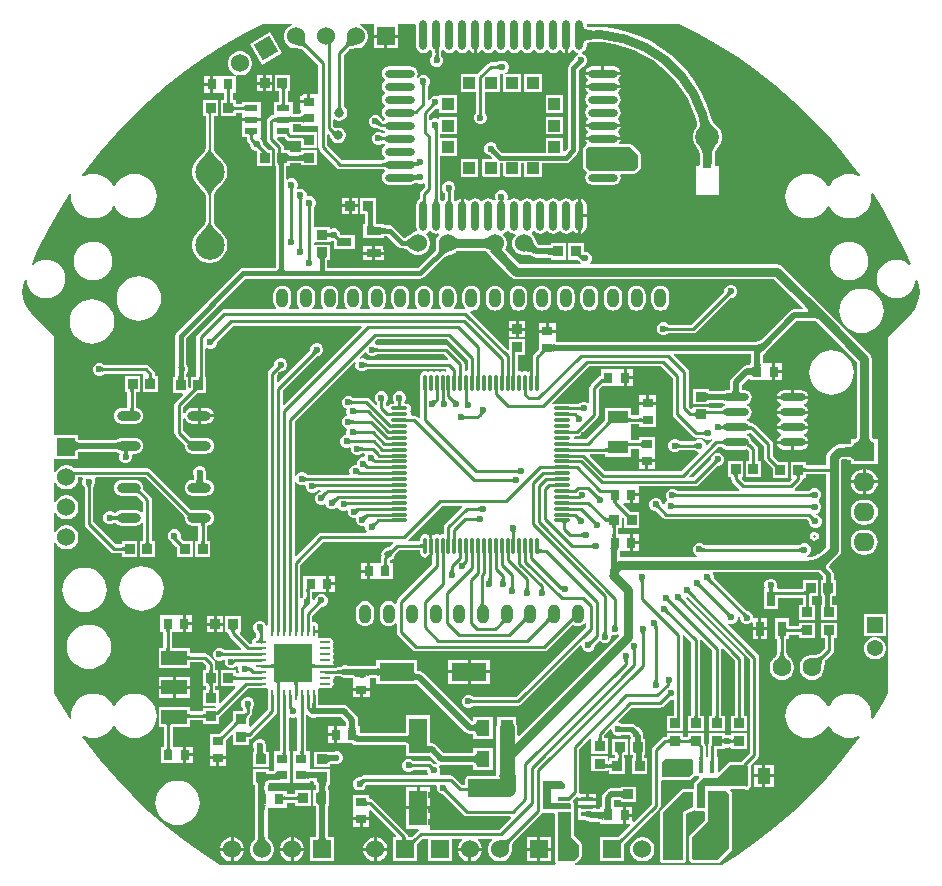
<source format=gbl>
G04*
G04 #@! TF.GenerationSoftware,Altium Limited,Altium Designer,22.0.2 (36)*
G04*
G04 Layer_Physical_Order=2*
G04 Layer_Color=16711680*
%FSTAX25Y25*%
%MOIN*%
G70*
G04*
G04 #@! TF.SameCoordinates,0D831988-8BE3-4B2D-80CC-02C8544F8A67*
G04*
G04*
G04 #@! TF.FilePolarity,Positive*
G04*
G01*
G75*
%ADD11C,0.01000*%
%ADD15C,0.00600*%
%ADD19R,0.03200X0.03200*%
%ADD22R,0.04921X0.02756*%
%ADD23R,0.03543X0.03150*%
%ADD26R,0.03150X0.03543*%
%ADD31R,0.11811X0.05906*%
%ADD61R,0.03402X0.03175*%
%ADD62R,0.03175X0.03402*%
%ADD63R,0.04459X0.05421*%
%ADD64C,0.00900*%
%ADD65C,0.01500*%
%ADD66C,0.02000*%
%ADD70R,0.06000X0.06000*%
%ADD71C,0.06000*%
%ADD72R,0.08590X0.04770*%
%ADD73R,0.06000X0.06000*%
%ADD74R,0.07087X0.06299*%
%ADD75O,0.07087X0.06299*%
%ADD76R,0.05400X0.05400*%
%ADD77C,0.05400*%
%ADD78C,0.09843*%
%ADD79O,0.03937X0.06299*%
%ADD80C,0.07874*%
%ADD81C,0.06299*%
%ADD82P,0.08485X4X255.0*%
%ADD83C,0.02362*%
%ADD84C,0.03150*%
%ADD85C,0.03000*%
%ADD86R,0.05906X0.11811*%
%ADD87R,0.03937X0.07874*%
%ADD88R,0.03150X0.03937*%
%ADD89O,0.01102X0.05906*%
%ADD90O,0.05906X0.01102*%
%ADD91R,0.01575X0.04331*%
%ADD92R,0.03937X0.01654*%
%ADD93R,0.12598X0.12598*%
%ADD94O,0.03937X0.00984*%
%ADD95O,0.00984X0.03937*%
%ADD96O,0.07874X0.03150*%
%ADD97R,0.04331X0.02362*%
%ADD98R,0.03937X0.03937*%
%ADD99O,0.09843X0.02756*%
%ADD100O,0.02756X0.09843*%
%ADD101R,0.06693X0.04134*%
%ADD102R,0.02756X0.04921*%
%ADD103O,0.08661X0.02756*%
%ADD104C,0.00984*%
%ADD105C,0.05000*%
%ADD106R,0.05500X0.12000*%
%ADD107R,0.14000X0.06000*%
G36*
X016935Y0198241D02*
X016944Y0197989D01*
X0169591Y019777D01*
X0169802Y0197583D01*
X0170072Y0197428D01*
X0170403Y0197306D01*
X0170795Y0197216D01*
X0171246Y0197159D01*
X0171757Y0197133D01*
X0172329Y0197141D01*
X0172329Y0194141D01*
X0171757Y0194103D01*
X0171246Y0194038D01*
X0170794Y0193946D01*
X0170403Y0193825D01*
X0170072Y0193677D01*
X0169801Y0193502D01*
X0169591Y0193298D01*
X016944Y0193067D01*
X016935Y0192809D01*
X016932Y0192522D01*
Y0198525D01*
X016935Y0198241D01*
D02*
G37*
G36*
X009347Y0192D02*
X0093037Y0191997D01*
X0092261Y0191945D01*
X0091918Y0191896D01*
X0091605Y0191832D01*
X0091321Y0191752D01*
X0091068Y0191658D01*
X0090845Y0191548D01*
X0090652Y0191422D01*
X0090489Y0191282D01*
X0089782Y0191989D01*
X0089922Y0192152D01*
X0090048Y0192345D01*
X0090158Y0192568D01*
X0090252Y0192822D01*
X0090332Y0193105D01*
X0090396Y0193418D01*
X0090445Y0193761D01*
X0090497Y0194537D01*
X00905Y019497D01*
X009347Y0192D01*
D02*
G37*
G36*
X0076503Y0194537D02*
X0076555Y0193761D01*
X0076604Y0193418D01*
X0076668Y0193105D01*
X0076748Y0192822D01*
X0076842Y0192568D01*
X0076952Y0192345D01*
X0077078Y0192152D01*
X0077218Y0191989D01*
X0076511Y0191282D01*
X0076348Y0191422D01*
X0076155Y0191548D01*
X0075932Y0191658D01*
X0075678Y0191752D01*
X0075395Y0191832D01*
X0075082Y0191896D01*
X0074739Y0191945D01*
X0073963Y0191997D01*
X007353Y0192D01*
X00765Y019497D01*
X0076503Y0194537D01*
D02*
G37*
G36*
X0121306Y0191011D02*
X0121222Y0190962D01*
X0121149Y0190885D01*
X0121085Y0190783D01*
X0121031Y0190654D01*
X0120987Y0190499D01*
X0120952Y0190318D01*
X0120928Y019011D01*
X0120913Y0189875D01*
X0120908Y0189615D01*
X0119908Y0189539D01*
X0119903Y0189794D01*
X0119864Y019022D01*
X0119829Y0190391D01*
X0119785Y0190534D01*
X0119731Y019065D01*
X0119667Y0190737D01*
X0119593Y0190797D01*
X0119509Y0190829D01*
X0119416Y0190833D01*
X0121399Y0191034D01*
X0121306Y0191011D01*
D02*
G37*
G36*
X0120912Y0188697D02*
X0120922Y0188583D01*
X012094Y0188475D01*
X0120964Y0188374D01*
X0120996Y018828D01*
X0121035Y0188192D01*
X012108Y0188111D01*
X0121133Y0188036D01*
X0121192Y0187967D01*
X0121259Y0187905D01*
X011961Y0187777D01*
X0119667Y0187848D01*
X0119718Y0187924D01*
X0119762Y0188006D01*
X0119801Y0188093D01*
X0119834Y0188186D01*
X0119861Y0188284D01*
X0119881Y0188388D01*
X0119896Y0188497D01*
X0119905Y0188611D01*
X0119908Y0188731D01*
X0120908Y0188817D01*
X0120912Y0188697D01*
D02*
G37*
G36*
X0168488Y0185819D02*
X0168463Y0185814D01*
X016843Y01858D01*
X0168389Y0185775D01*
X016834Y018574D01*
X0168219Y0185641D01*
X0168067Y0185502D01*
X0167884Y0185323D01*
X0166823Y0186384D01*
X0166918Y0186479D01*
X0167275Y0186889D01*
X0167299Y018693D01*
X0167314Y0186963D01*
X0167319Y0186988D01*
X0168488Y0185819D01*
D02*
G37*
G36*
X0116765Y0179089D02*
X0116709Y0179017D01*
X011666Y0178938D01*
X0116618Y0178853D01*
X0116582Y0178763D01*
X0116552Y0178666D01*
X0116529Y0178564D01*
X0116513Y0178455D01*
X0116503Y0178341D01*
X01165Y0178221D01*
X01155D01*
X0115497Y0178341D01*
X0115487Y0178455D01*
X0115471Y0178564D01*
X0115448Y0178666D01*
X0115418Y0178763D01*
X0115382Y0178853D01*
X011534Y0178938D01*
X0115291Y0179017D01*
X0115235Y0179089D01*
X0115173Y0179156D01*
X0116827D01*
X0116765Y0179089D01*
D02*
G37*
G36*
X0070215Y0177729D02*
X007013Y0177699D01*
X0070055Y0177648D01*
X006999Y0177577D01*
X0069935Y0177486D01*
X006989Y0177375D01*
X0069855Y0177243D01*
X006983Y0177091D01*
X0069815Y0176919D01*
X006981Y0176727D01*
X006881D01*
X0068805Y0176919D01*
X006879Y0177091D01*
X0068765Y0177243D01*
X006873Y0177375D01*
X0068685Y0177486D01*
X006863Y0177577D01*
X0068565Y0177648D01*
X006849Y0177699D01*
X0068405Y0177729D01*
X006831Y0177739D01*
X007031D01*
X0070215Y0177729D01*
D02*
G37*
G36*
X0069815Y0173001D02*
X006983Y0172831D01*
X0069855Y0172681D01*
X006989Y0172551D01*
X0069935Y0172441D01*
X006999Y0172351D01*
X0070055Y0172281D01*
X007013Y0172231D01*
X0070215Y0172201D01*
X007031Y0172191D01*
X006831D01*
X0068405Y0172201D01*
X006849Y0172231D01*
X0068565Y0172281D01*
X006863Y0172351D01*
X0068685Y0172441D01*
X006873Y0172551D01*
X0068765Y0172681D01*
X006879Y0172831D01*
X0068805Y0173001D01*
X006881Y0173191D01*
X006981D01*
X0069815Y0173001D01*
D02*
G37*
G36*
X0119988Y0171819D02*
X0119897Y0171816D01*
X0119806Y0171803D01*
X0119716Y0171782D01*
X0119626Y0171752D01*
X0119536Y0171714D01*
X0119447Y0171666D01*
X0119359Y017161D01*
X0119271Y0171545D01*
X0119183Y0171471D01*
X0119096Y0171389D01*
X0118389Y0172096D01*
X0118471Y0172183D01*
X0118545Y0172271D01*
X011861Y0172359D01*
X0118666Y0172447D01*
X0118714Y0172536D01*
X0118752Y0172626D01*
X0118782Y0172716D01*
X0118803Y0172806D01*
X0118816Y0172897D01*
X0118819Y0172988D01*
X0119988Y0171819D01*
D02*
G37*
G36*
X0088506Y0171795D02*
X0088524Y0171654D01*
X0088554Y0171516D01*
X0088596Y0171381D01*
X0088651Y0171248D01*
X0088717Y0171118D01*
X0088795Y0170991D01*
X0088885Y0170866D01*
X0088988Y0170744D01*
X0089102Y0170625D01*
X0086898D01*
X0087012Y0170744D01*
X0087115Y0170866D01*
X0087205Y0170991D01*
X0087283Y0171118D01*
X0087349Y0171248D01*
X0087404Y0171381D01*
X0087446Y0171516D01*
X0087476Y0171654D01*
X0087494Y0171795D01*
X00875Y0171938D01*
X00885D01*
X0088506Y0171795D01*
D02*
G37*
G36*
X0072191Y0198774D02*
X0071962Y0198713D01*
X0071054Y0198188D01*
X0070312Y0197446D01*
X0069787Y0196538D01*
X0069516Y0195525D01*
Y0194475D01*
X0069787Y0193462D01*
X0070312Y0192554D01*
X0071054Y0191812D01*
X0071962Y0191287D01*
X0072975Y0191016D01*
X007343D01*
X0073523Y0190997D01*
X0073926Y0190994D01*
X0074635Y0190946D01*
X0074911Y0190907D01*
X0075159Y0190856D01*
X0075367Y0190798D01*
X0075533Y0190735D01*
X0075658Y0190674D01*
X0075738Y0190622D01*
X0080987Y0185373D01*
Y0175958D01*
X0080553Y0175797D01*
X0080487Y0175797D01*
X0078281D01*
Y0173223D01*
X0077781D01*
Y0172723D01*
X007501D01*
Y0170763D01*
X007501Y0170648D01*
X0075025Y0170155D01*
Y0169691D01*
X0074535Y0169264D01*
X007246D01*
Y0173187D01*
X0070824D01*
Y0176731D01*
X0071572D01*
Y0182101D01*
X0066428D01*
Y0176731D01*
X0067797D01*
Y0173187D01*
X0066161D01*
Y0168795D01*
X0065868D01*
X0065289Y016868D01*
X0064798Y0168352D01*
X0064798Y0168352D01*
X0064212Y0167766D01*
X0063884Y0167275D01*
X0063769Y0166696D01*
X0063769Y0166696D01*
Y0160718D01*
X0063769Y0160718D01*
X0063884Y0160139D01*
X0064212Y0159648D01*
X0066399Y0157461D01*
Y0155588D01*
X0066399Y0155588D01*
X0066428Y0155441D01*
Y0152844D01*
X0066421Y0152806D01*
X0066428Y0152771D01*
Y0151815D01*
X0066725D01*
X0066732Y0151718D01*
Y0118055D01*
X0066715Y0117957D01*
X006669Y0117885D01*
X0066672Y0117851D01*
X0066662Y0117838D01*
X0066649Y0117828D01*
X0066615Y011781D01*
X0066543Y0117785D01*
X0066445Y0117768D01*
X0056D01*
X0056Y0117768D01*
X0055323Y0117634D01*
X005475Y011725D01*
X0033837Y0096337D01*
X0033454Y0095764D01*
X0033319Y0095087D01*
Y0081562D01*
X0033311Y008147D01*
X0033297Y0081384D01*
X0032515D01*
Y0076014D01*
X0035654D01*
X0035845Y0075552D01*
X003343Y0073137D01*
X0033102Y0072646D01*
X0032987Y0072067D01*
X0032987Y0072067D01*
Y0062949D01*
X0032987Y0062949D01*
X0033102Y006237D01*
X003343Y0061879D01*
X0036323Y0058986D01*
X0036378Y0058923D01*
X0036417Y0058873D01*
X0036368Y00585D01*
X0036456Y0057832D01*
X0036713Y0057209D01*
X0037124Y0056675D01*
X0037658Y0056265D01*
X0038281Y0056007D01*
X0038949Y0055919D01*
X0043673D01*
X0044341Y0056007D01*
X0044964Y0056265D01*
X0045498Y0056675D01*
X0045909Y0057209D01*
X0046166Y0057832D01*
X0046254Y00585D01*
X0046166Y0059168D01*
X0045909Y0059791D01*
X0045498Y0060325D01*
X0044964Y0060735D01*
X0044341Y0060993D01*
X0043673Y0061081D01*
X0038949D01*
X0038581Y0061033D01*
X0038438Y0061151D01*
X0036013Y0063576D01*
Y0067552D01*
X0036513Y0067651D01*
X00367Y0067202D01*
X0037113Y0066664D01*
X003765Y0066251D01*
X0038277Y0065991D01*
X0038949Y0065903D01*
X0040811D01*
Y00685D01*
Y0071097D01*
X0038949D01*
X0038277Y0071008D01*
X003765Y0070749D01*
X0037113Y0070336D01*
X00367Y0069798D01*
X0036513Y0069349D01*
X0036013Y0069448D01*
Y007144D01*
X0040334Y0075761D01*
X0040495Y0075911D01*
X0040617Y0076008D01*
X0040626Y0076014D01*
X0040821D01*
X0040858Y0076007D01*
X0040894Y0076014D01*
X0043591D01*
Y0080357D01*
X0043598Y0080395D01*
X0043591Y008043D01*
Y0081384D01*
X0043327D01*
Y0090957D01*
X0043827Y0091142D01*
X0044569Y0090835D01*
X0045431D01*
X0046227Y0091164D01*
X0046836Y0091773D01*
X0047165Y0092569D01*
Y00929D01*
X0047184Y0092981D01*
X0047186Y0093044D01*
X0047188Y0093063D01*
X0047191Y0093079D01*
X0047196Y0093094D01*
X0047202Y0093111D01*
X0047211Y009313D01*
X0047225Y0093152D01*
X0047234Y0093166D01*
X0052606Y0098538D01*
X0095244D01*
X0095436Y0098076D01*
X006957Y007221D01*
X0069108Y0072401D01*
Y0076968D01*
X0080409Y0088269D01*
X0080426Y0088282D01*
X0080453Y0088299D01*
X0080472Y0088309D01*
X0080484Y0088314D01*
X0080486Y0088315D01*
X0080526Y0088316D01*
X0080604Y0088335D01*
X0080931D01*
X0081727Y0088664D01*
X0082336Y0089273D01*
X0082665Y0090069D01*
Y0090931D01*
X0082336Y0091727D01*
X0081727Y0092336D01*
X0080931Y0092665D01*
X0080069D01*
X0079273Y0092336D01*
X0078664Y0091727D01*
X0078335Y0090931D01*
Y0090604D01*
X0078316Y0090526D01*
X0078315Y0090486D01*
X0078314Y0090483D01*
X0078309Y0090472D01*
X0078299Y0090453D01*
X0078282Y0090426D01*
X0078269Y0090409D01*
X0067601Y0079741D01*
X0067139Y0079933D01*
Y0081999D01*
X0068475Y0083335D01*
X0068931D01*
X0069727Y0083664D01*
X0070336Y0084273D01*
X0070665Y0085069D01*
Y0085931D01*
X0070336Y0086727D01*
X0069727Y0087336D01*
X0068931Y0087665D01*
X0068069D01*
X0067273Y0087336D01*
X0066664Y0086727D01*
X0066335Y0085931D01*
Y0085475D01*
X0064556Y0083696D01*
X0064228Y0083205D01*
X0064113Y0082626D01*
X0064113Y0082626D01*
Y-0001343D01*
X0063613Y-0001442D01*
X0063336Y-0000773D01*
X0062727Y-0000164D01*
X0061931Y0000165D01*
X0061069D01*
X0060273Y-0000164D01*
X0059664Y-0000773D01*
X0059335Y-0001569D01*
Y-0002431D01*
X0059664Y-0003227D01*
X006018Y-0003742D01*
Y-0005521D01*
X0059833Y-000559D01*
X0059345Y-0005916D01*
X0059019Y-0006404D01*
X0058904Y-000698D01*
X0058918Y-0007049D01*
X0058601Y-0007435D01*
X0058076D01*
X0054787Y-0004147D01*
X0054979Y-0003685D01*
X0055072D01*
Y0001685D01*
X0049928D01*
Y-0000555D01*
X00499Y-0000699D01*
X0049928Y-0000843D01*
Y-0003685D01*
X0050642D01*
X0050987Y-0004D01*
X0051102Y-000458D01*
X005143Y-0005071D01*
X005531Y-000895D01*
X0055119Y-0009412D01*
X0049598D01*
X0049572Y-0009409D01*
X0049535Y-0009401D01*
X0049506Y-0009392D01*
X0049485Y-0009385D01*
X0049471Y-0009378D01*
X0049461Y-0009373D01*
X0049455Y-0009369D01*
X0049416Y-0009337D01*
X0049381Y-0009319D01*
X0049227Y-0009164D01*
X0048431Y-0008835D01*
X0047569D01*
X0046773Y-0009164D01*
X0046164Y-0009773D01*
X0045835Y-0010569D01*
Y-0011431D01*
X0046164Y-0012227D01*
X0046773Y-0012836D01*
X0047569Y-0013165D01*
X0048431D01*
X0049227Y-0012836D01*
X0049556Y-0012507D01*
X0049923Y-0012856D01*
X0049835Y-0013069D01*
Y-0013931D01*
X0050164Y-0014727D01*
X0050773Y-0015336D01*
X0051569Y-0015665D01*
X0052431D01*
X0053227Y-0015336D01*
X0053773Y-0014789D01*
X0053936Y-0014774D01*
X0054227Y-00151D01*
X0054272Y-0015271D01*
X0054215Y-0015408D01*
Y-0016269D01*
X0054426Y-0016778D01*
X0054104Y-0017278D01*
X0053572D01*
Y-0016315D01*
X0048428D01*
Y-0021685D01*
X0053073D01*
X005328Y-0022185D01*
X0048346Y-0027119D01*
X0047884Y-0026927D01*
Y-0023015D01*
X0046581D01*
Y-0021685D01*
X004764D01*
Y-0016315D01*
X0046581D01*
Y-0014068D01*
X0046581Y-0014068D01*
X0046466Y-0013489D01*
X0046138Y-0012998D01*
X004423Y-001109D01*
X0043739Y-0010762D01*
X004316Y-0010647D01*
X004316Y-0010647D01*
X0038279D01*
Y-0008791D01*
X0032224D01*
Y-0003537D01*
X0033154D01*
X0033648Y-0003553D01*
X0033763Y-0003553D01*
X0035723D01*
Y-0000781D01*
Y000199D01*
X0033763D01*
X0033648Y000199D01*
X0033154Y0001974D01*
X0028152D01*
Y-0003537D01*
X0029197D01*
Y-0008791D01*
X0027721D01*
Y-0015529D01*
X0038279D01*
Y-0013673D01*
X0042533D01*
X0043555Y-0014695D01*
Y-0016315D01*
X0042496D01*
Y-0021685D01*
X0043555D01*
Y-0023015D01*
X0042514D01*
Y-0028159D01*
X0046511D01*
X0046719Y-0028632D01*
X0046488Y-0028918D01*
X00464D01*
X00464Y-0028918D01*
X0046254Y-0028947D01*
X0042514D01*
Y-0030006D01*
X0038279D01*
Y-0028471D01*
X0027721D01*
Y-0035209D01*
X0029475D01*
Y-0041744D01*
X0028429D01*
Y-0047256D01*
X0033432D01*
X0033925Y-0047272D01*
X003404Y-0047272D01*
X0036D01*
Y-00445D01*
Y-0041728D01*
X003404D01*
X0033925Y-0041728D01*
X0033432Y-0041744D01*
X0032501D01*
Y-0035209D01*
X0038279D01*
Y-0033032D01*
X0042514D01*
Y-0034091D01*
X0047884D01*
Y-0031742D01*
X0048244Y-0031502D01*
X0057472Y-0022273D01*
X0061886D01*
X0061926Y-0022265D01*
X0063362D01*
X0063819Y-0022174D01*
X0063994Y-0022289D01*
X0064096Y-0022392D01*
X0064211Y-0022567D01*
X0064121Y-0023024D01*
Y-002446D01*
X0064113Y-00245D01*
Y-0029347D01*
X0058384Y-0035076D01*
X0057884Y-0034868D01*
Y-0032078D01*
X0058089Y-0031838D01*
X005857Y-0031356D01*
X005857Y-0031356D01*
X0058898Y-0030865D01*
X0059013Y-0030286D01*
Y-0029142D01*
X0059017Y-0029121D01*
X0059023Y-002909D01*
X005903Y-0029069D01*
X0059034Y-0029058D01*
X0059036Y-0029055D01*
X0059063Y-0029026D01*
X0059105Y-0028958D01*
X0059336Y-0028727D01*
X0059665Y-0027931D01*
Y-0027069D01*
X0059336Y-0026273D01*
X0058727Y-0025664D01*
X0057931Y-0025335D01*
X0057069D01*
X0056273Y-0025664D01*
X0055664Y-0026273D01*
X0055335Y-0027069D01*
Y-0027931D01*
X0055664Y-0028727D01*
X0055895Y-0028958D01*
X0055937Y-0029026D01*
X0055964Y-0029055D01*
X0055966Y-0029058D01*
X005597Y-0029069D01*
X0055977Y-002909D01*
X0055984Y-0029121D01*
X0055987Y-0029142D01*
Y-002966D01*
X0055884Y-0029762D01*
X005573Y-0029905D01*
X005561Y-0030002D01*
X005559Y-0030015D01*
X0052514D01*
Y-0032993D01*
X0052304Y-0033241D01*
X0048364Y-003718D01*
X0048205Y-0037329D01*
X0048081Y-0037428D01*
X004808Y-0037429D01*
X0044744D01*
Y-0042432D01*
X0044728Y-0042925D01*
X0044728Y-004304D01*
Y-0045D01*
X00475D01*
X0050272D01*
Y-004304D01*
X0050272Y-0042925D01*
X0050256Y-0042432D01*
Y-0039607D01*
X0050467Y-0039358D01*
X0052052Y-0037773D01*
X0052514Y-0037964D01*
Y-0041091D01*
X0057884D01*
Y-0039285D01*
X0058393Y-0039184D01*
X0058884Y-0038856D01*
X0066696Y-0031044D01*
X0067024Y-0030553D01*
X0067139Y-0029974D01*
X0067139Y-0029974D01*
Y-0027801D01*
X0067526Y-0027484D01*
X0067594Y-0027498D01*
X0067663Y-0027484D01*
X006805Y-0027801D01*
Y-0043218D01*
X0066026D01*
Y-004823D01*
X0066026Y-0048336D01*
Y-004873D01*
X0066026Y-0048836D01*
Y-0049784D01*
X0065987Y-00498D01*
X0065834Y-0049841D01*
X0065619Y-0049877D01*
X0065468Y-004989D01*
X0064893D01*
X0064833Y-0049888D01*
X0064594Y-0049865D01*
X0064486Y-0049848D01*
Y-0049341D01*
X0063526D01*
X006349Y-0049334D01*
X0063453Y-0049341D01*
X0059116D01*
Y-0053369D01*
X0059115Y-005337D01*
X0059116Y-0053374D01*
Y-0053452D01*
X0059109Y-0053488D01*
X0059116Y-0053525D01*
Y-0054485D01*
X0059891D01*
X0059896Y-0054497D01*
X0059934Y-0054659D01*
X0059967Y-0054881D01*
X0059977Y-0055011D01*
Y-0056482D01*
X0059976Y-0056545D01*
X0059973Y-005658D01*
X0059762D01*
Y-0057539D01*
X0059755Y-0057576D01*
X0059756Y-0057585D01*
X0059755Y-0057594D01*
X0059762Y-0057626D01*
Y-0061045D01*
X0059755Y-0061078D01*
X0059756Y-0061087D01*
X0059755Y-0061095D01*
X0059762Y-0061132D01*
Y-0062092D01*
X0059952D01*
X0059977Y-0062485D01*
Y-0071748D01*
X0059966Y-0071843D01*
X0059929Y-0072033D01*
X0059878Y-0072219D01*
X0059811Y-0072404D01*
X0059727Y-0072589D01*
X0059627Y-0072774D01*
X0059508Y-0072959D01*
X0059371Y-0073146D01*
X0059194Y-0073357D01*
X0059175Y-007339D01*
X0059012Y-0073554D01*
X0058487Y-0074462D01*
X0058216Y-0075476D01*
Y-0076525D01*
X0058487Y-0077538D01*
X0059012Y-0078446D01*
X0059754Y-0079188D01*
X0060662Y-0079713D01*
X0061676Y-0079984D01*
X0062725D01*
X0063738Y-0079713D01*
X0064646Y-0079188D01*
X0065388Y-0078446D01*
X0065913Y-0077538D01*
X0066184Y-0076525D01*
Y-0075476D01*
X0065913Y-0074462D01*
X0065388Y-0073554D01*
X006487Y-0073035D01*
X0064833Y-0072985D01*
X0064657Y-0072822D01*
X0064646Y-0072812D01*
X0064644Y-0072811D01*
X0064643Y-0072809D01*
X0064501Y-0072657D01*
X006438Y-0072503D01*
X0064279Y-0072349D01*
X0064195Y-0072192D01*
X0064127Y-0072032D01*
X0064075Y-0071865D01*
X0064036Y-0071691D01*
X0064024Y-0071589D01*
Y-0062616D01*
X0064034Y-0062488D01*
X0064066Y-0062265D01*
X0064105Y-0062103D01*
X0064109Y-0062092D01*
X0064774D01*
X006488Y-0062092D01*
X0065274D01*
X006538Y-0062092D01*
X0070392D01*
Y-0060433D01*
X0073353D01*
Y-0061605D01*
X0078496D01*
Y-0056235D01*
X0073353D01*
Y-0057406D01*
X0070392D01*
Y-005658D01*
X006538D01*
X0065274Y-005658D01*
X006488D01*
X0064774Y-005658D01*
X0064109D01*
X0064105Y-0056568D01*
X0064066Y-0056406D01*
X0064034Y-0056184D01*
X0064024Y-0056055D01*
Y-0054899D01*
X0064044Y-0054565D01*
X0064055Y-0054485D01*
X0064486D01*
Y-0053978D01*
X0064583Y-0053963D01*
X0064953Y-0053936D01*
X0067961D01*
X0068402Y-0053848D01*
X0071537D01*
Y-0048836D01*
X0071537Y-004873D01*
Y-0048336D01*
X0071537Y-004823D01*
Y-0044328D01*
X0071539Y-0044324D01*
X0071537Y-004431D01*
Y-0044246D01*
X0071545Y-0044208D01*
X0071537Y-0044173D01*
Y-0043218D01*
X0071076D01*
Y-0032292D01*
X0071576Y-0031961D01*
X0072069Y-0032165D01*
X0072931D01*
X0073455Y-0031948D01*
X0073955Y-003226D01*
Y-0043218D01*
X0072526D01*
Y-004823D01*
X0072526Y-0048336D01*
Y-004873D01*
X0072526Y-0048836D01*
Y-0053848D01*
X0077004D01*
X0077041Y-0053856D01*
X0077078Y-0053848D01*
X0078037D01*
Y-0053352D01*
X0078132Y-0053338D01*
X0078498Y-0053312D01*
X0079153D01*
X0079609Y-0053488D01*
X0079616Y-0053525D01*
Y-0054485D01*
X0080221D01*
X0080243Y-0054603D01*
X0080278Y-0055004D01*
Y-0055675D01*
X0080265Y-0055824D01*
X0080229Y-0056038D01*
X0080188Y-0056189D01*
X008017Y-0056235D01*
X0079285D01*
Y-0061605D01*
X0080172D01*
X0080188Y-0061643D01*
X0080229Y-0061797D01*
X0080265Y-0062012D01*
X0080278Y-0062162D01*
Y-007146D01*
X0080265Y-007161D01*
X0080229Y-0071826D01*
X0080188Y-007198D01*
X0080173Y-0072016D01*
X0078216D01*
Y-0079984D01*
X0086184D01*
Y-0072016D01*
X0084429D01*
X0084414Y-007198D01*
X0084373Y-0071826D01*
X0084337Y-007161D01*
X0084324Y-007146D01*
Y-0061605D01*
X0084429D01*
Y-0060723D01*
X008443Y-0060719D01*
X0084429Y-0060705D01*
Y-0060648D01*
X0084436Y-0060612D01*
X0084429Y-0060575D01*
Y-0057268D01*
X0084436Y-0057231D01*
X0084429Y-0057194D01*
Y-0057134D01*
X008443Y-0057121D01*
X0084429Y-0057117D01*
Y-0056235D01*
X0084349D01*
X0084324Y-0055856D01*
Y-005493D01*
X0084328Y-0054856D01*
X0084356Y-0054617D01*
X008438Y-0054485D01*
X0084986D01*
Y-0053525D01*
X0084993Y-0053488D01*
X0084986Y-0053452D01*
Y-0049341D01*
X0081909D01*
X0081713Y-0049302D01*
X0080234D01*
X0080053Y-0049266D01*
X0078521D01*
X0078037Y-0049007D01*
X0078037Y-004873D01*
Y-0048336D01*
X0078037Y-004823D01*
Y-0043218D01*
X0076982D01*
Y-0031256D01*
X0077135Y-0031192D01*
X0077482Y-0031105D01*
X0077665Y-0031227D01*
X0078179Y-0031741D01*
X0078975Y-0032071D01*
X0079836D01*
X008018Y-0031929D01*
X0088568D01*
X00902Y-0033561D01*
Y-0034542D01*
X0089941Y-0035026D01*
X0089779D01*
X0089285Y-003501D01*
X008917Y-003501D01*
X0087211D01*
Y-0037781D01*
Y-0040553D01*
X008917D01*
X0089285Y-0040553D01*
X0089779Y-0040537D01*
X0092118D01*
X0092288Y-0040708D01*
X0092944Y-0041146D01*
X0093719Y-00413D01*
X0109704D01*
X0109853Y-0041314D01*
X0110066Y-0041349D01*
X0110218Y-004139D01*
X0110263Y-0041409D01*
Y-004499D01*
X0117107D01*
X0117145Y-0044997D01*
X0117181Y-004499D01*
X0118137D01*
X0118137Y-004499D01*
Y-004499D01*
X0118508Y-0045269D01*
X0120446Y-0047207D01*
X0120162Y-0047631D01*
X0119931Y-0047535D01*
X0119604D01*
X0119526Y-0047516D01*
X0119486Y-0047515D01*
X0119483Y-0047514D01*
X0119472Y-0047509D01*
X0119453Y-0047499D01*
X0119426Y-0047482D01*
X0119409Y-0047469D01*
X011887Y-004693D01*
X0118379Y-0046602D01*
X01178Y-0046487D01*
X01178Y-0046487D01*
X0112741D01*
X0112721Y-0046483D01*
X011269Y-0046477D01*
X0112669Y-004647D01*
X0112658Y-0046466D01*
X0112655Y-0046464D01*
X0112626Y-0046437D01*
X0112558Y-0046395D01*
X0112327Y-0046164D01*
X0111531Y-0045835D01*
X0110669D01*
X0109873Y-0046164D01*
X0109264Y-0046773D01*
X0108935Y-0047569D01*
Y-0048431D01*
X0109264Y-0049227D01*
X0109873Y-0049836D01*
X0110669Y-0050165D01*
X0111531D01*
X0112327Y-0049836D01*
X0112558Y-0049605D01*
X0112626Y-0049563D01*
X0112655Y-0049536D01*
X0112658Y-0049534D01*
X0112669Y-004953D01*
X011269Y-0049523D01*
X0112721Y-0049516D01*
X0112741Y-0049513D01*
X0117173D01*
X0117269Y-0049609D01*
X0117282Y-0049626D01*
X0117299Y-0049653D01*
X0117309Y-0049672D01*
X0117314Y-0049683D01*
X0117315Y-0049686D01*
X0117316Y-0049726D01*
X0117335Y-0049804D01*
Y-0050131D01*
X011764Y-0050868D01*
X0117452Y-0051368D01*
X0096119D01*
X0096119Y-0051368D01*
X009554Y-0051483D01*
X0095049Y-0051811D01*
X0095049Y-0051811D01*
X0094877Y-0051982D01*
X0094859Y-0051997D01*
X0094831Y-0052015D01*
X0094822Y-005202D01*
X0094749Y-0052035D01*
X0094368D01*
X0093573Y-0052365D01*
X0092963Y-0052974D01*
X0092634Y-005377D01*
Y-0054632D01*
X0092963Y-0055427D01*
X0093573Y-0056037D01*
X0094368Y-0056366D01*
X009523D01*
X0096026Y-0056037D01*
X0096635Y-0055427D01*
X0096965Y-0054632D01*
Y-0054394D01*
X0120264D01*
X0120542Y-005481D01*
X0120435Y-0055069D01*
Y-0055931D01*
X0120764Y-0056727D01*
X0121373Y-0057336D01*
X0122169Y-0057665D01*
X0122496D01*
X0122574Y-0057684D01*
X0122614Y-0057685D01*
X0122617Y-0057686D01*
X0122628Y-0057691D01*
X0122647Y-0057701D01*
X0122674Y-0057718D01*
X0122691Y-0057731D01*
X012943Y-006447D01*
X012943Y-006447D01*
X0129921Y-0064798D01*
X01305Y-0064913D01*
X01305Y-0064913D01*
X0144893D01*
X0145085Y-0065375D01*
X0141073Y-0069387D01*
X0118536D01*
X0118153Y-0069105D01*
X0118153Y-0068887D01*
Y-00627D01*
X01142D01*
X0110247D01*
Y-0069105D01*
X0114214D01*
X0114366Y-0069605D01*
X011403Y-006983D01*
X0112093Y-0071767D01*
X0111933Y-0071916D01*
X011181Y-0072015D01*
X0111808Y-0072016D01*
X0111298D01*
X0110897Y-0071784D01*
X0110782Y-0071205D01*
X0110454Y-0070714D01*
X0110454Y-0070714D01*
X0099276Y-0059536D01*
X0098786Y-0059208D01*
X0098206Y-0059093D01*
X0097974Y-0058692D01*
Y-0057752D01*
X0092463D01*
Y-0062754D01*
X0092447Y-0063248D01*
X0092447Y-0063363D01*
Y-0065323D01*
X0095219D01*
X009799D01*
Y-0063363D01*
X009799Y-0063248D01*
X009799Y-0063237D01*
X0098483Y-0063024D01*
X0107014Y-0071554D01*
X0106822Y-0072016D01*
X0106016D01*
Y-0079984D01*
X0113984D01*
Y-0074193D01*
X0114195Y-0073945D01*
X0115727Y-0072413D01*
X0117516D01*
Y-0079984D01*
X0125484D01*
Y-0072413D01*
X0128768D01*
X012893Y-0072913D01*
X0128299Y-0073544D01*
X0127773Y-0074456D01*
X01275Y-0075473D01*
Y-00755D01*
X01355D01*
Y-0075473D01*
X0135227Y-0074456D01*
X0134701Y-0073544D01*
X013407Y-0072913D01*
X0134232Y-0072413D01*
X0138809D01*
X0138952Y-0072913D01*
X0138312Y-0073554D01*
X0137787Y-0074462D01*
X0137516Y-0075476D01*
Y-0076525D01*
X0137787Y-0077538D01*
X0138312Y-0078446D01*
X0139054Y-0079188D01*
X0139962Y-0079713D01*
X0140975Y-0079984D01*
X0142025D01*
X0143038Y-0079713D01*
X0143946Y-0079188D01*
X0144688Y-0078446D01*
X0145213Y-0077538D01*
X0145484Y-0076525D01*
Y-007607D01*
X0145503Y-0075977D01*
X0145506Y-0075574D01*
X0145554Y-0074865D01*
X0145593Y-0074589D01*
X0145644Y-0074341D01*
X0145702Y-0074133D01*
X0145765Y-0073967D01*
X0145826Y-0073842D01*
X0145878Y-0073762D01*
X015527Y-006437D01*
X015527Y-006437D01*
X0155535Y-0063974D01*
X0155916Y-0063627D01*
X01563Y-0063704D01*
X0159499D01*
X0159598Y-0063794D01*
X0159841Y-0064204D01*
X0159797Y-0064428D01*
Y-00798D01*
X0159873Y-0080184D01*
X016009Y-008051D01*
X016016Y-0080664D01*
X0159853Y-0081164D01*
X0048254D01*
X0043037Y-007786D01*
X0036619Y-007334D01*
X003043Y-006851D01*
X0024487Y-0063383D01*
X0018801Y-005797D01*
X0013388Y-0052285D01*
X0008261Y-0046341D01*
X0003432Y-0040153D01*
X0002265Y-0038496D01*
X0002606Y-0038111D01*
X0003064Y-0038356D01*
X0004457Y-0038779D01*
X0005906Y-0038922D01*
X0007354Y-0038779D01*
X0008747Y-0038356D01*
X0010031Y-003767D01*
X0011156Y-0036747D01*
X001208Y-0035622D01*
X0012512Y-0034813D01*
X0013079D01*
X0013511Y-0035622D01*
X0014434Y-0036747D01*
X001556Y-003767D01*
X0016843Y-0038356D01*
X0018236Y-0038779D01*
X0019685Y-0038922D01*
X0021134Y-0038779D01*
X0022527Y-0038356D01*
X002381Y-003767D01*
X0024936Y-0036747D01*
X0025859Y-0035622D01*
X0026545Y-0034338D01*
X0026968Y-0032945D01*
X0027111Y-0031496D01*
X0026968Y-0030047D01*
X0026545Y-0028655D01*
X0025859Y-0027371D01*
X0024936Y-0026245D01*
X002381Y-0025322D01*
X0022527Y-0024636D01*
X0021134Y-0024213D01*
X0019685Y-0024071D01*
X0018236Y-0024213D01*
X0016843Y-0024636D01*
X001556Y-0025322D01*
X0014434Y-0026245D01*
X0013511Y-0027371D01*
X0013079Y-0028179D01*
X0012512D01*
X001208Y-0027371D01*
X0011156Y-0026245D01*
X0010031Y-0025322D01*
X0008747Y-0024636D01*
X0007354Y-0024213D01*
X0005906Y-0024071D01*
X0004457Y-0024213D01*
X0003064Y-0024636D01*
X000178Y-0025322D01*
X0000655Y-0026245D01*
X-0000269Y-0027371D01*
X-0000955Y-0028655D01*
X-0001377Y-0030047D01*
X-000152Y-0031496D01*
X-0001447Y-0032233D01*
X-0001933Y-00324D01*
X-0005288Y-0027103D01*
X-0007148Y-0023819D01*
Y002623D01*
X-0006648Y002635D01*
X-0006188Y0025554D01*
X-0005446Y0024812D01*
X-0004538Y0024287D01*
X-0003525Y0024016D01*
X-0002475D01*
X-0001462Y0024287D01*
X-0000554Y0024812D01*
X0000188Y0025554D01*
X0000713Y0026462D01*
X0000984Y0027476D01*
Y0028525D01*
X0000713Y0029538D01*
X0000188Y0030446D01*
X-0000554Y0031188D01*
X-0001462Y0031713D01*
X-0002475Y0031984D01*
X-0003525D01*
X-0004538Y0031713D01*
X-0005446Y0031188D01*
X-0006188Y0030446D01*
X-0006648Y002965D01*
X-0007148Y002977D01*
Y003623D01*
X-0006648Y003635D01*
X-0006188Y0035554D01*
X-0005446Y0034812D01*
X-0004538Y0034287D01*
X-0003525Y0034016D01*
X-0002475D01*
X-0001462Y0034287D01*
X-0000554Y0034812D01*
X0000188Y0035554D01*
X0000713Y0036462D01*
X0000984Y0037475D01*
Y0038524D01*
X0000713Y0039538D01*
X0000188Y0040446D01*
X-0000554Y0041188D01*
X-0001462Y0041713D01*
X-0002475Y0041984D01*
X-0003525D01*
X-0004538Y0041713D01*
X-0005446Y0041188D01*
X-0006188Y0040446D01*
X-0006648Y003965D01*
X-0007148Y003977D01*
Y004623D01*
X-0006648Y004635D01*
X-0006188Y0045554D01*
X-0005446Y0044812D01*
X-0004538Y0044287D01*
X-0003525Y0044016D01*
X-0002475D01*
X-0001462Y0044287D01*
X-0000554Y0044812D01*
X0000188Y0045554D01*
X0000713Y0046462D01*
X0000984Y0047475D01*
Y0047987D01*
X0002271D01*
X0002565Y0047487D01*
X0002335Y0046931D01*
Y0046069D01*
X0002664Y0045273D01*
X0002898Y0045039D01*
X0002943Y0044969D01*
X0002986Y0044923D01*
X0002997Y0044908D01*
X0003007Y0044894D01*
X0003014Y004488D01*
X0003021Y0044864D01*
X0003028Y0044845D01*
X0003035Y004482D01*
X0003038Y0044802D01*
Y00325D01*
X0003149Y003194D01*
X0003466Y0031466D01*
X0011767Y0023165D01*
X0011767Y0023165D01*
X0012241Y0022848D01*
X0012801Y0022737D01*
X0015515D01*
Y0021514D01*
X0020659D01*
Y0026884D01*
X0015515D01*
Y0025662D01*
X0013407D01*
X0005962Y0033106D01*
Y0044802D01*
X0005965Y004482D01*
X0005972Y0044845D01*
X0005979Y0044864D01*
X0005986Y0044881D01*
X0005993Y0044894D01*
X0006003Y0044908D01*
X0006014Y0044923D01*
X0006058Y0044969D01*
X0006102Y0045039D01*
X0006336Y0045273D01*
X0006665Y0046069D01*
Y0046931D01*
X0006435Y0047487D01*
X0006729Y0047987D01*
X0023373D01*
X0036338Y0035022D01*
X0036393Y0034959D01*
X0036423Y003492D01*
X0036368Y00345D01*
X0036456Y0033832D01*
X0036713Y0033209D01*
X0037124Y0032675D01*
X0037658Y0032265D01*
X0038281Y0032007D01*
X0038949Y0031919D01*
X0040919D01*
Y0026685D01*
X003986D01*
Y0021315D01*
X0045004D01*
Y0026685D01*
X0043945D01*
Y0031955D01*
X0044341Y0032007D01*
X0044964Y0032265D01*
X0045498Y0032675D01*
X0045909Y0033209D01*
X0046166Y0033832D01*
X0046254Y00345D01*
X0046166Y0035168D01*
X0045909Y0035791D01*
X0045498Y0036325D01*
X0044964Y0036735D01*
X0044341Y0036993D01*
X0043673Y0037081D01*
X0038949D01*
X0038628Y0037039D01*
X0038474Y0037166D01*
X002507Y005057D01*
X0024579Y0050898D01*
X0024Y0051013D01*
X0024Y0051013D01*
X-0000147D01*
X-0000147Y0051013D01*
X-000034Y0050975D01*
X-0000554Y0051188D01*
X-0001462Y0051713D01*
X-0002475Y0051984D01*
X-0003525D01*
X-0004538Y0051713D01*
X-0005446Y0051188D01*
X-0006188Y0050446D01*
X-0006648Y004965D01*
X-0007148Y004977D01*
Y0053584D01*
X-0006984Y0054016D01*
X-0006648Y0054016D01*
X0000984D01*
Y0056372D01*
X000102Y0056387D01*
X0001174Y0056428D01*
X000139Y0056464D01*
X000154Y0056477D01*
X0012834D01*
X001308Y0056466D01*
X0013556Y0056415D01*
X0013719Y0056386D01*
X0013849Y0056355D01*
X0013929Y0056328D01*
X0013954Y0056317D01*
X0014003Y0056287D01*
X0014013Y0056283D01*
X0014036Y0056265D01*
X0014123Y0056229D01*
X0014155Y0056208D01*
X0014191Y00562D01*
X0014659Y0056007D01*
X0014767Y0055819D01*
X0014539Y0055269D01*
Y0054408D01*
X0014869Y0053612D01*
X0015478Y0053003D01*
X0016274Y0052673D01*
X0017135D01*
X0017931Y0053003D01*
X001854Y0053612D01*
X001887Y0054408D01*
Y0055269D01*
X0018773Y0055503D01*
X0019051Y0055919D01*
X0020051D01*
X0020719Y0056007D01*
X0021342Y0056265D01*
X0021876Y0056675D01*
X0022287Y0057209D01*
X0022544Y0057832D01*
X0022632Y00585D01*
X0022544Y0059168D01*
X0022287Y0059791D01*
X0021876Y0060325D01*
X0021342Y0060735D01*
X0020719Y0060993D01*
X0020051Y0061081D01*
X0015327D01*
X0014659Y0060993D01*
X0014191Y0060799D01*
X0014155Y0060792D01*
X0014123Y0060772D01*
X0014036Y0060735D01*
X0014013Y0060717D01*
X0014003Y0060713D01*
X0013954Y0060683D01*
X0013929Y0060672D01*
X0013849Y0060645D01*
X0013719Y0060614D01*
X0013573Y0060588D01*
X0012679Y0060523D01*
X000154D01*
X000139Y0060536D01*
X0001174Y0060572D01*
X000102Y0060613D01*
X0000984Y0060628D01*
Y0061984D01*
X-0006648D01*
X-0006984Y0061984D01*
X-0007148Y0062416D01*
Y0094489D01*
X-0007263Y0095068D01*
X-0007591Y0095559D01*
X-0007591Y0095559D01*
X-0014266Y0102234D01*
X-001462Y0102587D01*
X-001462Y0102587D01*
X-0014954Y0102949D01*
X-0015924Y0104132D01*
X-0016879Y0105917D01*
X-0017466Y0107854D01*
X-0017665Y0109869D01*
X-0017466Y0111883D01*
X-0017077Y0113166D01*
X-0016905Y0113631D01*
X-0016745Y0113807D01*
X-0016226Y0113636D01*
X-0016155Y0112917D01*
X-0015789Y011171D01*
X-0015194Y0110597D01*
X-0014394Y0109622D01*
X-0013418Y0108821D01*
X-0012306Y0108227D01*
X-0011098Y010786D01*
X-0009843Y0107737D01*
X-0008587Y010786D01*
X-0007379Y0108227D01*
X-0006267Y0108821D01*
X-0005291Y0109622D01*
X-0004491Y0110597D01*
X-0003896Y011171D01*
X-000353Y0112917D01*
X-0003406Y0114173D01*
X-000353Y0115429D01*
X-0003896Y0116636D01*
X-0004491Y0117749D01*
X-0005291Y0118725D01*
X-0006267Y0119525D01*
X-0007379Y012012D01*
X-0008587Y0120486D01*
X-0009843Y012061D01*
X-0011098Y0120486D01*
X-0012306Y012012D01*
X-0013418Y0119525D01*
X-0014176Y0118903D01*
X-0014585Y0119214D01*
X-0012686Y0123497D01*
X-0009157Y0130509D01*
X-0005288Y0137339D01*
X-0001933Y0142637D01*
X-0001447Y0142469D01*
X-000152Y0141732D01*
X-0001377Y0140284D01*
X-0000955Y0138891D01*
X-0000269Y0137607D01*
X0000655Y0136482D01*
X000178Y0135558D01*
X0003064Y0134872D01*
X0004457Y0134449D01*
X0005906Y0134307D01*
X0007354Y0134449D01*
X0008747Y0134872D01*
X0010031Y0135558D01*
X0011156Y0136482D01*
X001208Y0137607D01*
X0012512Y0138416D01*
X0013079D01*
X0013511Y0137607D01*
X0014434Y0136482D01*
X001556Y0135558D01*
X0016843Y0134872D01*
X0018236Y0134449D01*
X0019685Y0134307D01*
X0021134Y0134449D01*
X0022527Y0134872D01*
X002381Y0135558D01*
X0024936Y0136482D01*
X0025859Y0137607D01*
X0026545Y0138891D01*
X0026968Y0140284D01*
X0027111Y0141732D01*
X0026968Y0143181D01*
X0026545Y0144574D01*
X0025859Y0145858D01*
X0024936Y0146983D01*
X002381Y0147906D01*
X0022527Y0148593D01*
X0021134Y0149015D01*
X0019685Y0149158D01*
X0018236Y0149015D01*
X0016843Y0148593D01*
X001556Y0147906D01*
X0014434Y0146983D01*
X0013511Y0145858D01*
X0013079Y0145049D01*
X0012512D01*
X001208Y0145858D01*
X0011156Y0146983D01*
X0010031Y0147906D01*
X0008747Y0148593D01*
X0007354Y0149015D01*
X0005906Y0149158D01*
X0004457Y0149015D01*
X0003064Y0148593D01*
X0002606Y0148348D01*
X0002265Y0148733D01*
X0003432Y0150389D01*
X0008261Y0156577D01*
X0013388Y0162521D01*
X0018801Y0168207D01*
X0024487Y0173619D01*
X003043Y0178747D01*
X0036619Y0183576D01*
X0043037Y0188096D01*
X0049669Y0192296D01*
X0056499Y0196165D01*
X0062676Y0199274D01*
X0072125D01*
X0072191Y0198774D01*
D02*
G37*
G36*
X006878Y0166751D02*
X0068759Y0166757D01*
X0068709Y0166762D01*
X0068521Y0166771D01*
X0067251Y0166782D01*
Y0167782D01*
X006878Y0167813D01*
Y0166751D01*
D02*
G37*
G36*
X0067169Y0166282D02*
X0067159Y0166377D01*
X0067128Y0166462D01*
X0067078Y0166537D01*
X0067007Y0166602D01*
X0066916Y0166657D01*
X0066804Y0166702D01*
X0066673Y0166737D01*
X0066521Y0166762D01*
X0066349Y0166777D01*
X0066157Y0166782D01*
Y0167782D01*
X0066349Y0167787D01*
X0066521Y0167802D01*
X0066673Y0167827D01*
X0066804Y0167862D01*
X0066916Y0167907D01*
X0067007Y0167962D01*
X0067078Y0168027D01*
X0067128Y0168102D01*
X0067159Y0168187D01*
X0067169Y0168282D01*
Y0166282D01*
D02*
G37*
G36*
X0076022Y0166148D02*
X0076007Y0166262D01*
X0075962Y0166363D01*
X0075887Y0166453D01*
X0075782Y0166531D01*
X0075647Y0166597D01*
X0075482Y016665D01*
X0075287Y0166692D01*
X0075062Y0166722D01*
X0074807Y016674D01*
X0074522Y0166746D01*
Y0168246D01*
X0074809Y0168254D01*
X0075065Y0168276D01*
X0075292Y0168314D01*
X0075488Y0168366D01*
X0075654Y0168434D01*
X007579Y0168516D01*
X0075896Y0168614D01*
X0075972Y0168726D01*
X0076018Y0168854D01*
X0076034Y0168996D01*
X0076022Y0166148D01*
D02*
G37*
G36*
X0071478Y0168412D02*
X0071524Y0168377D01*
X0071599Y0168347D01*
X0071703Y016832D01*
X0071838Y0168298D01*
X0072004Y0168279D01*
X0072424Y0168254D01*
X0072964Y0168246D01*
Y0166746D01*
X0072679Y016674D01*
X0072199Y0166689D01*
X0072004Y0166645D01*
X0071838Y0166588D01*
X0071703Y0166518D01*
X0071599Y0166436D01*
X0071524Y0166341D01*
X0071478Y0166233D01*
X0071464Y0166113D01*
Y0168451D01*
X0071478Y0168412D01*
D02*
G37*
G36*
X0101182Y0166865D02*
X010121Y0166781D01*
X0101246Y0166697D01*
X0101288Y0166612D01*
X0101337Y0166527D01*
X0101392Y0166442D01*
X0101455Y0166356D01*
X0101601Y0166184D01*
X0101684Y0166098D01*
X0101156Y0165212D01*
X0101068Y0165295D01*
X0100979Y0165367D01*
X0100891Y0165428D01*
X0100803Y0165478D01*
X0100715Y0165517D01*
X0100628Y0165546D01*
X010054Y0165563D01*
X0100453Y016557D01*
X0100365Y0165566D01*
X0100278Y0165551D01*
X0101161Y0166949D01*
X0101182Y0166865D01*
D02*
G37*
G36*
X0103538Y0164392D02*
X0103536Y0164485D01*
X0103506Y0164569D01*
X0103448Y0164643D01*
X0103361Y0164707D01*
X0103247Y0164761D01*
X0103104Y0164805D01*
X0102933Y016484D01*
X0102734Y0164865D01*
X0102506Y0164879D01*
X0102251Y0164884D01*
X0102343Y0165884D01*
X0102605Y0165889D01*
X0103051Y0165928D01*
X0103234Y0165963D01*
X0103391Y0166007D01*
X0103521Y0166061D01*
X0103626Y0166125D01*
X0103703Y0166198D01*
X0103755Y0166281D01*
X010378Y0166375D01*
X0103538Y0164392D01*
D02*
G37*
G36*
X0211126Y0167192D02*
X0211257Y0166834D01*
X0211405Y0166496D01*
X0211571Y0166176D01*
X0211753Y0165876D01*
X0211952Y0165595D01*
X0212169Y0165334D01*
X0212403Y0165092D01*
X0212654Y0164869D01*
X0212923Y0164666D01*
X0207486Y0163761D01*
X0207684Y0164059D01*
X020785Y0164364D01*
X0207984Y0164676D01*
X0208087Y0164997D01*
X0208158Y0165325D01*
X0208197Y0165662D01*
X0208204Y0166006D01*
X0208179Y0166358D01*
X0208122Y0166717D01*
X0208034Y0167085D01*
X0211013Y016757D01*
X0211126Y0167192D01*
D02*
G37*
G36*
X012088Y0164702D02*
X0120834Y0164624D01*
X0120793Y016454D01*
X0120757Y0164452D01*
X0120727Y0164358D01*
X0120702Y0164259D01*
X0120683Y0164154D01*
X0120669Y0164045D01*
X0120661Y016393D01*
X0120658Y0163811D01*
X0119658Y0163661D01*
X0119655Y0163781D01*
X0119644Y0163895D01*
X0119625Y0164002D01*
X01196Y0164101D01*
X0119567Y0164194D01*
X0119527Y016428D01*
X011948Y0164359D01*
X0119425Y0164431D01*
X0119363Y0164496D01*
X0119294Y0164553D01*
X0120932Y0164775D01*
X012088Y0164702D01*
D02*
G37*
G36*
X0085902Y0163751D02*
X0086016Y0163666D01*
X0086135Y0163596D01*
X0086258Y016354D01*
X0086385Y0163499D01*
X0086516Y0163474D01*
X0086652Y0163463D01*
X0086793Y0163467D01*
X0086937Y0163486D01*
X0087086Y016352D01*
X0085972Y0161617D01*
X0085927Y0161784D01*
X008582Y0162095D01*
X0085759Y016224D01*
X0085621Y0162506D01*
X0085544Y0162628D01*
X0085462Y0162742D01*
X0085375Y0162848D01*
X0085282Y0162947D01*
X0085792Y0163851D01*
X0085902Y0163751D01*
D02*
G37*
G36*
X0103602Y0159978D02*
X0103592Y0160072D01*
X0103555Y0160156D01*
X010349Y016023D01*
X0103399Y0160294D01*
X0103281Y0160348D01*
X0103136Y0160392D01*
X0102964Y0160427D01*
X0102765Y0160451D01*
X0102586Y0160463D01*
X0102531Y0160459D01*
X0102422Y0160443D01*
X0102319Y016042D01*
X0102222Y0160392D01*
X0102131Y0160357D01*
X0102045Y0160315D01*
X0101966Y0160267D01*
X0101892Y0160213D01*
X0101823Y0160153D01*
X0101863Y0161806D01*
X0101929Y0161742D01*
X0102Y0161686D01*
X0102078Y0161635D01*
X0102162Y0161592D01*
X0102252Y0161555D01*
X0102348Y0161525D01*
X010245Y0161501D01*
X0102558Y0161485D01*
X0102609Y016148D01*
X0102997Y0161515D01*
X0103173Y016155D01*
X0103323Y0161594D01*
X0103446Y0161648D01*
X0103543Y0161712D01*
X0103612Y0161785D01*
X0103656Y0161869D01*
X0103673Y0161962D01*
X0103602Y0159978D01*
D02*
G37*
G36*
X0076112Y0162095D02*
X0076124Y0160631D01*
X0076113Y0160726D01*
X0076082Y0160811D01*
X0076031Y0160886D01*
X007596Y0160951D01*
X0075869Y0161006D01*
X0075758Y0161051D01*
X0075626Y0161086D01*
X0075475Y0161111D01*
X0075304Y0161126D01*
X0075112Y0161131D01*
Y0162131D01*
X0076112Y0162095D01*
D02*
G37*
G36*
X007496Y0165724D02*
X0075025Y0165715D01*
Y0165152D01*
X0075982D01*
X0076017Y0165144D01*
X0076055Y0165152D01*
X0080537D01*
Y0165152D01*
X0080987Y0165029D01*
Y0158D01*
X0080987Y0158D01*
X0081102Y0157421D01*
X008143Y015693D01*
X0087149Y0151211D01*
X0087149Y0151211D01*
X008764Y0150883D01*
X0088219Y0150768D01*
X0088219Y0150768D01*
X0102595D01*
X0102685Y0150762D01*
X0102748Y0150754D01*
X0102866Y0150578D01*
X0103183Y0150366D01*
Y0149866D01*
X0102866Y0149653D01*
X0102343Y0148872D01*
X010216Y014795D01*
X0102343Y0147029D01*
X0102866Y0146247D01*
X0103647Y0145725D01*
X0104569Y0145542D01*
X0111655D01*
X0112577Y0145725D01*
X0112831Y0145895D01*
X0112912Y014593D01*
X0113001Y0145991D01*
X0113063Y0146025D01*
X0113145Y0146061D01*
X0113249Y0146097D01*
X0113375Y0146131D01*
X0113523Y0146162D01*
X0113681Y0146185D01*
X0113747Y014619D01*
X0113773Y0146164D01*
X0114569Y0145835D01*
X0115431D01*
X0115987Y0146065D01*
X0116487Y0145771D01*
Y0144627D01*
X0115252Y0143392D01*
X0114924Y0142901D01*
X0114808Y0142322D01*
X0114808Y0142322D01*
Y0140773D01*
X0114807Y0140752D01*
X0114283Y0140401D01*
X0113761Y013962D01*
X0113577Y0138698D01*
Y0131612D01*
X0113761Y013069D01*
X0113889Y0130498D01*
X0113596Y0130037D01*
X0112666Y0129788D01*
X0111758Y0129263D01*
X0111439Y0128944D01*
X0111362Y0128894D01*
X0111117Y0128656D01*
X0110897Y0128463D01*
X0110685Y0128299D01*
X0110483Y0128162D01*
X0110292Y0128051D01*
X0110113Y0127966D01*
X0109945Y0127903D01*
X0109788Y0127861D01*
X0109675Y0127843D01*
X0109628D01*
X0105981Y0131491D01*
X0105407Y0131874D01*
X010473Y0132008D01*
X0103003D01*
X0102934Y0132013D01*
X0102866Y0132023D01*
Y0132602D01*
X0101907D01*
X010187Y013261D01*
X0101833Y0132602D01*
X0100129D01*
X0100115Y0132689D01*
X0100107Y0132781D01*
Y0137548D01*
X0100107Y0137548D01*
X0100072Y0137724D01*
Y0141185D01*
X0094928D01*
Y0135815D01*
X0096547D01*
X0096562Y0135724D01*
X009657Y0135634D01*
Y013274D01*
X0096565Y013267D01*
X0096556Y0132602D01*
X0095976D01*
Y0131646D01*
X0095969Y013161D01*
X0095976Y0131573D01*
Y0127878D01*
X0101833D01*
X010187Y0127871D01*
X0101907Y0127878D01*
X0102866D01*
Y0128453D01*
X0103053Y0128472D01*
X0103998D01*
X0107645Y0124825D01*
X0108219Y0124441D01*
X0108895Y0124307D01*
X0109675D01*
X0109788Y0124288D01*
X0109945Y0124247D01*
X0110113Y0124184D01*
X0110292Y0124099D01*
X0110483Y0123988D01*
X0110673Y012386D01*
X0111128Y0123484D01*
X0111362Y0123256D01*
X0111439Y0123206D01*
X0111758Y0122887D01*
X0112666Y0122362D01*
X011368Y0122091D01*
X0114729D01*
X0115742Y0122362D01*
X0116651Y0122887D01*
X0117393Y0123629D01*
X0117917Y0124537D01*
X0118189Y012555D01*
Y01266D01*
X0117917Y0127613D01*
X0117393Y0128521D01*
X0117013Y0128901D01*
X0116994Y0128985D01*
X0117104Y0129518D01*
X0117689Y0129909D01*
X0117901Y0130226D01*
X0118401D01*
X0118614Y0129909D01*
X0119395Y0129387D01*
X0120317Y0129203D01*
X0120962Y0129332D01*
X0121208Y0128871D01*
X0120859Y0128521D01*
X0120334Y0127613D01*
X0120063Y01266D01*
Y012555D01*
X0120163Y0125177D01*
X0120165Y0125099D01*
X012023Y0124808D01*
X0120264Y0124574D01*
X0120277Y0124364D01*
X0120271Y0124179D01*
X0120249Y0124016D01*
X0120213Y0123874D01*
X0120164Y0123746D01*
X0120101Y0123629D01*
X0120039Y0123539D01*
X0114268Y0117768D01*
X0083967D01*
Y0120231D01*
X0083976Y0120324D01*
X008399Y0120409D01*
X0084884D01*
Y0125553D01*
X0079817D01*
X0079598Y0125947D01*
X0079817Y0126341D01*
X0084884D01*
Y0126617D01*
X00853Y0126895D01*
X0085656Y0126748D01*
X0085983D01*
X0086061Y0126729D01*
X0086101Y0126727D01*
X0086104Y0126726D01*
X0086106Y0126726D01*
X0086133Y0126691D01*
X0086134Y012669D01*
Y0124138D01*
X0093024D01*
Y0128862D01*
X0088315D01*
X0088273Y0128899D01*
X0088273Y0128899D01*
X0088271Y0128939D01*
X0088252Y0129017D01*
Y0129344D01*
X0087923Y013014D01*
X0087314Y0130749D01*
X0086518Y0131078D01*
X0085656D01*
X00853Y0130931D01*
X0084884Y0131208D01*
Y0131485D01*
X0079514Y0131485D01*
X0079513Y0131984D01*
Y0137858D01*
X0079517Y0137879D01*
X0079523Y013791D01*
X007953Y0137931D01*
X0079534Y0137942D01*
X0079536Y0137945D01*
X0079563Y0137975D01*
X0079605Y0138042D01*
X0079836Y0138273D01*
X0080165Y0139069D01*
Y0139931D01*
X0079836Y0140727D01*
X0079227Y0141336D01*
X0078431Y0141665D01*
X0077569D01*
X0077165Y0142039D01*
Y0142431D01*
X0076836Y0143227D01*
X0076227Y0143836D01*
X0075431Y0144165D01*
X0074569D01*
X0074248Y0144032D01*
X00739Y0144429D01*
X0074165Y0145069D01*
Y0145931D01*
X0073836Y0146727D01*
X0073227Y0147336D01*
X0072431Y0147665D01*
X0071569D01*
X0070773Y0147336D01*
X007073Y0147292D01*
X0070268Y0147484D01*
Y0151636D01*
X0070276Y0151728D01*
X0070291Y0151815D01*
X0071572D01*
Y0152819D01*
X0074938D01*
X007503Y0152811D01*
X0075116Y0152797D01*
Y0152015D01*
X0080486D01*
Y0157159D01*
X0075116D01*
Y0156377D01*
X007503Y0156363D01*
X0074938Y0156355D01*
X0071572D01*
Y0157185D01*
X0069426D01*
Y0158088D01*
X0069426Y0158088D01*
X0069311Y0158667D01*
X0068982Y0159158D01*
X0067264Y0160877D01*
X0067471Y0161377D01*
X0069752D01*
X0069906Y0161147D01*
X0070491Y0160561D01*
X0070491Y0160561D01*
X0070982Y0160233D01*
X0071561Y0160118D01*
X0075116D01*
Y0157947D01*
X0080486D01*
Y0163091D01*
X007807D01*
X0077801Y0163145D01*
X007246D01*
Y0165708D01*
X0072652Y0165728D01*
X0074895D01*
X007496Y0165724D01*
D02*
G37*
G36*
X0068417Y0156999D02*
X0068432Y0156829D01*
X0068457Y0156679D01*
X0068492Y0156549D01*
X0068537Y0156439D01*
X0068592Y0156349D01*
X0068657Y0156279D01*
X0068732Y0156229D01*
X0068817Y0156199D01*
X0068913Y0156189D01*
X0067424D01*
X0067422Y0156199D01*
X006742Y0156229D01*
X0067414Y0156679D01*
X0067413Y0157189D01*
X0068413D01*
X0068417Y0156999D01*
D02*
G37*
G36*
X0207281Y0196165D02*
X0214111Y0192296D01*
X0220743Y0188096D01*
X0227161Y0183576D01*
X0233349Y0178747D01*
X0239293Y0173619D01*
X0244978Y0168207D01*
X0250391Y0162521D01*
X0255518Y0156577D01*
X0260348Y0150389D01*
X0261514Y0148733D01*
X0261174Y0148348D01*
X0260716Y0148593D01*
X0259323Y0149015D01*
X0257874Y0149158D01*
X0256425Y0149015D01*
X0255032Y0148593D01*
X0253749Y0147906D01*
X0252623Y0146983D01*
X02517Y0145858D01*
X0251268Y0145049D01*
X0250701D01*
X0250269Y0145858D01*
X0249345Y0146983D01*
X024822Y0147906D01*
X0246936Y0148593D01*
X0245543Y0149015D01*
X0244094Y0149158D01*
X0242646Y0149015D01*
X0241253Y0148593D01*
X0239969Y0147906D01*
X0238844Y0146983D01*
X023792Y0145858D01*
X0237234Y0144574D01*
X0236812Y0143181D01*
X0236669Y0141732D01*
X0236812Y0140284D01*
X0237234Y0138891D01*
X023792Y0137607D01*
X0238844Y0136482D01*
X0239969Y0135558D01*
X0241253Y0134872D01*
X0242646Y0134449D01*
X0244094Y0134307D01*
X0245543Y0134449D01*
X0246936Y0134872D01*
X024822Y0135558D01*
X0249345Y0136482D01*
X0250269Y0137607D01*
X0250701Y0138416D01*
X0251268D01*
X02517Y0137607D01*
X0252623Y0136482D01*
X0253749Y0135558D01*
X0255032Y0134872D01*
X0256425Y0134449D01*
X0257874Y0134307D01*
X0259323Y0134449D01*
X0260716Y0134872D01*
X0261999Y0135558D01*
X0263125Y0136482D01*
X0264048Y0137607D01*
X0264734Y0138891D01*
X0265157Y0140284D01*
X02653Y0141732D01*
X0265227Y0142469D01*
X0265713Y0142637D01*
X0269067Y0137339D01*
X0272937Y0130509D01*
X0276466Y0123497D01*
X0278364Y0119214D01*
X0277955Y0118903D01*
X0277198Y0119525D01*
X0276085Y012012D01*
X0274878Y0120486D01*
X0273622Y012061D01*
X0272366Y0120486D01*
X0271159Y012012D01*
X0270046Y0119525D01*
X0269071Y0118725D01*
X026827Y0117749D01*
X0267675Y0116636D01*
X0267309Y0115429D01*
X0267186Y0114173D01*
X0267309Y0112917D01*
X0267675Y011171D01*
X026827Y0110597D01*
X0269071Y0109622D01*
X0270046Y0108821D01*
X0271159Y0108227D01*
X0272366Y010786D01*
X0273622Y0107737D01*
X0274878Y010786D01*
X0276085Y0108227D01*
X0277198Y0108821D01*
X0278173Y0109622D01*
X0278974Y0110597D01*
X0279569Y011171D01*
X0279935Y0112917D01*
X0280005Y0113629D01*
X0280525Y0113804D01*
X0280685Y0113631D01*
X0280857Y0113166D01*
X0281246Y0111883D01*
X0281444Y0109869D01*
X0281246Y0107854D01*
X0280658Y0105917D01*
X0279704Y0104132D01*
X0278733Y0102949D01*
X0278399Y0102587D01*
X0278048Y0102236D01*
X0271371Y0095559D01*
X0271043Y0095068D01*
X0270928Y0094489D01*
X0270928Y0094489D01*
Y-0023819D01*
X0269067Y-0027103D01*
X0265713Y-00324D01*
X0265227Y-0032233D01*
X02653Y-0031496D01*
X0265157Y-0030047D01*
X0264734Y-0028655D01*
X0264048Y-0027371D01*
X0263125Y-0026245D01*
X0261999Y-0025322D01*
X0260716Y-0024636D01*
X0259323Y-0024213D01*
X0257874Y-0024071D01*
X0256425Y-0024213D01*
X0255032Y-0024636D01*
X0253749Y-0025322D01*
X0252623Y-0026245D01*
X02517Y-0027371D01*
X0251268Y-0028179D01*
X0250701D01*
X0250269Y-0027371D01*
X0249345Y-0026245D01*
X024822Y-0025322D01*
X0246936Y-0024636D01*
X0245543Y-0024213D01*
X0244094Y-0024071D01*
X0242646Y-0024213D01*
X0241253Y-0024636D01*
X0239969Y-0025322D01*
X0238844Y-0026245D01*
X023792Y-0027371D01*
X0237234Y-0028655D01*
X0236812Y-0030047D01*
X0236669Y-0031496D01*
X0236812Y-0032945D01*
X0237234Y-0034338D01*
X023792Y-0035622D01*
X0238844Y-0036747D01*
X0239969Y-003767D01*
X0241253Y-0038356D01*
X0242646Y-0038779D01*
X0244094Y-0038922D01*
X0245543Y-0038779D01*
X0246936Y-0038356D01*
X024822Y-003767D01*
X0249345Y-0036747D01*
X0250269Y-0035622D01*
X0250701Y-0034813D01*
X0251268D01*
X02517Y-0035622D01*
X0252623Y-0036747D01*
X0253749Y-003767D01*
X0255032Y-0038356D01*
X0256425Y-0038779D01*
X0257874Y-0038922D01*
X0259323Y-0038779D01*
X0260716Y-0038356D01*
X0261174Y-0038111D01*
X0261514Y-0038496D01*
X0260348Y-0040153D01*
X0255518Y-0046341D01*
X0250391Y-0052285D01*
X0244978Y-005797D01*
X0239293Y-0063383D01*
X0233349Y-006851D01*
X0227161Y-007334D01*
X0220743Y-007786D01*
X0215525Y-0081164D01*
X0166662D01*
X0166653Y-0081142D01*
X0166579Y-0080664D01*
X016681Y-008051D01*
X016841Y-007891D01*
X0168627Y-0078584D01*
X0168703Y-00782D01*
Y-00744D01*
X0168627Y-0074016D01*
X016841Y-007369D01*
X0166304Y-0071584D01*
Y-00634D01*
X0166227Y-0063016D01*
X0166145Y-0062893D01*
X0166203Y-00626D01*
Y-00609D01*
X0166127Y-0060516D01*
X0165914Y-0060197D01*
Y-005957D01*
X016717Y-0058314D01*
X016767Y-0058521D01*
Y-0058741D01*
X0170139D01*
Y-0057414D01*
X0168294D01*
X0167977Y-0057028D01*
X0168013Y-0056844D01*
Y-0042427D01*
X0171514Y-0038926D01*
X0172014Y-0039133D01*
Y-0044059D01*
X0177384D01*
Y-0038915D01*
X0176213D01*
Y-0038028D01*
X0178335Y-0035906D01*
X0178835Y-0036113D01*
Y-0036431D01*
X0179164Y-0037227D01*
X0179773Y-0037836D01*
X0180569Y-0038165D01*
X0181431D01*
X0182227Y-0037836D01*
X0182292Y-003777D01*
X0182316Y-0037768D01*
X0184635D01*
X0184861Y-0037994D01*
X0185164Y-0038727D01*
X0185254Y-0038816D01*
X0185046Y-0039316D01*
X0184847D01*
Y-0044686D01*
X0185938D01*
X0185953Y-0044776D01*
X0185961Y-0044867D01*
Y-0045493D01*
X0185959Y-0045538D01*
X0185952Y-0045591D01*
X0185456D01*
Y-0046547D01*
X0185449Y-0046583D01*
X0185456Y-0046621D01*
Y-005076D01*
X0190624D01*
Y-0045591D01*
X018952D01*
X0189506Y-0045505D01*
X0189498Y-0045412D01*
Y-0044777D01*
X01895Y-0044737D01*
X0189506Y-0044686D01*
X0189991D01*
Y-0043726D01*
X0189998Y-004369D01*
X0189991Y-0043653D01*
Y-0039316D01*
X0189209D01*
X0189196Y-003923D01*
X0189187Y-0039138D01*
Y-0038051D01*
X0189164Y-0037934D01*
X0189165Y-0037931D01*
Y-0037069D01*
X0188836Y-0036273D01*
X0188227Y-0035664D01*
X0187431Y-0035335D01*
X0187205D01*
X018719Y-0035322D01*
X0186618Y-003475D01*
X0186044Y-0034366D01*
X0185368Y-0034232D01*
X0182294D01*
X0182227Y-0034164D01*
X0181431Y-0033835D01*
X0181113D01*
X0180905Y-0033335D01*
X0185426Y-0028814D01*
X01949D01*
X01949Y-0028814D01*
X0195479Y-0028699D01*
X019597Y-0028371D01*
X019826Y-0026081D01*
X019827Y-0026074D01*
X0198273Y-0026072D01*
X0198326Y-0026065D01*
X0198931D01*
X0198971Y-0026049D01*
X0199387Y-0026327D01*
Y-0031409D01*
X0197116D01*
Y-0036553D01*
X0202486D01*
Y-0032436D01*
X0202493Y-0032398D01*
X0202486Y-0032363D01*
Y-0031409D01*
X0202413D01*
Y-0004688D01*
X0202625Y-000454D01*
X0202896Y-0004464D01*
X0205339Y-0006906D01*
Y-0031409D01*
X0204116D01*
Y-0036553D01*
X0209486D01*
Y-0031409D01*
X0208263D01*
Y-0006338D01*
X0208349Y-0006264D01*
X0208733Y-0006101D01*
X0212338Y-0009707D01*
Y-0031409D01*
X0211116D01*
Y-0036553D01*
X0216486D01*
Y-0031409D01*
X0215263D01*
Y-000921D01*
X0215527Y-0009042D01*
X0215751Y-0008991D01*
X0219788Y-0013028D01*
Y-0031409D01*
X0218616D01*
Y-0036553D01*
X0223986D01*
Y-0031409D01*
X0222814D01*
Y-0012401D01*
X0222814Y-0012401D01*
X0222699Y-0011822D01*
X0222371Y-0011331D01*
X0203579Y0007461D01*
X020364Y000781D01*
X0203759Y0007988D01*
X0204062Y0007998D01*
X0224787Y-0012727D01*
Y-0043773D01*
X0221745Y-0046815D01*
X0221691Y-0046896D01*
X0218162D01*
X0217778Y-0046972D01*
X0217453Y-004719D01*
X0214492Y-005015D01*
X021403Y-0049959D01*
Y-0046371D01*
X0214037Y-0046335D01*
X021403Y-0046298D01*
Y-0045339D01*
X0213772D01*
Y-0042485D01*
X0216486D01*
Y-0042255D01*
X0216769Y-0042065D01*
X0217631D01*
X0218116Y-0041864D01*
X0218616Y-0042199D01*
Y-0042485D01*
X0223986D01*
Y-0037341D01*
X0218616D01*
Y-0037602D01*
X0218116Y-0037936D01*
X0217631Y-0037735D01*
X0216769D01*
X0216486Y-0037545D01*
Y-0037341D01*
X0211116D01*
Y-0040494D01*
X021086Y-0040876D01*
X0210745Y-0041456D01*
X0210745Y-0041456D01*
Y-0044921D01*
X0210388Y-0045129D01*
X0210031Y-0044921D01*
Y-004163D01*
X0210031Y-004163D01*
X0209916Y-0041051D01*
X0209588Y-004056D01*
X0209588Y-004056D01*
X0209486Y-0040458D01*
Y-0037341D01*
X0204116D01*
Y-00384D01*
X0202486D01*
Y-0037341D01*
X0197116D01*
Y-00384D01*
X0196587D01*
X0196587Y-00384D01*
X0196008Y-0038515D01*
X0195517Y-0038843D01*
X0195517Y-0038843D01*
X019253Y-004183D01*
X0192202Y-0042321D01*
X0192087Y-00429D01*
X0192087Y-00429D01*
Y-0060773D01*
X0186059Y-00668D01*
X0185598Y-0066609D01*
Y-0065181D01*
X0183523D01*
Y-0067453D01*
X0184754D01*
X0184945Y-0067915D01*
X0181093Y-0071767D01*
X0180933Y-0071916D01*
X0180809Y-0072015D01*
X0180808Y-0072016D01*
X0175016D01*
Y-0079984D01*
X0182984D01*
Y-0074193D01*
X0183195Y-0073945D01*
X019467Y-006247D01*
X019467Y-006247D01*
X0194998Y-0061979D01*
X0195113Y-00614D01*
X0195113Y-00614D01*
Y-0053436D01*
X01955Y-0053004D01*
X02045D01*
X0204884Y-0052927D01*
X020521Y-005271D01*
X0206257Y-0051662D01*
X0206746Y-0051638D01*
X0206747Y-0051638D01*
X020769D01*
X0207881Y-00521D01*
X020639Y-005359D01*
X0206173Y-0053916D01*
X0206097Y-00543D01*
Y-0055917D01*
X0206Y-0055997D01*
X02024D01*
X0202016Y-0056073D01*
X020169Y-005629D01*
X019519Y-006279D01*
X0194973Y-0063116D01*
X0194896Y-00635D01*
Y-00795D01*
X0194973Y-0079884D01*
X019519Y-008021D01*
X0195516Y-0080427D01*
X01959Y-0080503D01*
X02025D01*
X0202884Y-0080427D01*
X020321Y-008021D01*
X0203427Y-0079884D01*
X0203503Y-00795D01*
Y-0064079D01*
X0206373Y-0062932D01*
X0206378Y-0062928D01*
X0206384Y-0062927D01*
X0206518Y-0062837D01*
X020659Y-006291D01*
X0206916Y-0063127D01*
X02073Y-0063204D01*
X02096D01*
X0209997Y-0063635D01*
Y-0066084D01*
X020479Y-007129D01*
X0204573Y-0071616D01*
X0204497Y-0072D01*
Y-0079D01*
X0204573Y-0079384D01*
X020479Y-007971D01*
X020529Y-008021D01*
X0205616Y-0080427D01*
X0206Y-0080503D01*
X0214D01*
X0214384Y-0080427D01*
X021471Y-008021D01*
X021871Y-007621D01*
X0218927Y-0075884D01*
X0219004Y-00755D01*
Y-00575D01*
X0218927Y-0057116D01*
X021871Y-005679D01*
X0218285Y-0056366D01*
X0218476Y-0055904D01*
X022311D01*
X0223326Y-0056048D01*
X022371Y-0056124D01*
X0224094Y-0056048D01*
X0224419Y-005583D01*
X022501Y-005524D01*
X0225227Y-0054914D01*
X0225304Y-005453D01*
Y-004849D01*
X0225227Y-0048106D01*
X022503Y-004781D01*
X022737Y-004547D01*
X0227698Y-0044979D01*
X0227813Y-00444D01*
X0227813Y-00444D01*
Y-00121D01*
X0227698Y-0011521D01*
X022737Y-001103D01*
X022737Y-001103D01*
X0217448Y-0001108D01*
X0217731Y-0000684D01*
X0218169Y-0000865D01*
X0219031D01*
X0219827Y-0000536D01*
X0220436Y0000073D01*
X0220765Y0000869D01*
Y0001311D01*
X022124Y0001549D01*
X0221297Y0001515D01*
X0221535Y0001311D01*
Y0000769D01*
X0221864Y-0000027D01*
X0222473Y-0000636D01*
X0223269Y-0000965D01*
X0224131D01*
X0224927Y-0000636D01*
X0225201Y-0000362D01*
X0225701Y-0000569D01*
Y-0001878D01*
X0227579D01*
Y0001083D01*
X0225865D01*
Y0001631D01*
X0225536Y0002427D01*
X0224927Y0003036D01*
X0224131Y0003365D01*
X0223984D01*
X0223982Y0003366D01*
X0223935Y0003373D01*
X0223926Y0003375D01*
X0223913Y0003379D01*
X0223894Y0003387D01*
X022387Y00034D01*
X0223839Y0003418D01*
X0223814Y0003435D01*
X0223766Y0003474D01*
X021278Y001446D01*
X0212773Y001447D01*
X0212772Y0014473D01*
X0212765Y0014524D01*
Y0015131D01*
X0212458Y0015874D01*
X0212642Y0016374D01*
X0247647D01*
X0249087Y0015112D01*
X0249232Y0014968D01*
Y0013863D01*
X0249224Y001377D01*
X0249209Y0013685D01*
X0248428D01*
Y0009348D01*
X0248421Y0009311D01*
X0248428Y0009275D01*
Y0008315D01*
X0248725D01*
X0248732Y0008218D01*
Y0005547D01*
X0248634D01*
Y0004592D01*
X0248627Y0004556D01*
X0248634Y0004518D01*
Y0003067D01*
X02486Y0002896D01*
X0248634Y0002726D01*
Y0000404D01*
X0254004D01*
Y0005547D01*
X0252291D01*
X0252276Y0005634D01*
X0252268Y0005726D01*
Y0008134D01*
X0252276Y0008224D01*
X0252291Y0008315D01*
X0253572D01*
Y0013685D01*
X025279D01*
X0252776Y001377D01*
X0252768Y0013863D01*
Y00157D01*
X0252768Y00157D01*
X0252634Y0016377D01*
X025225Y001695D01*
X025225Y001695D01*
X0251461Y001774D01*
X0251104Y0018123D01*
X0251102Y0018128D01*
X0251105Y0018196D01*
X0251137Y0018327D01*
X0251219Y0018524D01*
X0251365Y0018777D01*
X0251579Y0019076D01*
X0251749Y001928D01*
X0254491Y0022022D01*
X025504Y0022844D01*
X0255233Y0023813D01*
Y00507D01*
Y0053651D01*
X0255549Y0053967D01*
X0257161D01*
X0257427Y0053944D01*
X0257792Y0053883D01*
X0258076Y0053807D01*
X0258275Y0053726D01*
X0258391Y0053655D01*
X0258441Y0053609D01*
X0258456Y0053586D01*
X0258465Y0053562D01*
X0258472Y0053492D01*
Y0052366D01*
X0267528D01*
Y0060634D01*
X0266008D01*
X0265938Y0060641D01*
X0265914Y006065D01*
X0265892Y0060665D01*
X0265845Y0060715D01*
X0265774Y0060832D01*
X0265693Y006103D01*
X0265617Y0061314D01*
X0265556Y006168D01*
X0265533Y0061946D01*
Y00875D01*
X026534Y0088469D01*
X0264791Y0089291D01*
X0250291Y0103791D01*
X0250291Y0103791D01*
X0235791Y0118291D01*
X0234969Y011884D01*
X0234Y0119033D01*
X0171802D01*
X0171595Y0119533D01*
X0171836Y0119773D01*
X0172165Y0120569D01*
Y0121431D01*
X0171836Y0122227D01*
X0171227Y0122836D01*
X0170431Y0123165D01*
X0169569D01*
X0169485Y0123222D01*
Y0125986D01*
X0164341D01*
Y0120616D01*
X0167344D01*
X016777Y0120191D01*
X016777Y0120191D01*
X0168076Y0119986D01*
X0168164Y0119773D01*
X0168405Y0119533D01*
X0168198Y0119033D01*
X0148049D01*
X0143397Y0123685D01*
X0143304Y0123807D01*
X0143224Y0123932D01*
X0143193Y0123993D01*
X0143508Y0124537D01*
X0143779Y012555D01*
Y01266D01*
X0143508Y0127613D01*
X0142983Y0128521D01*
X0142621Y0128883D01*
X0142766Y0129362D01*
X0142892Y0129387D01*
X0143673Y0129909D01*
X0143885Y0130226D01*
X0144386D01*
X0144598Y0129909D01*
X0145379Y0129387D01*
X0146301Y0129203D01*
X0146455Y0129234D01*
X0146701Y0128773D01*
X0146449Y0128521D01*
X0145925Y0127613D01*
X0145653Y01266D01*
Y012555D01*
X0145925Y0124537D01*
X0146449Y0123629D01*
X0147191Y0122887D01*
X01481Y0122362D01*
X0149113Y0122091D01*
X0150162D01*
X0150598Y0122208D01*
X015068Y012221D01*
X0150902Y0122263D01*
X0151065Y0122285D01*
X0151211Y012229D01*
X0151344Y012228D01*
X0151467Y0122256D01*
X0151585Y0122219D01*
X0151703Y0122166D01*
X0151823Y0122094D01*
X0151889Y0122045D01*
X0152063Y012187D01*
X015272Y0121432D01*
X0153494Y0121278D01*
X0157964D01*
X0158038Y0121273D01*
X0158276Y0121246D01*
X0158409Y0121221D01*
Y0120616D01*
X0159369D01*
X0159405Y0120608D01*
X0159442Y0120616D01*
X0163553D01*
Y0125986D01*
X0159442D01*
X0159405Y0125993D01*
X0159369Y0125986D01*
X0158409D01*
Y012538D01*
X0158291Y0125358D01*
X015789Y0125324D01*
X0154334D01*
X0154305Y0125359D01*
X0154178Y012553D01*
X015406Y0125711D01*
X015395Y0125902D01*
X0153848Y0126104D01*
X015376Y0126307D01*
X015359Y0126794D01*
X0153519Y0127054D01*
X0153477Y0127139D01*
X015335Y0127613D01*
X0152826Y0128521D01*
X0152158Y0129189D01*
X0152104Y0129755D01*
X0152335Y0129909D01*
X0152547Y0130226D01*
X0153047D01*
X0153259Y0129909D01*
X0154041Y0129387D01*
X0154962Y0129203D01*
X0155884Y0129387D01*
X0156665Y0129909D01*
X0156878Y0130226D01*
X0157378D01*
X015759Y0129909D01*
X0158371Y0129387D01*
X0159293Y0129203D01*
X0160215Y0129387D01*
X0160996Y0129909D01*
X0161208Y0130226D01*
X0161708D01*
X0161921Y0129909D01*
X0162702Y0129387D01*
X0163624Y0129203D01*
X0164545Y0129387D01*
X0165327Y0129909D01*
X016553Y0130212D01*
X016603D01*
X016624Y0129897D01*
X0167026Y0129372D01*
X0167454Y0129287D01*
Y0135155D01*
Y0141024D01*
X0167026Y0140938D01*
X016624Y0140413D01*
X016603Y0140098D01*
X016553D01*
X0165327Y0140401D01*
X0164545Y0140924D01*
X0163624Y0141107D01*
X0162702Y0140924D01*
X0161921Y0140401D01*
X0161708Y0140084D01*
X0161208D01*
X0160996Y0140401D01*
X0160215Y0140924D01*
X0159293Y0141107D01*
X0158371Y0140924D01*
X015759Y0140401D01*
X0157378Y0140084D01*
X0156878D01*
X0156665Y0140401D01*
X0155884Y0140924D01*
X0154962Y0141107D01*
X0154041Y0140924D01*
X0153259Y0140401D01*
X0153047Y0140084D01*
X0152547D01*
X0152335Y0140401D01*
X0151553Y0140924D01*
X0150631Y0141107D01*
X014971Y0140924D01*
X0148928Y0140401D01*
X0148716Y0140084D01*
X0148216D01*
X0148004Y0140401D01*
X0147222Y0140924D01*
X0146301Y0141107D01*
X0145379Y0140924D01*
X014466Y0140443D01*
X0144527Y014041D01*
X0144041Y0140469D01*
X0143964Y0140584D01*
X0144165Y0141069D01*
Y0141931D01*
X0143836Y0142727D01*
X0143227Y0143336D01*
X0142431Y0143665D01*
X0141569D01*
X0140773Y0143336D01*
X0140164Y0142727D01*
X0139835Y0141931D01*
Y0141069D01*
X0140036Y0140584D01*
X0139929Y0140424D01*
X0139348Y0140402D01*
X0139322Y0140415D01*
X0138561Y0140924D01*
X0137639Y0141107D01*
X0136718Y0140924D01*
X0135936Y0140401D01*
X0135724Y0140084D01*
X0135224D01*
X0135012Y0140401D01*
X013423Y0140924D01*
X0133309Y0141107D01*
X0132387Y0140924D01*
X0131606Y0140401D01*
X0131403Y0140098D01*
X0130903D01*
X0130692Y0140413D01*
X0129906Y0140938D01*
X0129478Y0141024D01*
Y0135155D01*
X0128478D01*
Y0141024D01*
X012805Y0140938D01*
X0127264Y0140413D01*
X0127053Y0140098D01*
X0126553D01*
X012635Y0140401D01*
X0126103Y0140567D01*
X0126087Y014074D01*
Y0142906D01*
X012609Y0142931D01*
X0126098Y0142969D01*
X0126106Y0142997D01*
X0126113Y0143016D01*
X0126119Y0143028D01*
X0126122Y0143034D01*
X0126124Y0143037D01*
X0126153Y0143072D01*
X0126174Y0143112D01*
X0126336Y0143273D01*
X0126665Y0144069D01*
Y0144931D01*
X0126336Y0145727D01*
X0125727Y0146336D01*
X0124931Y0146665D01*
X0124069D01*
X0123273Y0146336D01*
X0122664Y0145727D01*
X0122335Y0144931D01*
Y0144069D01*
X0122664Y0143273D01*
X012298Y0142957D01*
X0123033Y0142882D01*
X0123049Y0142866D01*
X0123052Y0142859D01*
X0123058Y0142835D01*
X012306Y0142819D01*
Y0140634D01*
X0123054Y0140538D01*
X0123046Y014047D01*
X0122944Y0140401D01*
X0122732Y0140084D01*
X0122232D01*
X012202Y0140401D01*
X0121685Y0140625D01*
X0121672Y0140769D01*
Y0155234D01*
X0127206D01*
Y0161139D01*
X0121672D01*
Y016232D01*
X0127206D01*
Y0168226D01*
X0121301D01*
Y0167846D01*
X0120801Y0167512D01*
X0120431Y0167665D01*
X0119569D01*
X0118773Y0167336D01*
X0118513Y0167076D01*
X0118013Y0167283D01*
Y0168873D01*
X0119909Y0170769D01*
X0119926Y0170782D01*
X0119953Y0170799D01*
X0119972Y0170809D01*
X0119983Y0170814D01*
X0119986Y0170815D01*
X0120026Y0170816D01*
X0120104Y0170835D01*
X0120431D01*
X0120801Y0170988D01*
X0121301Y0170654D01*
Y0169407D01*
X0127206D01*
Y0175313D01*
X0121301D01*
Y0175313D01*
X0120801Y0175012D01*
X0120431Y0175165D01*
X0119569D01*
X0118773Y0174836D01*
X0118164Y0174227D01*
X0118013Y0173862D01*
X0117513Y0173961D01*
Y0178358D01*
X0117517Y0178379D01*
X0117523Y017841D01*
X011753Y0178431D01*
X0117534Y0178442D01*
X0117536Y0178445D01*
X0117563Y0178474D01*
X0117604Y0178542D01*
X0117836Y0178773D01*
X0118165Y0179569D01*
Y0180431D01*
X0117836Y0181227D01*
X0117227Y0181836D01*
X0116431Y0182165D01*
X0115569D01*
X0114773Y0181836D01*
X0114219Y0181281D01*
X0113831Y01816D01*
X011388Y0181674D01*
X0114064Y0182596D01*
X011388Y0183518D01*
X0113358Y0184299D01*
X0112577Y0184821D01*
X0111655Y0185004D01*
X0104569D01*
X0103647Y0184821D01*
X0102866Y0184299D01*
X0102343Y0183518D01*
X010216Y0182596D01*
X0102343Y0181674D01*
X0102866Y0180893D01*
X0103183Y0180681D01*
Y0180181D01*
X0102866Y0179968D01*
X0102343Y0179187D01*
X010216Y0178265D01*
X0102343Y0177344D01*
X0102866Y0176562D01*
X0103183Y017635D01*
Y017585D01*
X0102866Y0175638D01*
X0102343Y0174856D01*
X010216Y0173935D01*
X0102343Y0173013D01*
X0102866Y0172232D01*
X0103183Y0172019D01*
Y0171519D01*
X0102866Y0171307D01*
X0102343Y0170526D01*
X010216Y0169604D01*
X0102343Y0168682D01*
X0102866Y0167901D01*
X0103183Y0167689D01*
Y0167189D01*
X0102866Y0166976D01*
X0102825Y0166916D01*
X0102617Y0166898D01*
X0102317D01*
X0102281Y0166934D01*
X0102244Y0166978D01*
X0102218Y0167013D01*
X0102192Y0167052D01*
X0102173Y0167086D01*
X0102172Y0167089D01*
Y0167131D01*
X0101842Y0167927D01*
X0101233Y0168536D01*
X0100437Y0168865D01*
X0099576D01*
X009878Y0168536D01*
X0098171Y0167927D01*
X0097841Y0167131D01*
Y0166269D01*
X0098171Y0165473D01*
X009878Y0164864D01*
X0099576Y0164535D01*
X01004D01*
X010062Y0164314D01*
X010062Y0164314D01*
X0101111Y0163986D01*
X0101691Y0163871D01*
X0101691Y0163871D01*
X0102549D01*
X0102639Y0163865D01*
X0102671Y0163861D01*
X0102866Y016357D01*
X0103061Y016344D01*
X0103076Y0162908D01*
X0102765Y016266D01*
X0102342Y016272D01*
X0102227Y0162836D01*
X0101431Y0163165D01*
X0100569D01*
X0099773Y0162836D01*
X0099164Y0162227D01*
X0098835Y0161431D01*
Y0160569D01*
X0099164Y0159773D01*
X0099773Y0159164D01*
X0100569Y0158835D01*
X0101431D01*
X0102227Y0159164D01*
X0102299Y0159236D01*
X0102771Y0159239D01*
X0103067Y0158975D01*
X0103041Y0158432D01*
X0102866Y0158315D01*
X0102343Y0157534D01*
X010216Y0156612D01*
X0102343Y015569D01*
X0102866Y0154909D01*
X0103183Y0154696D01*
Y0154196D01*
X0102866Y0153984D01*
X010275Y0153812D01*
X0102559Y0153794D01*
X0088846D01*
X0084013Y0158627D01*
Y016213D01*
X0084475Y0162321D01*
X0084664Y0162133D01*
X0084666Y016213D01*
X0084712Y0162066D01*
X008475Y0162006D01*
X008485Y0161812D01*
X0084882Y0161737D01*
X0084967Y0161489D01*
X0085004Y0161353D01*
X0085047Y0161267D01*
X0085115Y0161012D01*
X0085452Y0160429D01*
X0085929Y0159952D01*
X0086512Y0159615D01*
X0087163Y0159441D01*
X0087837D01*
X0088488Y0159615D01*
X0089071Y0159952D01*
X0089548Y0160429D01*
X0089885Y0161012D01*
X0090059Y0161663D01*
Y0162337D01*
X0089885Y0162988D01*
X0089548Y0163571D01*
X0089071Y0164048D01*
X0088488Y0164385D01*
X0087837Y0164559D01*
X0087163D01*
X0086944Y01645D01*
X0086865Y0164498D01*
X0086761Y0164475D01*
X0086713Y0164469D01*
X0086678Y0164468D01*
X0086653Y016447D01*
X0086634Y0164473D01*
X0086618Y0164479D01*
X0086599Y0164487D01*
X0086576Y0164501D01*
X0086013Y0165064D01*
Y0167235D01*
X0086513Y0167403D01*
X0087012Y0167115D01*
X0087663Y0166941D01*
X0088337D01*
X0088988Y0167115D01*
X0089571Y0167452D01*
X0090048Y0167929D01*
X0090385Y0168512D01*
X0090559Y0169163D01*
Y0169837D01*
X0090385Y0170488D01*
X0090048Y0171071D01*
X0089874Y0171245D01*
X0089827Y0171319D01*
X0089735Y0171414D01*
X0089677Y0171484D01*
X008963Y0171549D01*
X0089593Y017161D01*
X0089564Y0171667D01*
X0089542Y0171721D01*
X0089525Y0171773D01*
X0089514Y0171826D01*
X0089513Y017183D01*
Y0188873D01*
X0091262Y0190622D01*
X0091342Y0190674D01*
X0091467Y0190735D01*
X0091633Y0190798D01*
X0091841Y0190856D01*
X0092089Y0190907D01*
X0092365Y0190946D01*
X0093074Y0190994D01*
X0093477Y0190997D01*
X009357Y0191016D01*
X0094024D01*
X0095038Y0191287D01*
X0095946Y0191812D01*
X0096688Y0192554D01*
X0097213Y0193462D01*
X0097484Y0194475D01*
Y0195525D01*
X0097213Y0196538D01*
X0096688Y0197446D01*
X0095946Y0198188D01*
X0095038Y0198713D01*
X0094809Y0198774D01*
X0094875Y0199274D01*
X0099114D01*
X00995Y0199D01*
X00995Y0198774D01*
Y01955D01*
X01035D01*
X01075D01*
Y0198774D01*
X01075Y0199D01*
X0107887Y0199274D01*
X0113299D01*
X0113577Y0198935D01*
Y0191848D01*
X0113761Y0190926D01*
X0114283Y0190145D01*
X0115064Y0189623D01*
X0115986Y0189439D01*
X0116908Y0189623D01*
X0117689Y0190145D01*
X0117901Y0190463D01*
X0118401D01*
X0118614Y0190145D01*
X0118879Y0189967D01*
X0118895Y01898D01*
Y018858D01*
X0118892Y0188555D01*
X0118884Y0188516D01*
X0118875Y0188486D01*
X0118868Y0188465D01*
X0118862Y0188451D01*
X0118857Y0188443D01*
X0118855Y0188439D01*
X0118826Y0188402D01*
X011881Y0188372D01*
X0118664Y0188227D01*
X0118335Y0187431D01*
Y0186569D01*
X0118664Y0185773D01*
X0119273Y0185164D01*
X0120069Y0184835D01*
X0120931D01*
X0121727Y0185164D01*
X0122336Y0185773D01*
X0122665Y0186569D01*
Y0187431D01*
X0122336Y0188227D01*
X0121994Y0188568D01*
X0121943Y0188639D01*
X012193Y0188652D01*
X012193Y0188652D01*
X0121924Y0188675D01*
X0121922Y018869D01*
Y0189922D01*
X0121928Y019002D01*
X0121936Y0190089D01*
X012202Y0190145D01*
X0122232Y0190463D01*
X0122732D01*
X0122944Y0190145D01*
X0123726Y0189623D01*
X0124647Y0189439D01*
X0125569Y0189623D01*
X012635Y0190145D01*
X0126563Y0190463D01*
X0127063D01*
X0127275Y0190145D01*
X0128056Y0189623D01*
X0128978Y0189439D01*
X01299Y0189623D01*
X0130681Y0190145D01*
X0130884Y0190448D01*
X0131384D01*
X0131594Y0190134D01*
X0132381Y0189608D01*
X0132809Y0189523D01*
Y0195391D01*
X0133809D01*
Y0189523D01*
X0134237Y0189608D01*
X0135023Y0190134D01*
X0135233Y0190448D01*
X0135733D01*
X0135936Y0190145D01*
X0136718Y0189623D01*
X0137639Y0189439D01*
X0138561Y0189623D01*
X0139342Y0190145D01*
X0139555Y0190463D01*
X0140055D01*
X0140267Y0190145D01*
X0141048Y0189623D01*
X014197Y0189439D01*
X0142892Y0189623D01*
X0143673Y0190145D01*
X0143885Y0190463D01*
X0144386D01*
X0144598Y0190145D01*
X0145379Y0189623D01*
X0146301Y0189439D01*
X0147222Y0189623D01*
X0148004Y0190145D01*
X0148216Y0190463D01*
X0148716D01*
X0148928Y0190145D01*
X014971Y0189623D01*
X0150631Y0189439D01*
X0151553Y0189623D01*
X0152335Y0190145D01*
X0152547Y0190463D01*
X0153047D01*
X0153259Y0190145D01*
X0154041Y0189623D01*
X0154962Y0189439D01*
X0155884Y0189623D01*
X0156665Y0190145D01*
X0156878Y0190463D01*
X0157378D01*
X015759Y0190145D01*
X0158371Y0189623D01*
X0159293Y0189439D01*
X0160215Y0189623D01*
X0160996Y0190145D01*
X0161199Y0190448D01*
X0161699D01*
X0161909Y0190134D01*
X0162696Y0189608D01*
X0163124Y0189523D01*
Y0195391D01*
X0164124D01*
Y0189523D01*
X0164551Y0189608D01*
X0165338Y0190134D01*
X0165549Y0190448D01*
X0166049D01*
X0166251Y0190145D01*
X0167033Y0189623D01*
X0167596Y0189511D01*
X0167648Y0188991D01*
X0167273Y0188836D01*
X0166664Y0188227D01*
X0166335Y0187431D01*
Y0187338D01*
X0166319Y018732D01*
X016475Y018575D01*
X0164366Y0185177D01*
X0164232Y01845D01*
Y0157732D01*
X0163139Y015664D01*
X0162639Y0156847D01*
Y0161139D01*
X0156734D01*
Y0156268D01*
X0142232D01*
X0140665Y0157835D01*
Y0157931D01*
X0140336Y0158727D01*
X0139727Y0159336D01*
X0138931Y0159665D01*
X0138069D01*
X0137273Y0159336D01*
X0136664Y0158727D01*
X0136335Y0157931D01*
Y0157069D01*
X0136664Y0156273D01*
X0137273Y0155664D01*
X0138069Y0155335D01*
X0138162D01*
X013818Y0155319D01*
X0138985Y0154515D01*
X0138793Y0154053D01*
X0135474D01*
Y0148147D01*
X0141379D01*
Y0152633D01*
X01415Y0152732D01*
X0142561D01*
Y0148147D01*
X0148466D01*
Y0152732D01*
X0149647D01*
Y0148147D01*
X0155553D01*
Y0152732D01*
X01635D01*
X0164177Y0152866D01*
X016475Y015325D01*
X016725Y015575D01*
X016725Y015575D01*
X0167634Y0156323D01*
X0167768Y0157D01*
Y0183768D01*
X0168835Y0184835D01*
X0168931D01*
X0169727Y0185164D01*
X0170336Y0185773D01*
X0170665Y0186569D01*
Y0187431D01*
X0170336Y0188227D01*
X0169727Y0188836D01*
X0168988Y0189142D01*
X0168933Y0189377D01*
X0168936Y0189663D01*
X0169657Y0190145D01*
X0170179Y0190926D01*
X0170363Y0191848D01*
Y0192645D01*
X017037Y0192655D01*
X0170429Y0192712D01*
X0170553Y0192793D01*
X0170757Y0192884D01*
X0171043Y0192972D01*
X017141Y0193048D01*
X0171853Y0193104D01*
X0172394Y0193139D01*
X0172418Y0193146D01*
X0175872Y0192976D01*
X0179375Y0192456D01*
X0182811Y0191596D01*
X0186145Y0190403D01*
X0189347Y0188889D01*
X0192385Y0187068D01*
X0195229Y0184958D01*
X0197854Y018258D01*
X0200232Y0179955D01*
X0202342Y0177111D01*
X0204163Y0174073D01*
X0205677Y0170871D01*
X020687Y0167536D01*
X0207159Y0166381D01*
X0207181Y0166244D01*
X02072Y0165981D01*
X0207194Y016573D01*
X0207166Y0165489D01*
X0207116Y0165256D01*
X0207043Y0165028D01*
X0206946Y0164803D01*
X0206824Y0164578D01*
X0206784Y0164519D01*
X0206727Y0164462D01*
X020608Y016334D01*
X0205744Y0162088D01*
Y0160792D01*
X020608Y0159541D01*
X0206727Y0158418D01*
X0207083Y0158063D01*
X0207122Y0157999D01*
X0207329Y0157771D01*
X0207489Y0157564D01*
X0207629Y0157348D01*
X0207751Y0157122D01*
X0207854Y0156884D01*
X0207939Y0156633D01*
X0207966Y0156524D01*
X0208041Y0156055D01*
X0208041Y0156055D01*
Y0155096D01*
X0208034Y0155059D01*
X0208035Y0155052D01*
X0208034Y0155045D01*
X0208041Y0155011D01*
Y0152232D01*
X0207663Y0151937D01*
X0205194D01*
Y0147D01*
Y0142063D01*
X0206974D01*
X0207Y0142D01*
X0207Y0142D01*
X02145D01*
Y0142063D01*
X0216005D01*
Y0147D01*
Y0151937D01*
X0213537D01*
X0213159Y0152232D01*
Y0155022D01*
X0213166Y0155059D01*
X0213164Y0155069D01*
X0213166Y015508D01*
X0213159Y0155417D01*
Y0156055D01*
X0213159Y0156055D01*
X0213159D01*
X0213257Y015654D01*
X0213264Y0156567D01*
X0213351Y0156811D01*
X0213455Y0157042D01*
X0213578Y015726D01*
X0213719Y0157467D01*
X0213881Y0157665D01*
X0214094Y0157884D01*
X021414Y0157955D01*
X0214603Y0158418D01*
X0215251Y0159541D01*
X0215587Y0160792D01*
Y0162088D01*
X0215251Y016334D01*
X0214603Y0164462D01*
X0213687Y0165378D01*
X0213507Y0165482D01*
X0213291Y0165646D01*
X0213098Y0165817D01*
X0212917Y0166004D01*
X0212749Y0166207D01*
X0212592Y0166428D01*
X0212446Y0166668D01*
X0212312Y0166928D01*
X0212189Y0167208D01*
X0212079Y016751D01*
X0211973Y0167859D01*
X0211953Y0167897D01*
X0211678Y0168995D01*
X0210319Y0172794D01*
X0208594Y0176441D01*
X020652Y0179902D01*
X0204116Y0183143D01*
X0201407Y0186132D01*
X0198417Y0188842D01*
X0195176Y0191245D01*
X0191715Y019332D01*
X0188068Y0195045D01*
X0184269Y0196404D01*
X0180355Y0197385D01*
X0176364Y0197977D01*
X0172334Y0198175D01*
X0171676Y0198142D01*
X0171334Y0198159D01*
X0170971Y0198205D01*
X0170691Y0198269D01*
X0170498Y0198341D01*
X017039Y0198403D01*
X0170363Y0198426D01*
Y0198935D01*
X0170641Y0199274D01*
X0201104D01*
X0207281Y0196165D01*
D02*
G37*
G36*
X0139686Y0157463D02*
X01397Y015743D01*
X0139725Y0157389D01*
X013976Y015734D01*
X0139859Y0157219D01*
X0139998Y0157067D01*
X0140177Y0156884D01*
X0139116Y0155823D01*
X0139021Y0155918D01*
X0138611Y0156275D01*
X013857Y0156299D01*
X0138537Y0156314D01*
X0138512Y0156319D01*
X0139681Y0157488D01*
X0139686Y0157463D01*
D02*
G37*
G36*
X0213374Y0158583D02*
X0213132Y0158334D01*
X0212915Y015807D01*
X0212724Y015779D01*
X0212559Y0157496D01*
X0212419Y0157186D01*
X0212304Y0156861D01*
X0212215Y0156522D01*
X0212151Y0156167D01*
X0212141Y0156075D01*
X0212163Y0155059D01*
X0209037D01*
X0209049Y0155089D01*
X020906Y0155179D01*
X0209069Y0155329D01*
X0209076Y0155962D01*
X020905Y015622D01*
X0208989Y0156576D01*
X0208902Y0156918D01*
X0208791Y0157246D01*
X0208655Y015756D01*
X0208494Y015786D01*
X0208308Y0158145D01*
X0208098Y0158417D01*
X0207863Y0158675D01*
X0213374Y0158583D01*
D02*
G37*
G36*
X011447Y0151944D02*
X0114399Y0151977D01*
X0114322Y0152007D01*
X0114239Y0152032D01*
X0114151Y0152055D01*
X0113958Y0152089D01*
X0113854Y0152102D01*
X0113733Y0152109D01*
X0113361Y0152073D01*
X0113202Y0152038D01*
X0113071Y0151993D01*
X0112969Y0151939D01*
X0112896Y0151874D01*
X0112851Y01518D01*
X0112835Y0151716D01*
X0112847Y0151622D01*
X0112344Y0153474D01*
X0112442Y0153406D01*
X0112549Y0153346D01*
X0112665Y0153292D01*
X011279Y0153246D01*
X0112925Y0153206D01*
X0113068Y0153174D01*
X0113221Y0153149D01*
X0113371Y0153136D01*
X0113455Y0153152D01*
X011355Y015318D01*
X0113636Y0153215D01*
X0113714Y0153258D01*
X0113782Y0153309D01*
X0113841Y0153368D01*
X0113892Y0153434D01*
X0113934Y0153509D01*
X011447Y0151944D01*
D02*
G37*
G36*
X0076124Y0153087D02*
X0076109Y015323D01*
X0076064Y0153357D01*
X0075988Y015347D01*
X0075882Y0153567D01*
X0075746Y015365D01*
X007558Y0153717D01*
X0075383Y015377D01*
X0075156Y0153807D01*
X0074899Y015383D01*
X0074612Y0153837D01*
Y0155337D01*
X0074899Y0155345D01*
X0075156Y0155367D01*
X0075383Y0155405D01*
X007558Y0155457D01*
X0075746Y0155525D01*
X0075882Y0155607D01*
X0075988Y0155705D01*
X0076064Y0155817D01*
X0076109Y0155945D01*
X0076124Y0156087D01*
Y0153087D01*
D02*
G37*
G36*
X0069858Y0152807D02*
X006973Y0152762D01*
X0069617Y0152686D01*
X006952Y015258D01*
X0069437Y0152444D01*
X006937Y0152277D01*
X0069318Y0152081D01*
X006928Y0151854D01*
X0069257Y0151598D01*
X006925Y0151311D01*
X006775D01*
X0067747Y0151596D01*
X0067698Y0152271D01*
X0067669Y0152436D01*
X0067633Y0152571D01*
X006759Y0152676D01*
X0067542Y0152751D01*
X0067486Y0152796D01*
X0067424Y0152811D01*
X007Y0152823D01*
X0069858Y0152807D01*
D02*
G37*
G36*
X0103635Y0151291D02*
X0103622Y0151384D01*
X0103582Y0151467D01*
X0103515Y0151541D01*
X0103421Y0151604D01*
X0103301Y0151658D01*
X0103154Y0151703D01*
X010298Y0151737D01*
X0102779Y0151761D01*
X0102551Y0151776D01*
X0102297Y0151781D01*
Y0152781D01*
X0102551Y0152786D01*
X010298Y0152825D01*
X0103154Y0152859D01*
X0103301Y0152904D01*
X0103421Y0152958D01*
X0103515Y0153021D01*
X0103582Y0153095D01*
X0103622Y0153178D01*
X0103635Y0153272D01*
Y0151291D01*
D02*
G37*
G36*
X0112461Y0149064D02*
X0112596Y0148993D01*
X0112748Y014893D01*
X0112916Y0148876D01*
X0113101Y014883D01*
X0113303Y0148792D01*
X0113758Y0148742D01*
X0113977Y0148755D01*
X0114036Y0148766D01*
X0114083Y0148779D01*
X0114117Y0148793D01*
X0114139Y0148809D01*
X0114141Y0148727D01*
X0114282Y0148725D01*
X011432Y0147225D01*
X0114173Y0147223D01*
X0114174Y0147156D01*
X0114154Y0147169D01*
X011412Y0147181D01*
X0114075Y0147191D01*
X0114016Y01472D01*
X0113912Y014721D01*
X0113569Y0147183D01*
X0113348Y014715D01*
X0113143Y0147108D01*
X0112953Y0147057D01*
X0112778Y0146996D01*
X0112618Y0146926D01*
X0112474Y0146846D01*
X0112344Y0146757D01*
Y0149144D01*
X0112461Y0149064D01*
D02*
G37*
G36*
X0072765Y0144589D02*
X0072709Y0144517D01*
X007266Y0144438D01*
X0072618Y0144353D01*
X0072582Y0144263D01*
X0072552Y0144166D01*
X0072529Y0144064D01*
X0072513Y0143956D01*
X0072503Y0143841D01*
X00725Y0143721D01*
X00715D01*
X0071497Y0143841D01*
X0071487Y0143956D01*
X0071471Y0144064D01*
X0071448Y0144166D01*
X0071418Y0144263D01*
X0071382Y0144353D01*
X007134Y0144438D01*
X0071291Y0144517D01*
X0071235Y0144589D01*
X0071173Y0144657D01*
X0072827D01*
X0072765Y0144589D01*
D02*
G37*
G36*
X012532Y0143639D02*
X0125268Y0143564D01*
X0125223Y0143482D01*
X0125183Y0143395D01*
X012515Y0143303D01*
X0125122Y0143205D01*
X0125101Y0143102D01*
X0125086Y0142993D01*
X0125077Y0142879D01*
X0125074Y0142759D01*
X0124074Y014269D01*
X012407Y014281D01*
X012406Y0142924D01*
X0124042Y0143032D01*
X0124018Y0143133D01*
X0123987Y0143228D01*
X0123949Y0143316D01*
X0123904Y0143398D01*
X0123852Y0143474D01*
X0123793Y0143544D01*
X0123727Y0143607D01*
X0125378Y014371D01*
X012532Y0143639D01*
D02*
G37*
G36*
X0142475Y0140716D02*
X0142482Y0140644D01*
X0142805Y0140636D01*
X0142742Y014057D01*
X0142684Y0140499D01*
X0142634Y0140421D01*
X0142591Y0140338D01*
X0142554Y0140248D01*
X0142534Y0140186D01*
X0142549Y0140113D01*
X0142593Y0139966D01*
X0142647Y0139846D01*
X014271Y0139752D01*
X0142784Y0139685D01*
X0142867Y0139645D01*
X0142961Y0139632D01*
X014098D01*
X0141073Y0139645D01*
X0141156Y0139685D01*
X014123Y0139752D01*
X0141294Y0139846D01*
X0141348Y0139966D01*
X0141392Y0140113D01*
X0141411Y014021D01*
X0141391Y0140278D01*
X0141356Y014037D01*
X0141314Y0140455D01*
X0141267Y0140535D01*
X0141213Y0140609D01*
X0141152Y0140678D01*
X0141462Y014067D01*
X0141465Y0140716D01*
X014147Y014097D01*
X014247D01*
X0142475Y0140716D01*
D02*
G37*
G36*
X0075765Y0141089D02*
X0075709Y0141017D01*
X007566Y0140938D01*
X0075618Y0140853D01*
X0075582Y0140763D01*
X0075552Y0140666D01*
X0075529Y0140564D01*
X0075513Y0140455D01*
X0075503Y0140341D01*
X00755Y0140221D01*
X00745D01*
X0074497Y0140341D01*
X0074487Y0140455D01*
X0074471Y0140564D01*
X0074448Y0140666D01*
X0074418Y0140763D01*
X0074382Y0140853D01*
X007434Y0140938D01*
X0074291Y0141017D01*
X0074235Y0141089D01*
X0074173Y0141156D01*
X0075827D01*
X0075765Y0141089D01*
D02*
G37*
G36*
X0116822Y0140779D02*
X0116825Y0140598D01*
X0116854Y0140265D01*
X0116879Y0140112D01*
X0116911Y0139968D01*
X011695Y0139833D01*
X0116997Y0139708D01*
X011705Y0139592D01*
X0117111Y0139485D01*
X0117179Y0139387D01*
X0115326Y0139891D01*
X011542Y0139878D01*
X0115505Y0139894D01*
X0115579Y0139939D01*
X0115644Y0140012D01*
X0115698Y0140114D01*
X0115743Y0140245D01*
X0115777Y0140404D01*
X0115802Y0140593D01*
X0115817Y0140809D01*
X0115822Y0141054D01*
X0116822Y0140779D01*
D02*
G37*
G36*
X0125079Y0140746D02*
X0125118Y014032D01*
X0125153Y0140148D01*
X0125197Y0140005D01*
X0125251Y0139888D01*
X0125315Y01398D01*
X0125389Y0139739D01*
X0125473Y0139706D01*
X0125566Y01397D01*
X0123583Y0139536D01*
X0123676Y0139557D01*
X012376Y0139605D01*
X0123833Y0139679D01*
X0123897Y013978D01*
X0123951Y0139907D01*
X0123995Y014006D01*
X012403Y0140241D01*
X0124054Y0140447D01*
X0124069Y014068D01*
X0124074Y0140939D01*
X0125074Y0141D01*
X0125079Y0140746D01*
D02*
G37*
G36*
X0120663Y0140775D02*
X0120703Y014035D01*
X0120737Y014018D01*
X0120781Y0140039D01*
X0120836Y0139927D01*
X01209Y0139843D01*
X0120974Y0139788D01*
X0121057Y0139762D01*
X0121151Y0139765D01*
X0119168Y0139425D01*
X0119261Y0139455D01*
X0119344Y0139511D01*
X0119418Y0139594D01*
X0119482Y0139702D01*
X0119536Y0139837D01*
X011958Y0139998D01*
X0119614Y0140185D01*
X0119639Y0140399D01*
X0119653Y0140638D01*
X0119658Y0140904D01*
X0120658Y0141031D01*
X0120663Y0140775D01*
D02*
G37*
G36*
X0078765Y013859D02*
X0078709Y0138517D01*
X007866Y0138438D01*
X0078618Y0138353D01*
X0078582Y0138263D01*
X0078552Y0138166D01*
X0078529Y0138064D01*
X0078513Y0137955D01*
X0078503Y0137841D01*
X00785Y0137721D01*
X00775D01*
X0077497Y0137841D01*
X0077487Y0137955D01*
X0077471Y0138064D01*
X0077448Y0138166D01*
X0077418Y0138263D01*
X0077382Y0138353D01*
X007734Y0138438D01*
X0077291Y0138517D01*
X0077235Y013859D01*
X0077173Y0138656D01*
X0078827D01*
X0078765Y013859D01*
D02*
G37*
G36*
X0099078Y0136796D02*
X009908Y0136751D01*
X0099089Y0135311D01*
X0097589D01*
X0097581Y0135596D01*
X0097559Y0135851D01*
X0097521Y0136076D01*
X0097469Y0136271D01*
X0097401Y0136436D01*
X0097319Y0136571D01*
X0097221Y0136676D01*
X0097109Y0136751D01*
X0096981Y0136796D01*
X0096839Y0136811D01*
X0099076D01*
X0099078Y0136796D01*
D02*
G37*
G36*
X0099096Y0132819D02*
X0099119Y0132563D01*
X0099156Y0132336D01*
X0099209Y013214D01*
X0099276Y0131974D01*
X0099359Y0131837D01*
X0099456Y0131731D01*
X0099569Y0131656D01*
X0099696Y013161D01*
X0099839Y0131594D01*
X0096973Y0131606D01*
X009709Y0131621D01*
X0097194Y0131666D01*
X0097287Y0131741D01*
X0097367Y0131846D01*
X0097435Y0131981D01*
X009749Y0132146D01*
X0097533Y0132341D01*
X0097564Y0132566D01*
X0097582Y0132821D01*
X0097589Y0133106D01*
X0099089D01*
X0099096Y0132819D01*
D02*
G37*
G36*
X0101885Y0131489D02*
X010193Y0131384D01*
X0102005Y0131292D01*
X010211Y0131212D01*
X0102245Y0131144D01*
X010241Y0131089D01*
X0102605Y0131046D01*
X010283Y0131015D01*
X0103085Y0130996D01*
X010337Y013099D01*
Y012949D01*
X0103085Y0129484D01*
X0102605Y0129435D01*
X010241Y0129392D01*
X0102245Y0129336D01*
X010211Y0129268D01*
X0102005Y0129188D01*
X010193Y0129096D01*
X0101885Y0128991D01*
X010187Y0128874D01*
Y0131606D01*
X0101885Y0131489D01*
D02*
G37*
G36*
X0083886Y0129818D02*
X0083916Y0129733D01*
X0083967Y0129658D01*
X0084038Y0129593D01*
X0084129Y0129538D01*
X008424Y0129493D01*
X0084372Y0129458D01*
X0084524Y0129433D01*
X0084565Y0129429D01*
X0084651Y0129442D01*
X0084753Y0129465D01*
X008485Y0129495D01*
X008494Y0129531D01*
X0085025Y0129573D01*
X0085104Y0129622D01*
X0085177Y0129678D01*
X0085244Y012974D01*
Y0128086D01*
X0085177Y0128148D01*
X0085104Y0128204D01*
X0085025Y0128253D01*
X008494Y0128295D01*
X008485Y0128331D01*
X0084753Y0128361D01*
X0084651Y0128384D01*
X0084565Y0128396D01*
X0084524Y0128393D01*
X0084372Y0128368D01*
X008424Y0128333D01*
X0084129Y0128288D01*
X0084038Y0128233D01*
X0083967Y0128168D01*
X0083916Y0128093D01*
X0083886Y0128008D01*
X0083876Y0127913D01*
Y0129913D01*
X0083886Y0129818D01*
D02*
G37*
G36*
X0072503Y0128159D02*
X0072513Y0128044D01*
X0072529Y0127936D01*
X0072552Y0127834D01*
X0072582Y0127737D01*
X0072618Y0127647D01*
X007266Y0127562D01*
X0072709Y0127483D01*
X0072765Y012741D01*
X0072827Y0127343D01*
X0071173D01*
X0071235Y012741D01*
X0071291Y0127483D01*
X007134Y0127562D01*
X0071382Y0127647D01*
X0071418Y0127737D01*
X0071448Y0127834D01*
X0071471Y0127936D01*
X0071487Y0128044D01*
X0071497Y0128159D01*
X00715Y0128279D01*
X00725D01*
X0072503Y0128159D01*
D02*
G37*
G36*
X0087272Y012881D02*
X0087284Y0128719D01*
X0087305Y0128629D01*
X0087335Y0128539D01*
X0087373Y0128449D01*
X0087421Y012836D01*
X0087477Y0128272D01*
X0087505Y0128234D01*
X0087709Y0128061D01*
X0087872Y0127946D01*
X008802Y012786D01*
X0088155Y0127803D01*
X0088275Y0127773D01*
X008838Y0127772D01*
X0088471Y0127799D01*
X0088548Y0127854D01*
X0087142Y0126456D01*
X0087198Y0126532D01*
X0087225Y0126623D01*
X0087224Y0126728D01*
X0087194Y0126848D01*
X0087137Y0126982D01*
X008705Y0127131D01*
X0086936Y0127294D01*
X0086793Y0127472D01*
X0086784Y0127482D01*
X0086728Y0127523D01*
X008664Y0127579D01*
X0086551Y0127627D01*
X0086461Y0127665D01*
X0086371Y0127695D01*
X0086281Y0127716D01*
X008619Y0127728D01*
X0086099Y0127732D01*
X0087268Y0128901D01*
X0087272Y012881D01*
D02*
G37*
G36*
X0137653Y0123975D02*
X0137524Y0124089D01*
X0137374Y0124191D01*
X0137202Y0124281D01*
X0137009Y0124359D01*
X0136794Y0124425D01*
X0136558Y0124479D01*
X01363Y0124521D01*
X0136021Y0124551D01*
X0135397Y0124575D01*
Y0127575D01*
X013572Y0127581D01*
X01363Y0127629D01*
X0136558Y0127671D01*
X0136794Y0127725D01*
X0137009Y0127791D01*
X0137202Y0127869D01*
X0137374Y0127959D01*
X0137524Y0128061D01*
X0137653Y0128175D01*
Y0123975D01*
D02*
G37*
G36*
X0126318Y0128061D02*
X0126468Y0127959D01*
X0126639Y0127869D01*
X0126832Y0127791D01*
X0127047Y0127725D01*
X0127284Y0127671D01*
X0127542Y0127629D01*
X0127821Y0127599D01*
X0128445Y0127575D01*
Y0124575D01*
X0128122Y0124569D01*
X0127542Y0124521D01*
X0127284Y0124479D01*
X0127047Y0124425D01*
X0126832Y0124359D01*
X0126639Y0124281D01*
X0126468Y0124191D01*
X0126318Y0124089D01*
X0126189Y0123975D01*
Y0128175D01*
X0126318Y0128061D01*
D02*
G37*
G36*
X0112062Y0123975D02*
X0111798Y0124232D01*
X0111275Y0124663D01*
X0111017Y0124839D01*
X011076Y0124987D01*
X0110504Y0125109D01*
X0110251Y0125204D01*
X0109999Y0125271D01*
X0109748Y0125312D01*
X01095Y0125325D01*
Y0126825D01*
X0109748Y0126839D01*
X0109999Y0126879D01*
X0110251Y0126946D01*
X0110504Y0127041D01*
X011076Y0127163D01*
X0111017Y0127311D01*
X0111275Y0127487D01*
X0111536Y0127689D01*
X0111798Y0127919D01*
X0112062Y0128175D01*
Y0123975D01*
D02*
G37*
G36*
X0075503Y0124659D02*
X0075513Y0124545D01*
X0075529Y0124436D01*
X0075552Y0124334D01*
X0075582Y0124237D01*
X0075618Y0124147D01*
X007566Y0124062D01*
X0075709Y0123983D01*
X0075765Y012391D01*
X0075827Y0123844D01*
X0074173D01*
X0074235Y012391D01*
X0074291Y0123983D01*
X007434Y0124062D01*
X0074382Y0124147D01*
X0074418Y0124237D01*
X0074448Y0124334D01*
X0074471Y0124436D01*
X0074487Y0124545D01*
X0074497Y0124659D01*
X00745Y0124779D01*
X00755D01*
X0075503Y0124659D01*
D02*
G37*
G36*
X015263Y0126497D02*
X0152825Y012594D01*
X015294Y0125677D01*
X0153066Y0125426D01*
X0153205Y0125186D01*
X0153354Y0124957D01*
X0153516Y0124739D01*
X0153689Y0124531D01*
X0153874Y0124335D01*
X0152787Y0122594D01*
X0152588Y0122775D01*
X0152381Y012293D01*
X0152166Y0123057D01*
X0151944Y0123157D01*
X0151715Y012323D01*
X0151477Y0123276D01*
X0151232Y0123295D01*
X0150979Y0123286D01*
X0150719Y012325D01*
X0150451Y0123187D01*
X015255Y0126792D01*
X015263Y0126497D01*
D02*
G37*
G36*
X0124745Y0123157D02*
X0124356Y0123058D01*
X0123338Y0122728D01*
X0123048Y0122606D01*
X0122543Y0122345D01*
X0122328Y0122206D01*
X0122138Y0122062D01*
X0121972Y0121911D01*
X0120636Y0122697D01*
X0120812Y0122893D01*
X0120959Y0123104D01*
X0121079Y012333D01*
X0121171Y012357D01*
X0121235Y0123825D01*
X0121272Y0124094D01*
X0121282Y0124378D01*
X0121263Y0124677D01*
X0121217Y0124991D01*
X0121144Y0125319D01*
X0124745Y0123157D01*
D02*
G37*
G36*
X0159405Y0121612D02*
X0159385Y0121743D01*
X0159325Y012186D01*
X0159225Y0121963D01*
X0159085Y0122053D01*
X0158905Y0122129D01*
X0158685Y0122191D01*
X0158425Y0122239D01*
X0158125Y0122273D01*
X0157785Y0122294D01*
X0157405Y0122301D01*
Y0124301D01*
X0157785Y0124308D01*
X0158425Y0124363D01*
X0158685Y0124411D01*
X0158905Y0124473D01*
X0159085Y0124549D01*
X0159225Y0124638D01*
X0159325Y0124742D01*
X0159385Y0124859D01*
X0159405Y012499D01*
Y0121612D01*
D02*
G37*
G36*
X01422Y0124248D02*
X0142165Y0124109D01*
X0142163Y0123958D01*
X0142194Y0123794D01*
X0142257Y0123619D01*
X0142353Y0123431D01*
X0142481Y0123232D01*
X0142642Y012302D01*
X0142835Y0122796D01*
X0143061Y012256D01*
X0140582Y0120797D01*
X0138326Y0123459D01*
X0142266Y0124374D01*
X01422Y0124248D01*
D02*
G37*
G36*
X0078503Y0121159D02*
X0078513Y0121045D01*
X0078529Y0120936D01*
X0078552Y0120834D01*
X0078582Y0120737D01*
X0078618Y0120647D01*
X007866Y0120562D01*
X0078709Y0120483D01*
X0078765Y0120411D01*
X0078827Y0120343D01*
X0077173D01*
X0077235Y0120411D01*
X0077291Y0120483D01*
X007734Y0120562D01*
X0077382Y0120647D01*
X0077418Y0120737D01*
X0077448Y0120834D01*
X0077471Y0120936D01*
X0077487Y0121045D01*
X0077497Y0121159D01*
X00775Y0121279D01*
X00785D01*
X0078503Y0121159D01*
D02*
G37*
G36*
X0083557Y0121402D02*
X0083429Y0121357D01*
X0083317Y0121281D01*
X0083219Y0121175D01*
X0083137Y0121039D01*
X0083069Y0120873D01*
X0083017Y0120677D01*
X0082979Y012045D01*
X0082957Y0120193D01*
X0082949Y0119905D01*
X0081449D01*
X0081442Y0120193D01*
X0081419Y012045D01*
X0081382Y0120677D01*
X0081329Y0120873D01*
X0081262Y0121039D01*
X0081179Y0121175D01*
X0081082Y0121281D01*
X0080969Y0121357D01*
X0080842Y0121402D01*
X0080699Y0121417D01*
X0083699D01*
X0083557Y0121402D01*
D02*
G37*
G36*
X0069265Y0117965D02*
X006931Y011771D01*
X0069385Y0117485D01*
X006949Y011729D01*
X0069625Y0117125D01*
X006979Y011699D01*
X0069985Y0116885D01*
X007021Y011681D01*
X0070465Y0116765D01*
X007075Y011675D01*
X00685Y011525D01*
X006625Y011675D01*
X0066535Y0116765D01*
X006679Y011681D01*
X0067015Y0116885D01*
X006721Y011699D01*
X0067375Y0117125D01*
X006751Y011729D01*
X0067615Y0117485D01*
X006769Y011771D01*
X0067735Y0117965D01*
X006775Y011825D01*
X006925D01*
X0069265Y0117965D01*
D02*
G37*
G36*
X0136166Y0123526D02*
X0136366Y0123494D01*
X0136535Y0123455D01*
X0136673Y0123412D01*
X0136781Y0123369D01*
X0136857Y0123329D01*
X0136906Y0123296D01*
X0136986Y0123224D01*
X0137046Y012319D01*
X0137348Y0122887D01*
X0137636Y0122721D01*
X0138004Y0122287D01*
X0138029Y0122162D01*
X0138578Y012134D01*
X0145209Y0114709D01*
X0146031Y011416D01*
X0147Y0113967D01*
X0232951D01*
X0242433Y0104485D01*
X0242242Y0104023D01*
X02395D01*
X0238726Y0103869D01*
X0238069Y0103431D01*
X0228713Y0094074D01*
X0228525Y0093924D01*
X0228279Y0093756D01*
X0228026Y0093613D01*
X0227766Y0093492D01*
X0227496Y0093393D01*
X0227216Y0093316D01*
X0226923Y009326D01*
X0226684Y0093234D01*
X0160521D01*
X0160037Y0093493D01*
Y0093655D01*
X0160053Y0094148D01*
X0160053Y0094263D01*
Y0096223D01*
X0157281D01*
X015451D01*
Y0094263D01*
X015451Y0094148D01*
X0154525Y0093655D01*
Y0090829D01*
X0154314Y0090581D01*
X0152804Y008907D01*
X0152476Y0088579D01*
X0152361Y0088D01*
X0152361Y0088D01*
Y0083787D01*
X0151974Y0083469D01*
X0151906Y0083483D01*
X01513Y0083363D01*
X0150907Y00831D01*
X0150536Y0083348D01*
X0149937Y0083467D01*
X0149338Y0083348D01*
X0148953Y0083091D01*
X0148568Y0083348D01*
X0147968Y0083467D01*
X01479Y0083453D01*
X0147513Y0083771D01*
Y0088909D01*
X0149884D01*
Y0094053D01*
X0144514D01*
Y0091358D01*
X0144487Y009122D01*
Y0090807D01*
X0144025Y0090615D01*
X0131551Y0103089D01*
X0131785Y0103563D01*
X0131952Y0103541D01*
X0132723Y0103642D01*
X0133441Y010394D01*
X0134058Y0104413D01*
X0134531Y010503D01*
X0134829Y0105748D01*
X013493Y0106519D01*
Y0108881D01*
X0134829Y0109652D01*
X0134531Y011037D01*
X0134058Y0110987D01*
X0133441Y011146D01*
X0132723Y0111758D01*
X0131952Y0111859D01*
X0131181Y0111758D01*
X0130463Y011146D01*
X0129846Y0110987D01*
X0129373Y011037D01*
X0129075Y0109652D01*
X0128974Y0108881D01*
Y0106519D01*
X0129075Y0105748D01*
X0129373Y010503D01*
X0129769Y0104513D01*
X0129662Y0104169D01*
X0129545Y0104013D01*
X0126416D01*
X0126261Y0104513D01*
X0126657Y010503D01*
X0126955Y0105748D01*
X0127056Y0106519D01*
Y0108881D01*
X0126955Y0109652D01*
X0126657Y011037D01*
X0126184Y0110987D01*
X0125567Y011146D01*
X0124849Y0111758D01*
X0124078Y0111859D01*
X0123307Y0111758D01*
X0122589Y011146D01*
X0121972Y0110987D01*
X0121499Y011037D01*
X0121201Y0109652D01*
X01211Y0108881D01*
Y0106519D01*
X0121201Y0105748D01*
X0121499Y010503D01*
X0121895Y0104513D01*
X012174Y0104013D01*
X0118542D01*
X0118387Y0104513D01*
X0118783Y010503D01*
X0119081Y0105748D01*
X0119182Y0106519D01*
Y0108881D01*
X0119081Y0109652D01*
X0118783Y011037D01*
X011831Y0110987D01*
X0117693Y011146D01*
X0116975Y0111758D01*
X0116204Y0111859D01*
X0115433Y0111758D01*
X0114715Y011146D01*
X0114098Y0110987D01*
X0113625Y011037D01*
X0113327Y0109652D01*
X0113226Y0108881D01*
Y0106519D01*
X0113327Y0105748D01*
X0113625Y010503D01*
X0114021Y0104513D01*
X0113866Y0104013D01*
X0110668D01*
X0110513Y0104513D01*
X0110909Y010503D01*
X0111207Y0105748D01*
X0111308Y0106519D01*
Y0108881D01*
X0111207Y0109652D01*
X0110909Y011037D01*
X0110436Y0110987D01*
X0109819Y011146D01*
X0109101Y0111758D01*
X010833Y0111859D01*
X0107559Y0111758D01*
X0106841Y011146D01*
X0106224Y0110987D01*
X0105751Y011037D01*
X0105453Y0109652D01*
X0105352Y0108881D01*
Y0106519D01*
X0105453Y0105748D01*
X0105751Y010503D01*
X0106147Y0104513D01*
X0105992Y0104013D01*
X0102794D01*
X0102639Y0104513D01*
X0103035Y010503D01*
X0103333Y0105748D01*
X0103434Y0106519D01*
Y0108881D01*
X0103333Y0109652D01*
X0103035Y011037D01*
X0102562Y0110987D01*
X0101945Y011146D01*
X0101227Y0111758D01*
X0100456Y0111859D01*
X0099685Y0111758D01*
X0098967Y011146D01*
X009835Y0110987D01*
X0097877Y011037D01*
X0097579Y0109652D01*
X0097478Y0108881D01*
Y0106519D01*
X0097579Y0105748D01*
X0097877Y010503D01*
X0098273Y0104513D01*
X0098118Y0104013D01*
X009492D01*
X0094765Y0104513D01*
X0095161Y010503D01*
X0095459Y0105748D01*
X009556Y0106519D01*
Y0108881D01*
X0095459Y0109652D01*
X0095161Y011037D01*
X0094688Y0110987D01*
X0094071Y011146D01*
X0093353Y0111758D01*
X0092582Y0111859D01*
X0091811Y0111758D01*
X0091093Y011146D01*
X0090476Y0110987D01*
X0090003Y011037D01*
X0089705Y0109652D01*
X0089604Y0108881D01*
Y0106519D01*
X0089705Y0105748D01*
X0090003Y010503D01*
X0090399Y0104513D01*
X0090244Y0104013D01*
X0087046D01*
X0086891Y0104513D01*
X0087287Y010503D01*
X0087585Y0105748D01*
X0087686Y0106519D01*
Y0108881D01*
X0087585Y0109652D01*
X0087287Y011037D01*
X0086814Y0110987D01*
X0086197Y011146D01*
X0085479Y0111758D01*
X0084708Y0111859D01*
X0083937Y0111758D01*
X0083219Y011146D01*
X0082602Y0110987D01*
X0082129Y011037D01*
X0081831Y0109652D01*
X008173Y0108881D01*
Y0106519D01*
X0081831Y0105748D01*
X0082129Y010503D01*
X0082525Y0104513D01*
X008237Y0104013D01*
X0079172D01*
X0079017Y0104513D01*
X0079413Y010503D01*
X0079711Y0105748D01*
X0079812Y0106519D01*
Y0108881D01*
X0079711Y0109652D01*
X0079413Y011037D01*
X007894Y0110987D01*
X0078323Y011146D01*
X0077605Y0111758D01*
X0076834Y0111859D01*
X0076063Y0111758D01*
X0075345Y011146D01*
X0074728Y0110987D01*
X0074255Y011037D01*
X0073957Y0109652D01*
X0073856Y0108881D01*
Y0106519D01*
X0073957Y0105748D01*
X0074255Y010503D01*
X0074651Y0104513D01*
X0074496Y0104013D01*
X0071298D01*
X0071143Y0104513D01*
X0071539Y010503D01*
X0071837Y0105748D01*
X0071938Y0106519D01*
Y0108881D01*
X0071837Y0109652D01*
X0071539Y011037D01*
X0071066Y0110987D01*
X0070449Y011146D01*
X0069731Y0111758D01*
X006896Y0111859D01*
X0068189Y0111758D01*
X0067471Y011146D01*
X0066854Y0110987D01*
X0066381Y011037D01*
X0066083Y0109652D01*
X0065982Y0108881D01*
Y0106519D01*
X0066083Y0105748D01*
X0066381Y010503D01*
X0066777Y0104513D01*
X0066622Y0104013D01*
X00495D01*
X0048921Y0103898D01*
X004843Y010357D01*
X004843Y010357D01*
X0040744Y0095884D01*
X0040416Y0095393D01*
X0040301Y0094814D01*
X0040301Y0094814D01*
Y0081384D01*
X0038447D01*
Y0078461D01*
X003844Y0078425D01*
X0038447Y0078388D01*
Y0078193D01*
X0038233Y007794D01*
X0038121Y0077828D01*
X0037659Y0078019D01*
Y0081384D01*
X0036878D01*
X0036863Y008147D01*
X0036855Y0081562D01*
Y0082293D01*
X0037336Y0082773D01*
X0037665Y0083569D01*
Y0084431D01*
X0037336Y0085227D01*
X0036855Y0085707D01*
Y0094355D01*
X0056732Y0114232D01*
X0115D01*
X0115677Y0114366D01*
X011625Y011475D01*
X0122822Y0121321D01*
X0122905Y0121384D01*
X0123047Y0121476D01*
X0123473Y0121696D01*
X0123688Y0121786D01*
X0124635Y0122094D01*
X0124992Y0122185D01*
X0125082Y0122227D01*
X0125585Y0122362D01*
X0126493Y0122887D01*
X0126796Y012319D01*
X0126856Y0123224D01*
X0126936Y0123296D01*
X0126985Y0123329D01*
X0127061Y0123369D01*
X0127168Y0123412D01*
X0127307Y0123455D01*
X0127476Y0123494D01*
X0127664Y0123524D01*
X0127881Y0123542D01*
X0136017D01*
X0136166Y0123526D01*
D02*
G37*
G36*
X0249561Y0103061D02*
X0251682Y0100939D01*
X02485Y0102D01*
X024744Y0102207D01*
Y0100939D01*
X0247398Y010095D01*
X0247298Y0100961D01*
X0246921Y0100978D01*
X0244382Y0101D01*
Y0102804D01*
X0243379Y0103D01*
X0243738Y0103021D01*
X0244014Y0103085D01*
X0244208Y0103191D01*
X0244319Y0103339D01*
X0244348Y010353D01*
X0244295Y0103764D01*
X0244159Y010404D01*
X0243941Y0104358D01*
X024364Y0104718D01*
X0243257Y0105121D01*
X0249561Y0103061D01*
D02*
G37*
G36*
X0046591Y0093955D02*
X0046512Y0093871D01*
X0046442Y0093784D01*
X004638Y0093696D01*
X0046326Y0093605D01*
X0046281Y0093511D01*
X0046244Y0093416D01*
X0046216Y0093318D01*
X0046196Y0093218D01*
X0046184Y0093116D01*
X0046181Y0093012D01*
X0045012Y0094181D01*
X0045116Y0094184D01*
X0045218Y0094196D01*
X0045318Y0094216D01*
X0045416Y0094244D01*
X0045511Y0094281D01*
X0045605Y0094326D01*
X0045696Y009438D01*
X0045784Y0094442D01*
X0045871Y0094512D01*
X0045955Y0094591D01*
X0046591Y0093955D01*
D02*
G37*
G36*
X0230832Y0091918D02*
X0229418Y0090504D01*
X0228711Y0091211D01*
X0226296Y0092211D01*
X0226691Y0092225D01*
X0227073Y0092267D01*
X0227444Y0092338D01*
X0227803Y0092437D01*
X022815Y0092564D01*
X0228486Y009272D01*
X0228809Y0092904D01*
X0229122Y0093116D01*
X0229422Y0093356D01*
X0229711Y0093625D01*
X0230832Y0091918D01*
D02*
G37*
G36*
X009991Y0091265D02*
X0099983Y0091209D01*
X0100062Y009116D01*
X0100147Y0091118D01*
X0100237Y0091082D01*
X0100334Y0091052D01*
X0100436Y0091029D01*
X0100545Y0091013D01*
X0100659Y0091003D01*
X0100779Y0091D01*
Y009D01*
X0100659Y0089997D01*
X0100545Y0089987D01*
X0100436Y0089971D01*
X0100334Y0089948D01*
X0100237Y0089918D01*
X0100147Y0089882D01*
X0100062Y008984D01*
X0099983Y0089791D01*
X009991Y0089735D01*
X0099844Y0089673D01*
Y0091327D01*
X009991Y0091265D01*
D02*
G37*
G36*
X0156936Y008966D02*
X0156859Y0089715D01*
X0156768Y0089742D01*
X0156663Y0089741D01*
X0156543Y0089712D01*
X0156409Y0089654D01*
X015626Y0089568D01*
X0156097Y0089454D01*
X015592Y0089311D01*
X0155522Y0088941D01*
X0154815Y0089648D01*
X0155014Y0089854D01*
X0155327Y0090223D01*
X0155442Y0090386D01*
X0155528Y0090535D01*
X0155586Y0090669D01*
X0155615Y0090789D01*
X0155616Y0090894D01*
X0155589Y0090985D01*
X0155534Y0091062D01*
X0156936Y008966D01*
D02*
G37*
G36*
X0159061Y0092667D02*
X0159121Y0092571D01*
X0159221Y0092487D01*
X0159361Y0092413D01*
X0159541Y0092351D01*
X0159761Y0092301D01*
X0160021Y0092261D01*
X0160321Y0092233D01*
X0161041Y0092211D01*
Y0090211D01*
X0160661Y0090205D01*
X0160021Y009016D01*
X0159761Y0090121D01*
X0159541Y009007D01*
X0159361Y0090008D01*
X0159221Y0089935D01*
X0159121Y008985D01*
X0159061Y0089755D01*
X0159041Y0089648D01*
Y0092773D01*
X0159061Y0092667D01*
D02*
G37*
G36*
X0146905Y0089907D02*
X014682Y0089876D01*
X0146745Y0089825D01*
X014668Y0089754D01*
X0146625Y0089662D01*
X014658Y0089551D01*
X0146545Y008942D01*
X014652Y0089268D01*
X0146505Y0089097D01*
X01465Y0088905D01*
X01455D01*
X014551Y0089905D01*
X0147Y0089917D01*
X0146905Y0089907D01*
D02*
G37*
G36*
X0080488Y0089319D02*
X0080397Y0089315D01*
X0080306Y0089303D01*
X0080216Y0089282D01*
X0080126Y0089252D01*
X0080036Y0089214D01*
X0079947Y0089166D01*
X0079859Y008911D01*
X0079771Y0089045D01*
X0079683Y0088971D01*
X0079596Y0088889D01*
X0078889Y0089596D01*
X0078971Y0089683D01*
X0079045Y0089771D01*
X007911Y0089859D01*
X0079166Y0089947D01*
X0079214Y0090036D01*
X0079252Y0090126D01*
X0079282Y0090216D01*
X0079303Y0090306D01*
X0079316Y0090397D01*
X0079319Y0090488D01*
X0080488Y0089319D01*
D02*
G37*
G36*
X0097005Y0089658D02*
X0097164Y0089273D01*
X0097773Y0088664D01*
X0098569Y0088335D01*
X0099431D01*
X0100227Y0088664D01*
X0100458Y0088895D01*
X0100525Y0088937D01*
X0100555Y0088964D01*
X0100558Y0088966D01*
X0100569Y008897D01*
X010059Y0088977D01*
X0100621Y0088984D01*
X0100642Y0088987D01*
X0122873D01*
X0124346Y0087513D01*
X0124139Y0087013D01*
X0097141D01*
X0097121Y0087016D01*
X009709Y0087023D01*
X0097069Y008703D01*
X0097058Y0087034D01*
X0097055Y0087036D01*
X0097026Y0087063D01*
X0096958Y0087104D01*
X0096727Y0087336D01*
X0095931Y0087665D01*
X0095069D01*
X0094973Y0087625D01*
X0094689Y0088049D01*
X0096415Y0089775D01*
X0097005Y0089658D01*
D02*
G37*
G36*
X0228283Y0086661D02*
X0228328Y0086021D01*
X0228367Y0085761D01*
X0228418Y0085541D01*
X022848Y0085361D01*
X0228553Y0085221D01*
X0228638Y0085121D01*
X0228733Y0085061D01*
X022884Y0085041D01*
X0225714D01*
X0225821Y0085061D01*
X0225917Y0085121D01*
X0226002Y0085221D01*
X0226075Y0085361D01*
X0226137Y0085541D01*
X0226187Y0085761D01*
X0226227Y0086021D01*
X0226255Y0086321D01*
X0226277Y0087041D01*
X0228277D01*
X0228283Y0086661D01*
D02*
G37*
G36*
X0096411Y0086265D02*
X0096483Y0086209D01*
X0096562Y008616D01*
X0096647Y0086118D01*
X0096737Y0086082D01*
X0096834Y0086052D01*
X0096936Y0086029D01*
X0097044Y0086013D01*
X0097159Y0086003D01*
X0097279Y0086D01*
Y0085D01*
X0097159Y0084997D01*
X0097044Y0084987D01*
X0096936Y0084971D01*
X0096834Y0084948D01*
X0096737Y0084918D01*
X0096647Y0084882D01*
X0096562Y008484D01*
X0096483Y0084791D01*
X0096411Y0084735D01*
X0096343Y0084673D01*
Y0086327D01*
X0096411Y0086265D01*
D02*
G37*
G36*
X0130707Y0087153D02*
Y0083771D01*
X0130321Y0083453D01*
X0130252Y0083467D01*
X0130183Y0083453D01*
X0129797Y0083771D01*
Y0085716D01*
X0129682Y0086296D01*
X0129353Y0086787D01*
X0129353Y0086787D01*
X012457Y009157D01*
X0124079Y0091898D01*
X01235Y0092013D01*
X01235Y0092013D01*
X0100642D01*
X0100621Y0092017D01*
X010059Y0092023D01*
X0100569Y009203D01*
X0100558Y0092034D01*
X0100555Y0092036D01*
X0100525Y0092063D01*
X0100458Y0092105D01*
X0100227Y0092336D01*
X0099842Y0092495D01*
X0099725Y0093085D01*
X0100627Y0093987D01*
X0123873D01*
X0130707Y0087153D01*
D02*
G37*
G36*
X0093375Y0086027D02*
X0093335Y0085931D01*
Y0085069D01*
X0093664Y0084273D01*
X0094273Y0083664D01*
X0095069Y0083335D01*
X0095931D01*
X0096727Y0083664D01*
X0096958Y0083895D01*
X0097026Y0083937D01*
X0097055Y0083964D01*
X0097058Y0083966D01*
X0097069Y008397D01*
X009709Y0083977D01*
X0097121Y0083983D01*
X0097141Y0083987D01*
X0123464D01*
X0123599Y0083804D01*
X0123606Y0083781D01*
X0123473Y0083165D01*
X0123362Y0083091D01*
X0122977Y0083348D01*
X0122378Y0083467D01*
X0121779Y0083348D01*
X0121394Y0083091D01*
X0121009Y0083348D01*
X0120409Y0083467D01*
X011981Y0083348D01*
X0119425Y0083091D01*
X011904Y0083348D01*
X0118441Y0083467D01*
X0117842Y0083348D01*
X0117457Y0083091D01*
X0117071Y0083348D01*
X0116472Y0083467D01*
X0115873Y0083348D01*
X0115366Y0083009D01*
X0115026Y0082501D01*
X0114907Y0081902D01*
Y0077098D01*
X0114959Y0076836D01*
Y0067834D01*
X0114497Y0067643D01*
X0113972Y0068168D01*
X0113481Y0068497D01*
X0112902Y0068612D01*
X0112901Y0068612D01*
X0112278D01*
X0111961Y0068998D01*
X0111975Y0069067D01*
X0111856Y0069666D01*
X0111598Y0070051D01*
X0111856Y0070436D01*
X0111975Y0071035D01*
X0111856Y0071635D01*
X0111516Y0072142D01*
X0111009Y0072482D01*
X0110409Y0072601D01*
X0109897D01*
X0109885Y007261D01*
X0109751Y0072762D01*
X0109705Y007285D01*
X0109663Y0073101D01*
X0109836Y0073273D01*
X0110165Y0074069D01*
Y0074931D01*
X0109836Y0075727D01*
X0109227Y0076336D01*
X0108431Y0076665D01*
X0107569D01*
X0106773Y0076336D01*
X0106164Y0075727D01*
X0105835Y0074931D01*
Y0074069D01*
X0106164Y0073273D01*
X0106337Y0073101D01*
X0106295Y007285D01*
X0106249Y0072762D01*
X0106115Y007261D01*
X0106103Y0072601D01*
X0105606D01*
X0105007Y0072482D01*
X0104499Y0072142D01*
X0104329Y0071887D01*
X0103728Y0071759D01*
X0103513Y0071927D01*
Y0072859D01*
X0103516Y0072879D01*
X0103523Y007291D01*
X010353Y0072931D01*
X0103534Y0072942D01*
X0103536Y0072945D01*
X0103563Y0072974D01*
X0103604Y0073042D01*
X0103836Y0073273D01*
X0104165Y0074069D01*
Y0074931D01*
X0103836Y0075727D01*
X0103227Y0076336D01*
X0102431Y0076665D01*
X0101569D01*
X0100773Y0076336D01*
X0100164Y0075727D01*
X0099835Y0074931D01*
Y0074069D01*
X0100164Y0073273D01*
X0100395Y0073042D01*
X0100437Y0072974D01*
X0100464Y0072945D01*
X0100466Y0072942D01*
X010047Y0072931D01*
X0100477Y007291D01*
X0100484Y0072879D01*
X0100487Y0072859D01*
Y0072307D01*
X0100025Y0072115D01*
X009807Y007407D01*
X0097579Y0074398D01*
X0097Y0074513D01*
X0097Y0074513D01*
X0092642D01*
X0092621Y0074516D01*
X009259Y0074523D01*
X0092569Y007453D01*
X0092558Y0074534D01*
X0092555Y0074536D01*
X0092526Y0074563D01*
X0092458Y0074604D01*
X0092227Y0074836D01*
X0091431Y0075165D01*
X0090569D01*
X0089773Y0074836D01*
X0089164Y0074227D01*
X0088835Y0073431D01*
Y0072569D01*
X0089164Y0071773D01*
X0089773Y0071164D01*
X0090512Y0070859D01*
X0090335Y0070431D01*
Y0069569D01*
X0090512Y0069142D01*
X0090563Y0068714D01*
X0090262Y0068538D01*
X0089773Y0068336D01*
X0089164Y0067727D01*
X0088835Y0066931D01*
Y0066069D01*
X0089164Y0065273D01*
X0089773Y0064664D01*
X0090262Y0064462D01*
X0090563Y0064286D01*
X0090512Y0063858D01*
X0090335Y0063431D01*
Y0062569D01*
X0090336Y0062565D01*
X0090245Y0062429D01*
X0089977Y0062127D01*
X0089273Y0061836D01*
X0088664Y0061227D01*
X0088335Y0060431D01*
Y0059569D01*
X0088664Y0058773D01*
X0089273Y0058164D01*
X0090069Y0057835D01*
X0090931D01*
X009137Y0058017D01*
X0091835Y0057668D01*
Y0057069D01*
X0092164Y0056273D01*
X0092773Y0055664D01*
X0093569Y0055335D01*
X0094431D01*
X0095227Y0055664D01*
X0095458Y0055895D01*
X0095525Y0055937D01*
X0095555Y0055964D01*
X0095558Y0055966D01*
X0095569Y005597D01*
X009559Y0055977D01*
X0095621Y0055984D01*
X0095641Y0055987D01*
X0096271D01*
X0096565Y0055487D01*
X0096335Y0054931D01*
Y0054665D01*
X0095569D01*
X0094773Y0054336D01*
X0094164Y0053727D01*
X0093835Y0052931D01*
Y0052165D01*
X0093069D01*
X0092273Y0051836D01*
X0091664Y0051227D01*
X0091335Y0050431D01*
Y0049569D01*
X0091421Y0049362D01*
X0091143Y0048946D01*
X0077178D01*
X0077162Y0048949D01*
X0077137Y0048955D01*
X0077127Y0048958D01*
X007711Y0048976D01*
X0077034Y0049028D01*
X0076727Y0049336D01*
X0075931Y0049665D01*
X0075069D01*
X0074273Y0049336D01*
X0073664Y0048727D01*
X0073545Y0048438D01*
X0073045Y0048538D01*
Y0066405D01*
X0092951Y0086311D01*
X0093375Y0086027D01*
D02*
G37*
G36*
X0035838Y0085707D02*
X003586Y0085384D01*
X0035873Y0085301D01*
X0035888Y0085232D01*
X0035907Y0085174D01*
X0035928Y008513D01*
X0035953Y0085098D01*
X003598Y0085079D01*
X0035441Y0084529D01*
X0034922Y0084D01*
X0035492Y0083418D01*
X003598Y0082921D01*
X0035953Y0082902D01*
X0035928Y008287D01*
X0035907Y0082826D01*
X0035888Y0082768D01*
X0035873Y0082699D01*
X003586Y0082616D01*
X0035838Y0082293D01*
X0035837Y0082159D01*
X0034337Y0083085D01*
X0034431Y0083499D01*
X0034922Y0084D01*
X0034431Y0084501D01*
X0034337Y0084915D01*
X0035837Y0085841D01*
X0035838Y0085707D01*
D02*
G37*
G36*
X0225714Y0081522D02*
X0225695Y0081669D01*
X0225638Y0081801D01*
X0225542Y0081917D01*
X0225408Y0082018D01*
X0225235Y0082103D01*
X0225024Y0082173D01*
X0224775Y0082227D01*
X0224487Y0082266D01*
X0224162Y0082289D01*
X0223797Y0082297D01*
Y0084297D01*
X0224162Y0084305D01*
X0224775Y0084364D01*
X0225024Y0084416D01*
X0225235Y0084483D01*
X0225408Y0084565D01*
X0225542Y0084662D01*
X0225638Y0084773D01*
X0225695Y00849D01*
X0225714Y0085041D01*
Y0081522D01*
D02*
G37*
G36*
X0246894Y0099975D02*
X0246946Y0099972D01*
X0260467Y0086451D01*
Y0061946D01*
X0260444Y006168D01*
X0260383Y0061314D01*
X0260307Y0061031D01*
X0260226Y0060832D01*
X0260155Y0060715D01*
X0260108Y0060665D01*
X0260086Y006065D01*
X0260062Y0060641D01*
X0259992Y0060634D01*
X0258472D01*
Y0059508D01*
X0258465Y0059438D01*
X0258456Y0059414D01*
X0258441Y0059391D01*
X0258391Y0059345D01*
X0258275Y0059274D01*
X0258076Y0059193D01*
X0257792Y0059117D01*
X0257427Y0059056D01*
X0257161Y0059033D01*
X02545D01*
X0253531Y005884D01*
X0252709Y0058291D01*
X0250909Y0056491D01*
X025036Y0055669D01*
X0250167Y00547D01*
Y0052013D01*
X0243504D01*
Y0053185D01*
X023836D01*
Y0047815D01*
X0238522D01*
X0238713Y0047353D01*
X0237873Y0046513D01*
X0223127D01*
X0222088Y0047552D01*
X0222279Y0048014D01*
X0222659D01*
Y0053384D01*
X0217515D01*
Y0048014D01*
X0218574D01*
Y0047413D01*
X0218574Y0047413D01*
X0218689Y0046834D01*
X0219017Y0046343D01*
X0221247Y0044113D01*
X0221039Y0043613D01*
X0200574D01*
X0200548Y0043617D01*
X0200508Y0043625D01*
X0200478Y0043633D01*
X0200456Y0043641D01*
X0200441Y0043647D01*
X0200432Y0043652D01*
X0200428Y0043655D01*
X0200391Y0043684D01*
X0200365Y0043697D01*
X0200227Y0043836D01*
X0199431Y0044165D01*
X0198569D01*
X0197773Y0043836D01*
X0197164Y0043227D01*
X0196835Y0042431D01*
Y0041569D01*
X0197164Y0040773D01*
X0197328Y004061D01*
X0197273Y0040336D01*
X0196664Y0039727D01*
X0196442Y003919D01*
X0196031Y0039024D01*
X0195897Y0039007D01*
X0195665Y0039222D01*
Y0039431D01*
X0195336Y0040227D01*
X0194727Y0040836D01*
X0193931Y0041165D01*
X0193069D01*
X0192273Y0040836D01*
X0191664Y0040227D01*
X0191335Y0039431D01*
Y0038569D01*
X0191664Y0037773D01*
X0192273Y0037164D01*
X0193069Y0036835D01*
X0193396D01*
X0193474Y0036816D01*
X0193514Y0036815D01*
X0193517Y0036814D01*
X0193528Y0036809D01*
X0193547Y0036799D01*
X0193574Y0036782D01*
X0193591Y0036769D01*
X019593Y003443D01*
X019593Y003443D01*
X0196421Y0034102D01*
X0197Y0033987D01*
X0197Y0033987D01*
X0243773D01*
X0244369Y0033391D01*
X0244382Y0033374D01*
X0244399Y0033347D01*
X0244409Y0033328D01*
X0244414Y0033317D01*
X0244415Y0033314D01*
X0244416Y0033274D01*
X0244435Y0033196D01*
Y0032869D01*
X0244764Y0032073D01*
X0245373Y0031464D01*
X0246169Y0031135D01*
X0247031D01*
X0247827Y0031464D01*
X0248436Y0032073D01*
X0248765Y0032869D01*
Y0033731D01*
X0248436Y0034527D01*
X0247827Y0035136D01*
X0247031Y0035465D01*
X0247005D01*
X0246931Y0035935D01*
X0247727Y0036264D01*
X0248336Y0036873D01*
X0248665Y0037669D01*
Y0038531D01*
X0248336Y0039327D01*
X0247777Y0039885D01*
X0247728Y004004D01*
X0247736Y0040473D01*
X0248236Y0040973D01*
X0248565Y0041769D01*
Y0042631D01*
X0248236Y0043427D01*
X0247627Y0044036D01*
X0246831Y0044365D01*
X0245969D01*
X0245173Y0044036D01*
X0244819Y0043682D01*
X024475Y0043631D01*
X0244741Y0043621D01*
X0244721Y0043616D01*
X0244706Y0043613D01*
X0239961D01*
X0239754Y0044113D01*
X0242002Y0046362D01*
X0242002Y0046362D01*
X024233Y0046853D01*
X0242445Y0047432D01*
X0242745Y0047815D01*
X0243504D01*
Y0048987D01*
X0250167D01*
Y0024862D01*
X0248132Y0022827D01*
X0247814Y0022572D01*
X0247411Y0022299D01*
X0246996Y0022063D01*
X0246568Y0021865D01*
X0246125Y0021702D01*
X0245665Y0021576D01*
X0245187Y0021484D01*
X0244782Y0021439D01*
X0244024D01*
X0243925Y0021939D01*
X0244227Y0022064D01*
X0244836Y0022673D01*
X0245165Y0023469D01*
Y0024331D01*
X0244836Y0025127D01*
X0244227Y0025736D01*
X0243431Y0026065D01*
X0242569D01*
X0241773Y0025736D01*
X024159Y0025553D01*
X024154Y0025525D01*
X0241506Y0025495D01*
X0241505Y0025495D01*
X0241501Y0025492D01*
X0241492Y0025488D01*
X0241475Y0025482D01*
X0241449Y0025474D01*
X0241414Y0025467D01*
X024139Y0025463D01*
X0209669D01*
X0209652Y0025466D01*
X0209625Y0025472D01*
X020961Y0025477D01*
X0209589Y0025498D01*
X0209513Y0025549D01*
X0209227Y0025836D01*
X0208431Y0026165D01*
X0207569D01*
X0206773Y0025836D01*
X0206164Y0025227D01*
X0205835Y0024431D01*
Y0023569D01*
X0206164Y0022773D01*
X0206773Y0022164D01*
X0207316Y0021939D01*
X0207217Y0021439D01*
X0181523D01*
Y0022978D01*
X018153Y002308D01*
X018156Y0023312D01*
X0181591Y0023463D01*
X0182155D01*
X0182648Y0023447D01*
X0182763Y0023447D01*
X0184723D01*
Y0026219D01*
Y002899D01*
X0182763D01*
X0182648Y002899D01*
X0182155Y0028975D01*
X0180994D01*
Y0031116D01*
X0182053D01*
Y0034481D01*
X0182515Y0034672D01*
X0182588Y0034599D01*
X0182737Y0034438D01*
X0182835Y0034316D01*
X0182841Y0034307D01*
Y0034112D01*
X0182834Y0034075D01*
X0182841Y0034039D01*
Y0031116D01*
X0187985D01*
Y0036486D01*
X0185288D01*
X0185252Y0036493D01*
X0185215Y0036486D01*
X018502D01*
X0184767Y00367D01*
X018243Y0039037D01*
X0182727Y0039447D01*
X0184723D01*
Y0042219D01*
X0185223D01*
Y0042719D01*
X0187797D01*
Y0044987D01*
X02066D01*
X02066Y0044987D01*
X0207179Y0045102D01*
X020767Y004543D01*
X0214009Y0051769D01*
X0214026Y0051782D01*
X0214053Y0051799D01*
X0214072Y0051809D01*
X0214083Y0051814D01*
X0214086Y0051815D01*
X0214126Y0051816D01*
X0214204Y0051835D01*
X0214531D01*
X0215327Y0052164D01*
X0215936Y0052773D01*
X0216265Y0053569D01*
Y0054431D01*
X0215936Y0055227D01*
X0215327Y0055836D01*
X0214531Y0056165D01*
X0213669D01*
X0212873Y0055836D01*
X0212264Y0055227D01*
X0211935Y0054431D01*
Y0054104D01*
X0211916Y0054026D01*
X0211915Y0053986D01*
X0211914Y0053983D01*
X0211909Y0053972D01*
X0211899Y0053953D01*
X0211882Y0053926D01*
X0211869Y0053909D01*
X0205973Y0048013D01*
X0204807D01*
X0204615Y0048475D01*
X0214301Y0058161D01*
X0215237D01*
X0215328Y0058155D01*
X021539Y0058147D01*
X0215508Y0057971D01*
X0216289Y0057449D01*
X0217211Y0057266D01*
X0223116D01*
X0223849Y0057411D01*
X0224506Y0056754D01*
Y0053384D01*
X0223447D01*
Y0048014D01*
X0228591D01*
Y0053384D01*
X0227532D01*
Y0057381D01*
X0227532Y0057381D01*
X0227417Y005796D01*
X0227089Y0058451D01*
X0227089Y0058451D01*
X0225526Y0060014D01*
X0225446Y0060068D01*
X0225341Y0060596D01*
X0224819Y0061377D01*
X0224038Y0061899D01*
X0223938Y0061919D01*
Y0062429D01*
X0224038Y0062449D01*
X0224379Y0062677D01*
X0224389Y0062681D01*
X0224396Y0062688D01*
X0224814Y0062968D01*
X0224886Y0062974D01*
X0229487Y0058373D01*
Y0054613D01*
X0229487Y0054613D01*
X0229602Y0054034D01*
X022993Y0053543D01*
X0232175Y0051298D01*
X0232325Y0051137D01*
X0232422Y0051015D01*
X0232428Y0051006D01*
Y0050811D01*
X0232421Y0050775D01*
X0232428Y0050738D01*
Y0047815D01*
X0237572D01*
Y0053185D01*
X0234875D01*
X0234839Y0053192D01*
X0234802Y0053185D01*
X0234607D01*
X0234354Y00534D01*
X0232513Y005524D01*
Y0059D01*
X0232398Y0059579D01*
X023207Y006007D01*
X023207Y006007D01*
X022657Y006557D01*
X0226079Y0065898D01*
X02255Y0066013D01*
X02255Y0066013D01*
X0225154D01*
X0225064Y0066019D01*
X0225058Y006602D01*
X0224819Y0066377D01*
X0224038Y0066899D01*
X0223938Y0066919D01*
Y0067429D01*
X0224038Y0067449D01*
X0224819Y0067971D01*
X0225341Y0068752D01*
X0225525Y0069674D01*
X0225341Y0070596D01*
X0224819Y0071377D01*
X0224038Y0071899D01*
X0223938Y0071919D01*
Y0072429D01*
X0224038Y0072449D01*
X0224819Y0072971D01*
X0225341Y0073752D01*
X0225525Y0074674D01*
X0225341Y0075596D01*
X0224819Y0076377D01*
X0224038Y0076899D01*
X0223116Y0077083D01*
X0222277D01*
X0222276Y0077084D01*
X0222235Y0077238D01*
X02222Y0077454D01*
X0222186Y0077604D01*
Y0078825D01*
X0224218Y0080857D01*
X0224718Y008065D01*
Y0080525D01*
X0225678D01*
X0225714Y0080518D01*
X0225751Y0080525D01*
X0229721D01*
X0230215Y008051D01*
X023033Y008051D01*
X0232289D01*
Y0083281D01*
Y0086053D01*
X023033D01*
X0230215Y0086053D01*
X0229721Y0086037D01*
X0229396D01*
X02293Y0086521D01*
Y0088939D01*
X0230141Y008978D01*
X0240338Y0099977D01*
X0246631D01*
X0246894Y0099975D01*
D02*
G37*
G36*
X0042317Y0081198D02*
X0042339Y0080878D01*
X0042359Y0080748D01*
X0042384Y0080638D01*
X0042415Y0080548D01*
X0042452Y0080478D01*
X0042494Y0080428D01*
X0042541Y0080398D01*
X0042595Y0080388D01*
X0040814Y0080376D01*
X0040909Y0080387D01*
X0040994Y0080418D01*
X0041069Y0080468D01*
X0041134Y008054D01*
X0041189Y0080631D01*
X0041234Y0080742D01*
X0041269Y0080873D01*
X0041294Y0081025D01*
X0041309Y0081196D01*
X0041314Y0081388D01*
X0042314D01*
X0042317Y0081198D01*
D02*
G37*
G36*
X0035845Y0081601D02*
X0035867Y0081344D01*
X0035905Y0081117D01*
X0035957Y008092D01*
X0036025Y0080754D01*
X0036107Y0080618D01*
X0036205Y0080512D01*
X0036317Y0080436D01*
X0036445Y0080391D01*
X0036587Y0080376D01*
X0033587D01*
X003373Y0080391D01*
X0033857Y0080436D01*
X003397Y0080512D01*
X0034067Y0080618D01*
X003415Y0080754D01*
X0034217Y008092D01*
X003427Y0081117D01*
X0034307Y0081344D01*
X003433Y0081601D01*
X0034337Y0081888D01*
X0035837D01*
X0035845Y0081601D01*
D02*
G37*
G36*
X0176114Y0079522D02*
X0176106Y0079564D01*
X017608Y0079602D01*
X0176036Y0079636D01*
X0175976Y0079665D01*
X0175897Y007969D01*
X0175802Y007971D01*
X0175689Y0079725D01*
X0175411Y0079743D01*
X0175245Y0079746D01*
Y0080746D01*
X0175412Y0080749D01*
X0175694Y0080779D01*
X0175808Y0080805D01*
X0175905Y0080838D01*
X0175984Y0080878D01*
X0176046Y0080926D01*
X017609Y0080982D01*
X0176117Y0081044D01*
X0176127Y0081115D01*
X0176114Y0079522D01*
D02*
G37*
G36*
X0199087Y0081073D02*
Y0069D01*
X0199087Y0069D01*
X0199202Y0068421D01*
X019953Y006793D01*
X020583Y006163D01*
X020583Y006163D01*
X0206321Y0061302D01*
X02069Y0061187D01*
X02069Y0061187D01*
X0209158D01*
X0209179Y0061184D01*
X020921Y0061177D01*
X0209231Y006117D01*
X0209242Y0061166D01*
X0209245Y0061164D01*
X0209275Y0061137D01*
X0209342Y0061095D01*
X0209573Y0060864D01*
X0210369Y0060535D01*
X0211231D01*
X0212027Y0060864D01*
X0212364Y0060504D01*
X0210627Y0058767D01*
X0210141Y0058989D01*
X0209836Y0059727D01*
X0209227Y0060336D01*
X0208431Y0060665D01*
X0207569D01*
X0206773Y0060336D01*
X0206591Y0060153D01*
X020654Y0060125D01*
X0206506Y0060095D01*
X0206505Y0060095D01*
X0206501Y0060092D01*
X0206492Y0060088D01*
X0206475Y0060082D01*
X0206449Y0060074D01*
X0206414Y0060067D01*
X020639Y0060063D01*
X0201469D01*
X0201452Y0060066D01*
X0201425Y0060072D01*
X020141Y0060077D01*
X0201389Y0060098D01*
X0201313Y006015D01*
X0201027Y0060436D01*
X0200231Y0060765D01*
X0199369D01*
X0198573Y0060436D01*
X0197964Y0059827D01*
X0197635Y0059031D01*
Y0058169D01*
X0197964Y0057373D01*
X0198573Y0056764D01*
X0199369Y0056435D01*
X0200231D01*
X0201027Y0056764D01*
X0201209Y0056947D01*
X020126Y0056975D01*
X0201294Y0057005D01*
X0201295Y0057005D01*
X0201299Y0057008D01*
X0201308Y0057012D01*
X0201325Y0057018D01*
X0201351Y0057026D01*
X0201386Y0057033D01*
X020141Y0057037D01*
X0206331D01*
X0206348Y0057034D01*
X0206375Y0057028D01*
X020639Y0057023D01*
X0206411Y0057002D01*
X0206487Y005695D01*
X0206773Y0056664D01*
X0207511Y0056359D01*
X0207733Y0055873D01*
X0201873Y0050013D01*
X0176627D01*
X017136Y0055281D01*
X0171551Y0055743D01*
X0176478D01*
Y005492D01*
X0185139D01*
Y0057487D01*
X0187744D01*
Y0056556D01*
X0187728Y0056063D01*
X0187728Y0055948D01*
Y0053988D01*
X01905D01*
X0193272D01*
Y0055948D01*
X0193272Y0056063D01*
X0193256Y0056556D01*
Y0061559D01*
X0187744D01*
Y0060513D01*
X0185139D01*
Y0065764D01*
X0187963D01*
Y0064718D01*
X0193474D01*
Y0069721D01*
X019349Y0070214D01*
X019349Y007033D01*
Y0072289D01*
X0190719D01*
X0187947D01*
Y007033D01*
X0187947Y0070215D01*
X0187963Y0069721D01*
Y0068791D01*
X0185139D01*
Y0071062D01*
X0176478D01*
Y0067137D01*
X0176267Y0066889D01*
X0170115Y0060738D01*
X0166609D01*
X0166292Y0061124D01*
X0166306Y0061193D01*
X0166292Y0061262D01*
X0166609Y0061648D01*
X0167161D01*
X0167161Y0061648D01*
X0167741Y0061763D01*
X0168231Y0062091D01*
X0173932Y0067792D01*
X0173932Y0067792D01*
X017426Y0068283D01*
X0174375Y0068862D01*
X0174375Y0068862D01*
Y0077235D01*
X0175666Y0078526D01*
X0176072D01*
X0176107Y0078518D01*
X0176145Y0078526D01*
X0180121D01*
X0180614Y007851D01*
X018073Y007851D01*
X0182689D01*
Y0081281D01*
Y0084053D01*
X018073D01*
X0180615Y0084053D01*
X0180121Y0084037D01*
X0175118D01*
Y0081734D01*
X0174666Y0081644D01*
X0174175Y0081316D01*
X0174175Y0081315D01*
X0171792Y0078932D01*
X0171464Y0078441D01*
X0171348Y0077862D01*
X0171348Y0077862D01*
Y0072921D01*
X0170848Y0072714D01*
X0170691Y0072871D01*
X0169895Y0073201D01*
X0169034D01*
X0168238Y0072871D01*
X0168004Y0072637D01*
X0167933Y0072593D01*
X0167887Y007255D01*
X0167873Y0072538D01*
X0167859Y0072529D01*
X0167845Y0072521D01*
X0167829Y0072514D01*
X0167809Y0072507D01*
X0167784Y0072501D01*
X0167767Y0072498D01*
X0165259D01*
X016474Y0072601D01*
X0159937D01*
X0159338Y0072482D01*
X0159311Y0072464D01*
X0158993Y0072852D01*
X0171127Y0084987D01*
X0195173D01*
X0199087Y0081073D01*
D02*
G37*
G36*
X0040858Y007701D02*
X004078Y0077067D01*
X0040688Y0077095D01*
X0040582D01*
X0040462Y0077067D01*
X0040327Y007701D01*
X0040179Y0076925D01*
X0040016Y0076812D01*
X003984Y0076671D01*
X0039443Y0076303D01*
X0038736Y007701D01*
X0038934Y0077215D01*
X0039246Y0077583D01*
X0039359Y0077746D01*
X0039443Y0077894D01*
X00395Y0078029D01*
X0039528Y0078149D01*
Y0078255D01*
X00395Y0078347D01*
X0039443Y0078425D01*
X0040858Y007701D01*
D02*
G37*
G36*
X0225254Y008643D02*
X0225253Y0086384D01*
X022523Y0086143D01*
X0225214Y0086037D01*
X0224718D01*
Y0085378D01*
X0224624Y0085358D01*
X0224238Y008532D01*
X0223797D01*
X0223023Y0085166D01*
X0222367Y0084728D01*
X0218733Y0081094D01*
X0218294Y0080437D01*
X021814Y0079663D01*
Y0077604D01*
X0218127Y0077454D01*
X0218091Y0077238D01*
X021805Y0077084D01*
X021805Y0077083D01*
X0217211D01*
X0216701Y0076981D01*
X0216594Y0076974D01*
X0216563Y0076959D01*
X0216529Y0076954D01*
X0216478Y0076937D01*
X0216289Y0076899D01*
X0216288Y0076899D01*
X0215074Y0076826D01*
X0211638D01*
X0211558Y0076831D01*
X0211321Y0076859D01*
X0211185Y0076885D01*
Y0077504D01*
X0210225D01*
X0210189Y0077511D01*
X0210152Y0077504D01*
X0205815D01*
Y007236D01*
X0210152D01*
X0210189Y0072353D01*
X0210225Y007236D01*
X0211185D01*
Y0072746D01*
X0211643Y007278D01*
X0214928D01*
X0215119Y0072772D01*
X0215593Y0072727D01*
X0215755Y0072701D01*
X021588Y0072673D01*
X0215952Y0072651D01*
X0215961Y0072648D01*
X0215995Y0072627D01*
X0216009Y0072622D01*
X021602Y0072612D01*
X0216071Y0072594D01*
X0216289Y0072449D01*
X0216389Y0072429D01*
Y0071919D01*
X0216289Y0071899D01*
X0215508Y0071377D01*
X0215392Y0071205D01*
X0215201Y0071187D01*
X0211185D01*
Y0071572D01*
X021023D01*
X0210195Y0071579D01*
X0210157Y0071572D01*
X0205815D01*
Y0071032D01*
X0205315Y0070825D01*
X0204513Y0071627D01*
Y0083D01*
X0204398Y0083579D01*
X020407Y008407D01*
X020407Y008407D01*
X0199415Y0088726D01*
X0199606Y0089188D01*
X0225254D01*
Y008643D01*
D02*
G37*
G36*
X0221173Y0077669D02*
X0221203Y0077327D01*
X0221253Y0077026D01*
X0221323Y0076764D01*
X0221413Y0076543D01*
X0221523Y0076362D01*
X0221653Y0076221D01*
X0221803Y007612D01*
X0221973Y007606D01*
X0222163Y007604D01*
X0218163D01*
X0218353Y007606D01*
X0218523Y007612D01*
X0218673Y0076221D01*
X0218803Y0076362D01*
X0218913Y0076543D01*
X0219003Y0076764D01*
X0219073Y0077026D01*
X0219123Y0077327D01*
X0219153Y0077669D01*
X0219163Y0078052D01*
X0221163D01*
X0221173Y0077669D01*
D02*
G37*
G36*
X0216522Y0073481D02*
X0216423Y0073542D01*
X0216293Y0073597D01*
X0216132Y0073645D01*
X0215942Y0073687D01*
X0215721Y0073722D01*
X0215187Y0073774D01*
X0214531Y00738D01*
X0214157Y0073803D01*
X0214438Y0075803D01*
X0214809Y0075805D01*
X0216432Y0075902D01*
X0216601Y0075932D01*
X0216742Y0075966D01*
X0216854Y0076005D01*
X0216522Y0073481D01*
D02*
G37*
G36*
X0210209Y0076374D02*
X0210269Y0076254D01*
X0210369Y0076148D01*
X0210509Y0076057D01*
X0210689Y0075979D01*
X0210909Y0075916D01*
X0211169Y0075866D01*
X0211469Y0075831D01*
X0211809Y007581D01*
X0212189Y0075803D01*
Y0073803D01*
X0211809Y0073799D01*
X0210909Y0073731D01*
X0210689Y0073691D01*
X0210509Y0073642D01*
X0210369Y0073584D01*
X0210269Y0073517D01*
X0210209Y0073441D01*
X0210189Y0073356D01*
Y0076508D01*
X0210209Y0076374D01*
D02*
G37*
G36*
X0108765Y0073589D02*
X0108709Y0073517D01*
X010866Y0073438D01*
X0108618Y0073353D01*
X0108582Y0073263D01*
X0108552Y0073166D01*
X0108529Y0073064D01*
X0108513Y0072956D01*
X0108503Y0072841D01*
X01085Y0072721D01*
X01075D01*
X0107497Y0072841D01*
X0107487Y0072956D01*
X0107471Y0073064D01*
X0107448Y0073166D01*
X0107418Y0073263D01*
X0107382Y0073353D01*
X010734Y0073438D01*
X0107291Y0073517D01*
X0107235Y0073589D01*
X0107173Y0073656D01*
X0108827D01*
X0108765Y0073589D01*
D02*
G37*
G36*
X0102765D02*
X0102709Y0073517D01*
X010266Y0073438D01*
X0102618Y0073353D01*
X0102582Y0073263D01*
X0102552Y0073166D01*
X0102529Y0073064D01*
X0102513Y0072956D01*
X0102503Y0072841D01*
X01025Y0072721D01*
X01015D01*
X0101497Y0072841D01*
X0101487Y0072956D01*
X0101471Y0073064D01*
X0101448Y0073166D01*
X0101418Y0073263D01*
X0101382Y0073353D01*
X010134Y0073438D01*
X0101291Y0073517D01*
X0101235Y0073589D01*
X0101173Y0073656D01*
X0102827D01*
X0102765Y0073589D01*
D02*
G37*
G36*
X0126183Y0074029D02*
X0126271Y0073955D01*
X0126359Y007389D01*
X0126447Y0073834D01*
X0126536Y0073786D01*
X0126626Y0073748D01*
X0126716Y0073718D01*
X0126806Y0073697D01*
X0126897Y0073685D01*
X0126988Y0073681D01*
X0125819Y0072512D01*
X0125815Y0072603D01*
X0125803Y0072694D01*
X0125782Y0072784D01*
X0125752Y0072874D01*
X0125714Y0072964D01*
X0125666Y0073053D01*
X012561Y0073141D01*
X0125545Y0073229D01*
X0125471Y0073317D01*
X0125389Y0073404D01*
X0126096Y0074111D01*
X0126183Y0074029D01*
D02*
G37*
G36*
X0120611Y0073404D02*
X0120529Y0073317D01*
X0120455Y0073229D01*
X012039Y0073141D01*
X0120334Y0073053D01*
X0120286Y0072964D01*
X0120248Y0072874D01*
X0120218Y0072784D01*
X0120197Y0072694D01*
X0120185Y0072603D01*
X0120181Y0072512D01*
X0119012Y0073681D01*
X0119103Y0073685D01*
X0119194Y0073697D01*
X0119284Y0073718D01*
X0119374Y0073748D01*
X0119464Y0073786D01*
X0119553Y0073834D01*
X0119641Y007389D01*
X0119729Y0073955D01*
X0119817Y0074029D01*
X0119904Y0074111D01*
X0120611Y0073404D01*
D02*
G37*
G36*
X009191Y0073765D02*
X0091983Y0073709D01*
X0092062Y007366D01*
X0092147Y0073618D01*
X0092237Y0073582D01*
X0092334Y0073552D01*
X0092436Y0073529D01*
X0092545Y0073513D01*
X0092659Y0073503D01*
X0092779Y00735D01*
Y00725D01*
X0092659Y0072497D01*
X0092545Y0072487D01*
X0092436Y0072471D01*
X0092334Y0072448D01*
X0092237Y0072418D01*
X0092147Y0072382D01*
X0092062Y007234D01*
X0091983Y0072291D01*
X009191Y0072235D01*
X0091843Y0072173D01*
Y0073827D01*
X009191Y0073765D01*
D02*
G37*
G36*
X0108505Y0072393D02*
X010852Y0072221D01*
X0108545Y0072069D01*
X010858Y0071938D01*
X0108625Y0071826D01*
X010868Y0071735D01*
X0108745Y0071664D01*
X010882Y0071614D01*
X0108905Y0071583D01*
X0109Y0071573D01*
X0107D01*
X0107095Y0071583D01*
X010718Y0071614D01*
X0107255Y0071664D01*
X010732Y0071735D01*
X0107375Y0071826D01*
X010742Y0071938D01*
X0107455Y0072069D01*
X010748Y0072221D01*
X0107495Y0072393D01*
X01075Y0072585D01*
X01085D01*
X0108505Y0072393D01*
D02*
G37*
G36*
X0168621Y0070209D02*
X0168545Y007028D01*
X0168465Y0070344D01*
X016838Y0070401D01*
X0168291Y007045D01*
X0168197Y0070491D01*
X0168099Y0070525D01*
X0167997Y0070552D01*
X016789Y007057D01*
X0167779Y0070582D01*
X0167664Y0070585D01*
Y0071485D01*
X0167779Y0071489D01*
X016789Y00715D01*
X0167997Y0071519D01*
X0168099Y0071546D01*
X0168197Y007158D01*
X0168291Y0071621D01*
X016838Y007167D01*
X0168465Y0071727D01*
X0168545Y0071791D01*
X0168621Y0071862D01*
Y0070209D01*
D02*
G37*
G36*
X009341Y0070765D02*
X0093483Y0070709D01*
X0093562Y007066D01*
X0093647Y0070618D01*
X0093737Y0070582D01*
X0093834Y0070552D01*
X0093936Y0070529D01*
X0094045Y0070513D01*
X0094159Y0070503D01*
X0094279Y00705D01*
Y00695D01*
X0094159Y0069497D01*
X0094045Y0069487D01*
X0093936Y0069471D01*
X0093834Y0069448D01*
X0093737Y0069418D01*
X0093647Y0069382D01*
X0093562Y006934D01*
X0093483Y0069291D01*
X009341Y0069235D01*
X0093344Y0069173D01*
Y0070827D01*
X009341Y0070765D01*
D02*
G37*
G36*
X0136249Y0069345D02*
X0136165Y0069324D01*
X0136081Y0069296D01*
X0135997Y0069261D01*
X0135912Y0069218D01*
X0135827Y0069169D01*
X0135742Y0069114D01*
X0135656Y0069051D01*
X0135484Y0068905D01*
X0135398Y0068822D01*
X0134512Y006935D01*
X0134595Y0069439D01*
X0134667Y0069527D01*
X0134728Y0069615D01*
X0134778Y0069703D01*
X0134818Y0069791D01*
X0134846Y0069878D01*
X0134863Y0069966D01*
X013487Y0070053D01*
X0134866Y0070141D01*
X0134851Y0070228D01*
X0136249Y0069345D01*
D02*
G37*
G36*
X0216277Y0068683D02*
X0216264Y0068777D01*
X0216224Y006886D01*
X0216157Y0068934D01*
X0216063Y0068997D01*
X0215943Y0069051D01*
X0215796Y0069095D01*
X0215622Y006913D01*
X0215421Y0069154D01*
X0215193Y0069169D01*
X0214939Y0069174D01*
Y0070174D01*
X0215193Y0070179D01*
X0215622Y0070218D01*
X0215796Y0070253D01*
X0215943Y0070297D01*
X0216063Y0070351D01*
X0216157Y0070414D01*
X0216224Y0070488D01*
X0216264Y0070571D01*
X0216277Y0070665D01*
Y0068683D01*
D02*
G37*
G36*
X0210199Y0070499D02*
X0210229Y0070431D01*
X0210279Y0070371D01*
X0210349Y0070319D01*
X0210439Y0070274D01*
X0210549Y0070238D01*
X0210679Y007021D01*
X0210829Y007019D01*
X0210999Y0070178D01*
X0211189Y0070174D01*
Y0069174D01*
X0210997Y0069169D01*
X0210825Y0069154D01*
X0210674Y0069129D01*
X0210543Y0069094D01*
X0210431Y0069049D01*
X021034Y0068994D01*
X0210269Y0068929D01*
X0210218Y0068854D01*
X0210188Y0068769D01*
X0210177Y0068674D01*
X0210189Y0070575D01*
X0210199Y0070499D01*
D02*
G37*
G36*
X0206811Y0068D02*
X0206801Y0068095D01*
X0206771Y006818D01*
X0206721Y0068255D01*
X0206651Y006832D01*
X0206561Y0068375D01*
X0206451Y006842D01*
X0206321Y0068455D01*
X0206171Y006848D01*
X0206001Y0068495D01*
X0205811Y00685D01*
Y00695D01*
X0206001Y0069505D01*
X0206171Y006952D01*
X0206321Y0069545D01*
X0206451Y006958D01*
X0206561Y0069625D01*
X0206651Y006968D01*
X0206721Y0069745D01*
X0206771Y006982D01*
X0206801Y0069905D01*
X0206811Y007D01*
Y0068D01*
D02*
G37*
G36*
X0167183Y0069029D02*
X0167271Y0068955D01*
X0167359Y006889D01*
X0167447Y0068834D01*
X0167536Y0068786D01*
X0167626Y0068748D01*
X0167716Y0068718D01*
X0167806Y0068697D01*
X0167897Y0068685D01*
X0167988Y0068681D01*
X0166819Y0067512D01*
X0166815Y0067603D01*
X0166803Y0067694D01*
X0166782Y0067784D01*
X0166752Y0067874D01*
X0166714Y0067964D01*
X0166666Y0068053D01*
X016661Y0068141D01*
X0166545Y0068229D01*
X0166471Y0068317D01*
X0166389Y0068404D01*
X0167096Y0069111D01*
X0167183Y0069029D01*
D02*
G37*
G36*
X0129411Y0068765D02*
X0129483Y0068709D01*
X0129562Y006866D01*
X0129647Y0068618D01*
X0129737Y0068582D01*
X0129834Y0068552D01*
X0129936Y0068529D01*
X0130044Y0068513D01*
X0130159Y0068503D01*
X0130279Y00685D01*
Y00675D01*
X0130159Y0067497D01*
X0130044Y0067487D01*
X0129936Y0067471D01*
X0129834Y0067448D01*
X0129737Y0067418D01*
X0129647Y0067382D01*
X0129562Y006734D01*
X0129483Y0067291D01*
X0129411Y0067235D01*
X0129343Y0067173D01*
Y0068827D01*
X0129411Y0068765D01*
D02*
G37*
G36*
X0188959Y0066277D02*
X0188949Y0066372D01*
X0188919Y0066457D01*
X0188869Y0066532D01*
X0188799Y0066597D01*
X0188709Y0066652D01*
X0188599Y0066697D01*
X0188469Y0066732D01*
X0188319Y0066757D01*
X0188149Y0066772D01*
X0187959Y0066777D01*
Y0067777D01*
X0188149Y0067782D01*
X0188319Y0067797D01*
X0188469Y0067822D01*
X0188599Y0067857D01*
X0188709Y0067902D01*
X0188799Y0067957D01*
X0188869Y0068022D01*
X0188919Y0068097D01*
X0188949Y0068182D01*
X0188959Y0068277D01*
Y0066277D01*
D02*
G37*
G36*
X0184153Y0068182D02*
X0184183Y0068097D01*
X0184233Y0068022D01*
X0184303Y0067957D01*
X0184393Y0067902D01*
X0184503Y0067857D01*
X0184633Y0067822D01*
X0184783Y0067797D01*
X0184953Y0067782D01*
X0185143Y0067777D01*
Y0066777D01*
X0184953Y0066772D01*
X0184783Y0066757D01*
X0184633Y0066732D01*
X0184503Y0066697D01*
X0184393Y0066652D01*
X0184303Y0066597D01*
X0184233Y0066532D01*
X0184183Y0066457D01*
X0184153Y0066372D01*
X0184143Y0066277D01*
Y0068277D01*
X0184153Y0068182D01*
D02*
G37*
G36*
X0178888Y0065968D02*
X0178811Y0066023D01*
X017872Y006605D01*
X0178615Y0066049D01*
X0178495Y006602D01*
X0178361Y0065962D01*
X0178212Y0065876D01*
X0178049Y0065762D01*
X0177872Y0065619D01*
X0177474Y0065249D01*
X0176767Y0065956D01*
X0176966Y0066162D01*
X0177279Y0066531D01*
X0177394Y0066694D01*
X017748Y0066843D01*
X0177538Y0066977D01*
X0177567Y0067097D01*
X0177568Y0067203D01*
X0177541Y0067294D01*
X0177486Y006737D01*
X0178888Y0065968D01*
D02*
G37*
G36*
X009191Y0067265D02*
X0091983Y0067209D01*
X0092062Y006716D01*
X0092147Y0067118D01*
X0092237Y0067082D01*
X0092334Y0067052D01*
X0092436Y0067029D01*
X0092545Y0067013D01*
X0092659Y0067003D01*
X0092779Y0067D01*
Y0066D01*
X0092659Y0065997D01*
X0092545Y0065987D01*
X0092436Y0065971D01*
X0092334Y0065948D01*
X0092237Y0065918D01*
X0092147Y0065882D01*
X0092062Y006584D01*
X0091983Y0065791D01*
X009191Y0065735D01*
X0091843Y0065673D01*
Y0067327D01*
X009191Y0067265D01*
D02*
G37*
G36*
X021626Y0063696D02*
X0216249Y006379D01*
X021621Y0063873D01*
X0216144Y0063947D01*
X0216052Y006401D01*
X0215933Y0064064D01*
X0215787Y0064109D01*
X0215614Y0064143D01*
X0215516Y0064155D01*
X0215427Y0064135D01*
X0215331Y0064106D01*
X021524Y0064071D01*
X0215155Y0064029D01*
X0215075Y006398D01*
X0215002Y0063925D01*
X0214934Y0063864D01*
X0214938Y0064187D01*
X0214934Y0064187D01*
X0214945Y0065187D01*
X0214949Y0065187D01*
X0214952Y0065517D01*
X0215019Y0065455D01*
X0215091Y0065399D01*
X021517Y0065349D01*
X0215254Y0065306D01*
X0215344Y006527D01*
X021544Y006524D01*
X0215522Y0065221D01*
X0215629Y0065231D01*
X0215804Y0065266D01*
X0215953Y006531D01*
X0216074Y0065364D01*
X0216169Y0065427D01*
X0216237Y0065501D01*
X0216279Y0065584D01*
X0216294Y0065677D01*
X021626Y0063696D01*
D02*
G37*
G36*
X022419Y0065399D02*
X0224215Y0065315D01*
X0224269Y0065241D01*
X0224351Y0065177D01*
X0224462Y0065123D01*
X0224602Y0065079D01*
X0224771Y0065044D01*
X0224969Y006502D01*
X0225196Y0065005D01*
X0225451Y0065D01*
X0225315Y0064D01*
X0225048Y0063995D01*
X0224593Y0063956D01*
X0224404Y0063921D01*
X0224242Y0063877D01*
X0224106Y0063823D01*
X0223996Y006376D01*
X0223912Y0063686D01*
X0223854Y0063603D01*
X0223823Y006351D01*
X0224195Y0065493D01*
X022419Y0065399D01*
D02*
G37*
G36*
X009341Y0063765D02*
X0093483Y0063709D01*
X0093562Y006366D01*
X0093647Y0063618D01*
X0093737Y0063582D01*
X0093834Y0063552D01*
X0093936Y0063529D01*
X0094045Y0063513D01*
X0094159Y0063503D01*
X0094279Y00635D01*
Y00625D01*
X0094159Y0062497D01*
X0094045Y0062487D01*
X0093936Y0062471D01*
X0093834Y0062448D01*
X0093737Y0062418D01*
X0093647Y0062382D01*
X0093562Y006234D01*
X0093483Y0062291D01*
X009341Y0062235D01*
X0093344Y0062173D01*
Y0063827D01*
X009341Y0063765D01*
D02*
G37*
G36*
X0209957Y0061873D02*
X020989Y0061935D01*
X0209817Y0061991D01*
X0209738Y006204D01*
X0209653Y0062082D01*
X0209563Y0062118D01*
X0209466Y0062148D01*
X0209364Y0062171D01*
X0209256Y0062187D01*
X0209141Y0062197D01*
X0209021Y00622D01*
Y00632D01*
X0209141Y0063203D01*
X0209256Y0063213D01*
X0209364Y0063229D01*
X0209466Y0063252D01*
X0209563Y0063282D01*
X0209653Y0063318D01*
X0209738Y006336D01*
X0209817Y0063409D01*
X020989Y0063465D01*
X0209957Y0063527D01*
Y0061873D01*
D02*
G37*
G36*
X0264515Y0062065D02*
X026456Y0061553D01*
X0264635Y0061102D01*
X026474Y006071D01*
X0264875Y0060379D01*
X026504Y0060107D01*
X0265235Y0059897D01*
X026546Y0059746D01*
X0265715Y0059656D01*
X0266Y0059626D01*
X026D01*
X0260285Y0059656D01*
X026054Y0059746D01*
X0260765Y0059897D01*
X026096Y0060107D01*
X0261125Y0060379D01*
X026126Y006071D01*
X0261365Y0061102D01*
X026144Y0061553D01*
X0261485Y0062065D01*
X02615Y0062638D01*
X02645D01*
X0264515Y0062065D01*
D02*
G37*
G36*
X009141Y0060765D02*
X0091483Y0060709D01*
X0091562Y006066D01*
X0091647Y0060618D01*
X0091737Y0060582D01*
X0091834Y0060552D01*
X0091936Y0060529D01*
X0092045Y0060513D01*
X0092159Y0060503D01*
X0092279Y00605D01*
Y00595D01*
X0092159Y0059497D01*
X0092045Y0059487D01*
X0091936Y0059471D01*
X0091834Y0059448D01*
X0091737Y0059418D01*
X0091647Y0059382D01*
X0091562Y005934D01*
X0091483Y0059291D01*
X009141Y0059235D01*
X0091343Y0059173D01*
Y0060827D01*
X009141Y0060765D01*
D02*
G37*
G36*
X0216277Y0058684D02*
X0216264Y0058777D01*
X0216224Y005886D01*
X0216157Y0058934D01*
X0216063Y0058997D01*
X0215943Y0059051D01*
X0215796Y0059096D01*
X0215622Y005913D01*
X0215421Y0059154D01*
X0215193Y0059169D01*
X0214939Y0059174D01*
Y0060174D01*
X0215193Y0060179D01*
X0215622Y0060218D01*
X0215796Y0060252D01*
X0215943Y0060297D01*
X0216063Y0060351D01*
X0216157Y0060414D01*
X0216224Y0060488D01*
X0216264Y0060571D01*
X0216277Y0060664D01*
Y0058684D01*
D02*
G37*
G36*
X0037723Y006044D02*
X0038043Y0060176D01*
X0038186Y0060082D01*
X0038318Y0060013D01*
X0038438Y0059969D01*
X0038547Y005995D01*
X0038645Y0059957D01*
X0038732Y0059988D01*
X0038807Y0060045D01*
X0037403Y0058642D01*
X003746Y0058717D01*
X0037492Y0058804D01*
X0037499Y0058902D01*
X003748Y0059011D01*
X0037436Y0059131D01*
X0037367Y0059263D01*
X0037273Y0059406D01*
X0037153Y0059561D01*
X0037009Y0059726D01*
X0036838Y0059903D01*
X0037546Y006061D01*
X0037723Y006044D01*
D02*
G37*
G36*
X018874Y0058D02*
X018873Y0058095D01*
X01887Y005818D01*
X018865Y0058255D01*
X018858Y005832D01*
X018849Y0058375D01*
X018838Y005842D01*
X018825Y0058455D01*
X01881Y005848D01*
X018793Y0058495D01*
X018774Y00585D01*
Y00595D01*
X018793Y0059505D01*
X01881Y005952D01*
X018825Y0059545D01*
X018838Y005958D01*
X018849Y0059625D01*
X018858Y005968D01*
X018865Y0059745D01*
X01887Y005982D01*
X018873Y0059905D01*
X018874Y006D01*
Y0058D01*
D02*
G37*
G36*
X0184153Y0059905D02*
X0184183Y005982D01*
X0184233Y0059745D01*
X0184303Y005968D01*
X0184393Y0059625D01*
X0184503Y005958D01*
X0184633Y0059545D01*
X0184783Y005952D01*
X0184953Y0059505D01*
X0185143Y00595D01*
Y00585D01*
X0184953Y0058495D01*
X0184783Y005848D01*
X0184633Y0058455D01*
X0184503Y005842D01*
X0184393Y0058375D01*
X0184303Y005832D01*
X0184233Y0058255D01*
X0184183Y005818D01*
X0184153Y0058095D01*
X0184143Y0058D01*
Y006D01*
X0184153Y0059905D01*
D02*
G37*
G36*
X0200742Y0059326D02*
X0200813Y0059268D01*
X0200889Y0059217D01*
X0200973Y0059172D01*
X0201062Y0059135D01*
X0201157Y0059104D01*
X0201259Y0059081D01*
X0201366Y0059064D01*
X0201481Y0059053D01*
X0201601Y005905D01*
X0201554Y005805D01*
X0201434Y0058047D01*
X020132Y0058038D01*
X0201211Y0058022D01*
X0201108Y0058D01*
X020101Y0057972D01*
X0200919Y0057938D01*
X0200833Y0057897D01*
X0200752Y005785D01*
X0200677Y0057797D01*
X0200608Y0057738D01*
X0200678Y005939D01*
X0200742Y0059326D01*
D02*
G37*
G36*
X0207122Y005771D02*
X0207058Y0057774D01*
X0206987Y0057832D01*
X020691Y0057883D01*
X0206827Y0057928D01*
X0206738Y0057965D01*
X0206643Y0057996D01*
X0206541Y0058019D01*
X0206434Y0058036D01*
X0206319Y0058047D01*
X0206199Y005805D01*
X0206246Y005905D01*
X0206366Y0059053D01*
X020648Y0059062D01*
X0206589Y0059078D01*
X0206692Y00591D01*
X0206789Y0059128D01*
X0206881Y0059162D01*
X0206967Y0059203D01*
X0207048Y005925D01*
X0207123Y0059303D01*
X0207192Y0059362D01*
X0207122Y005771D01*
D02*
G37*
G36*
X0017818Y0057508D02*
X0017725Y0057494D01*
X0017636Y0057475D01*
X001755Y0057451D01*
X0017468Y0057423D01*
X001739Y0057391D01*
X0017316Y0057354D01*
X0017246Y0057313D01*
X001718Y0057267D01*
X0017117Y0057217D01*
X0017058Y0057162D01*
X0016351Y0057869D01*
X0016406Y0057928D01*
X0016456Y0057991D01*
X0016502Y0058057D01*
X0016543Y0058127D01*
X001658Y0058201D01*
X0016612Y0058279D01*
X001664Y0058361D01*
X0016664Y0058447D01*
X0016683Y0058536D01*
X0016697Y0058629D01*
X0017818Y0057508D01*
D02*
G37*
G36*
X0014539Y0057135D02*
X0014429Y0057204D01*
X001429Y0057266D01*
X0014121Y0057321D01*
X0013924Y0057369D01*
X0013697Y0057409D01*
X0013156Y0057467D01*
X0012497Y0057496D01*
X0012124Y00575D01*
Y00595D01*
X0012497Y0059504D01*
X0013697Y0059591D01*
X0013924Y0059631D01*
X0014121Y0059679D01*
X001429Y0059734D01*
X0014429Y0059796D01*
X0014539Y0059865D01*
Y0057135D01*
D02*
G37*
G36*
X0094911Y0058265D02*
X0094983Y0058209D01*
X0095062Y005816D01*
X0095147Y0058118D01*
X0095237Y0058082D01*
X0095334Y0058052D01*
X0095436Y0058029D01*
X0095544Y0058013D01*
X0095659Y0058003D01*
X0095779Y0058D01*
Y0057D01*
X0095659Y0056997D01*
X0095544Y0056987D01*
X0095436Y0056971D01*
X0095334Y0056948D01*
X0095237Y0056918D01*
X0095147Y0056882D01*
X0095062Y005684D01*
X0094983Y0056791D01*
X0094911Y0056735D01*
X0094844Y0056673D01*
Y0058327D01*
X0094911Y0058265D01*
D02*
G37*
G36*
X-0000004Y006031D02*
X0000056Y006014D01*
X0000157Y005999D01*
X0000298Y005986D01*
X0000479Y005975D01*
X00007Y005966D01*
X0000962Y005959D01*
X0001264Y005954D01*
X0001606Y005951D01*
X0001988Y00595D01*
Y00575D01*
X0001606Y005749D01*
X0001264Y005746D01*
X0000962Y005741D01*
X00007Y005734D01*
X0000479Y005725D01*
X0000298Y005714D01*
X0000157Y005701D01*
X0000056Y005686D01*
X-0000004Y005669D01*
X-0000024Y00565D01*
Y00605D01*
X-0000004Y006031D01*
D02*
G37*
G36*
X0177486Y0056256D02*
X0177476Y0056351D01*
X0177445Y0056436D01*
X0177395Y0056511D01*
X0177324Y0056576D01*
X0177233Y0056631D01*
X0177122Y0056676D01*
X017699Y0056711D01*
X0176838Y0056736D01*
X0176666Y0056751D01*
X0176474Y0056756D01*
Y0057756D01*
X0176666Y0057761D01*
X0176838Y0057776D01*
X017699Y0057801D01*
X0177122Y0057836D01*
X0177233Y0057881D01*
X0177324Y0057936D01*
X0177395Y0058001D01*
X0177445Y0058076D01*
X0177476Y0058161D01*
X0177486Y0058256D01*
Y0056256D01*
D02*
G37*
G36*
X001761Y0056926D02*
X0017525Y0056895D01*
X001745Y0056845D01*
X0017385Y0056774D01*
X001733Y0056683D01*
X0017285Y0056571D01*
X001725Y005644D01*
X0017229Y0056312D01*
X0017234Y0056275D01*
X0017257Y0056173D01*
X0017286Y0056076D01*
X0017322Y0055985D01*
X0017365Y0055901D01*
X0017414Y0055822D01*
X0017469Y0055749D01*
X0017531Y0055682D01*
X0015878D01*
X001594Y0055749D01*
X0015996Y0055822D01*
X0016045Y0055901D01*
X0016087Y0055985D01*
X0016123Y0056076D01*
X0016152Y0056173D01*
X0016175Y0056275D01*
X0016181Y0056312D01*
X001616Y005644D01*
X0016125Y0056571D01*
X001608Y0056683D01*
X0016025Y0056774D01*
X001596Y0056845D01*
X0015885Y0056895D01*
X00158Y0056926D01*
X0015705Y0056936D01*
X0017705D01*
X001761Y0056926D01*
D02*
G37*
G36*
X0259481Y00535D02*
X0259451Y0053785D01*
X025936Y005404D01*
X025921Y0054265D01*
X0258999Y005446D01*
X0258728Y0054625D01*
X0258396Y005476D01*
X0258005Y0054865D01*
X0257553Y005494D01*
X0257041Y0054985D01*
X0256469Y0055D01*
Y0058D01*
X0257041Y0058015D01*
X0257553Y005806D01*
X0258005Y0058135D01*
X0258396Y005824D01*
X0258728Y0058375D01*
X0258999Y005854D01*
X025921Y0058735D01*
X025936Y005896D01*
X0259451Y0059215D01*
X0259481Y00595D01*
Y00535D01*
D02*
G37*
G36*
X0099664Y0054266D02*
X0099673Y0054225D01*
X0099693Y0054179D01*
X0099723Y0054126D01*
X0099763Y0054066D01*
X0099813Y0054D01*
X0099942Y0053849D01*
X0100112Y0053672D01*
X0099405Y0052965D01*
X009932Y0053048D01*
X0099099Y0053238D01*
X0099037Y0053283D01*
X009898Y0053317D01*
X0098928Y0053342D01*
X0098882Y0053358D01*
X0098842Y0053363D01*
X0098807Y005336D01*
X0099664Y0054299D01*
X0099664Y0054266D01*
D02*
G37*
G36*
X0214088Y0052819D02*
X0213997Y0052816D01*
X0213906Y0052803D01*
X0213816Y0052782D01*
X0213726Y0052752D01*
X0213636Y0052714D01*
X0213547Y0052666D01*
X0213459Y005261D01*
X0213371Y0052545D01*
X0213283Y0052471D01*
X0213196Y0052389D01*
X0212489Y0053096D01*
X0212571Y0053183D01*
X0212645Y0053271D01*
X021271Y0053359D01*
X0212766Y0053447D01*
X0212814Y0053536D01*
X0212852Y0053626D01*
X0212882Y0053716D01*
X0212903Y0053806D01*
X0212915Y0053897D01*
X0212919Y0053988D01*
X0214088Y0052819D01*
D02*
G37*
G36*
X0226524Y0053196D02*
X0226539Y0053024D01*
X0226564Y0052872D01*
X0226599Y005274D01*
X0226644Y0052629D01*
X0226699Y0052538D01*
X0226764Y0052467D01*
X0226839Y0052416D01*
X0226924Y0052386D01*
X0227019Y0052376D01*
X0225019D01*
X0225114Y0052386D01*
X0225199Y0052416D01*
X0225274Y0052467D01*
X0225339Y0052538D01*
X0225394Y0052629D01*
X0225439Y005274D01*
X0225474Y0052872D01*
X0225499Y0053024D01*
X0225514Y0053196D01*
X0225519Y0053388D01*
X0226519D01*
X0226524Y0053196D01*
D02*
G37*
G36*
X0097163Y0052266D02*
X0097174Y0052231D01*
X0097194Y005219D01*
X0097224Y0052142D01*
X0097264Y0052086D01*
X0097374Y0051954D01*
X0097523Y0051794D01*
X0097612Y0051704D01*
X0096905Y0050997D01*
X0096824Y0051076D01*
X0096616Y0051258D01*
X0096558Y00513D01*
X0096507Y0051333D01*
X009646Y0051357D01*
X009642Y0051372D01*
X0096385Y0051378D01*
X0096356Y0051374D01*
X0097163Y0052293D01*
X0097163Y0052266D01*
D02*
G37*
G36*
X0233629Y0052698D02*
X0233997Y0052387D01*
X023416Y0052274D01*
X0234308Y0052189D01*
X0234443Y0052132D01*
X0234563Y0052104D01*
X0234669D01*
X0234761Y0052132D01*
X0234839Y0052189D01*
X0233424Y0050775D01*
X0233481Y0050852D01*
X0233509Y0050944D01*
Y005105D01*
X0233481Y0051171D01*
X0233424Y0051305D01*
X023334Y0051453D01*
X0233226Y0051616D01*
X0233085Y0051793D01*
X0232717Y0052189D01*
X0233424Y0052896D01*
X0233629Y0052698D01*
D02*
G37*
G36*
X0242506Y0051405D02*
X0242536Y005132D01*
X0242587Y0051245D01*
X0242657Y005118D01*
X0242748Y0051125D01*
X024286Y005108D01*
X0242991Y0051045D01*
X0243143Y005102D01*
X0243315Y0051005D01*
X0243508Y0051D01*
Y005D01*
X0243315Y0049995D01*
X0243143Y004998D01*
X0242991Y0049955D01*
X024286Y004992D01*
X0242748Y0049875D01*
X0242657Y004982D01*
X0242587Y0049755D01*
X0242536Y004968D01*
X0242506Y0049595D01*
X0242496Y00495D01*
Y00515D01*
X0242506Y0051405D01*
D02*
G37*
G36*
X0147657Y0049173D02*
X014759Y0049235D01*
X0147517Y0049291D01*
X0147438Y004934D01*
X0147353Y0049382D01*
X0147263Y0049418D01*
X0147166Y0049448D01*
X0147064Y0049471D01*
X0146956Y0049487D01*
X0146841Y0049497D01*
X0146721Y00495D01*
Y00505D01*
X0146841Y0050503D01*
X0146956Y0050513D01*
X0147064Y0050529D01*
X0147166Y0050552D01*
X0147263Y0050582D01*
X0147353Y0050618D01*
X0147438Y005066D01*
X0147517Y0050709D01*
X014759Y0050765D01*
X0147657Y0050827D01*
Y0049173D01*
D02*
G37*
G36*
X0220992Y0049D02*
X0220907Y004897D01*
X0220832Y004892D01*
X0220767Y004885D01*
X0220712Y004876D01*
X0220667Y004865D01*
X0220632Y004852D01*
X0220607Y004837D01*
X0220592Y00482D01*
X0220587Y004801D01*
X0219587D01*
X0219582Y00482D01*
X0219567Y004837D01*
X0219542Y004852D01*
X0219507Y004865D01*
X0219462Y004876D01*
X0219407Y004885D01*
X0219342Y004892D01*
X0219267Y004897D01*
X0219182Y0049D01*
X0219087Y004901D01*
X0221087D01*
X0220992Y0049D01*
D02*
G37*
G36*
X0241837Y0048813D02*
X0241752Y0048783D01*
X0241677Y0048732D01*
X0241612Y0048661D01*
X0241557Y004857D01*
X0241512Y0048459D01*
X0241477Y0048327D01*
X0241452Y0048175D01*
X0241437Y0048004D01*
X0241432Y0047811D01*
X0240432D01*
X0240427Y0048004D01*
X0240412Y0048175D01*
X0240387Y0048327D01*
X0240352Y0048459D01*
X0240307Y004857D01*
X0240252Y0048661D01*
X0240187Y0048732D01*
X0240112Y0048783D01*
X0240027Y0048813D01*
X0239932Y0048823D01*
X0241932D01*
X0241837Y0048813D01*
D02*
G37*
G36*
X0076452Y0048212D02*
X0076522Y0048153D01*
X0076598Y0048102D01*
X0076681Y0048057D01*
X0076769Y0048019D01*
X0076864Y0047988D01*
X0076966Y0047964D01*
X0077073Y0047947D01*
X0077187Y0047936D01*
X0077307Y0047933D01*
X0077245Y0046933D01*
X0077125Y004693D01*
X0077011Y0046921D01*
X0076902Y0046905D01*
X0076798Y0046884D01*
X0076701Y0046856D01*
X0076609Y0046823D01*
X0076522Y0046783D01*
X0076441Y0046737D01*
X0076365Y0046685D01*
X0076295Y0046627D01*
X0076389Y0048278D01*
X0076452Y0048212D01*
D02*
G37*
G36*
X0146157Y0046173D02*
X0146089Y0046235D01*
X0146017Y0046291D01*
X0145938Y004634D01*
X0145853Y0046382D01*
X0145763Y0046418D01*
X0145666Y0046448D01*
X0145564Y0046471D01*
X0145456Y0046487D01*
X0145341Y0046497D01*
X0145221Y00465D01*
Y00475D01*
X0145341Y0047503D01*
X0145456Y0047513D01*
X0145564Y0047529D01*
X0145666Y0047552D01*
X0145763Y0047582D01*
X0145853Y0047618D01*
X0145938Y004766D01*
X0146017Y0047709D01*
X0146089Y0047765D01*
X0146157Y0047827D01*
Y0046173D01*
D02*
G37*
G36*
X0005255Y0045581D02*
X0005191Y00455D01*
X0005135Y0045415D01*
X0005086Y0045326D01*
X0005044Y0045233D01*
X000501Y0045135D01*
X0004984Y0045032D01*
X0004965Y0044926D01*
X0004954Y0044815D01*
X000495Y0044699D01*
X000405D01*
X0004046Y0044815D01*
X0004035Y0044926D01*
X0004016Y0045032D01*
X000399Y0045135D01*
X0003956Y0045233D01*
X0003914Y0045326D01*
X0003865Y0045415D01*
X0003809Y00455D01*
X0003745Y0045581D01*
X0003673Y0045656D01*
X0005327D01*
X0005255Y0045581D01*
D02*
G37*
G36*
X024563Y0041305D02*
X0245558Y0041361D01*
X0245482Y0041411D01*
X0245399Y0041455D01*
X0245312Y0041494D01*
X0245219Y0041526D01*
X0245121Y0041553D01*
X0245017Y0041573D01*
X0244908Y0041588D01*
X0244794Y0041597D01*
X0244674Y00416D01*
X024458Y00426D01*
X02447Y0042603D01*
X0244814Y0042614D01*
X0244922Y0042632D01*
X0245022Y0042656D01*
X0245117Y0042688D01*
X0245204Y0042727D01*
X0245285Y0042773D01*
X024536Y0042825D01*
X0245428Y0042885D01*
X024549Y0042952D01*
X024563Y0041305D01*
D02*
G37*
G36*
X0083488Y004215D02*
X0083405Y0042061D01*
X0083333Y0041973D01*
X0083272Y0041885D01*
X0083222Y0041797D01*
X0083183Y0041709D01*
X0083154Y0041622D01*
X0083136Y0041534D01*
X008313Y0041447D01*
X0083134Y0041359D01*
X0083149Y0041272D01*
X0081751Y0042154D01*
X0081835Y0042176D01*
X0081919Y0042204D01*
X0082003Y0042239D01*
X0082088Y0042282D01*
X0082173Y0042331D01*
X0082258Y0042386D01*
X0082344Y0042449D01*
X0082516Y0042595D01*
X0082602Y0042678D01*
X0083488Y004215D01*
D02*
G37*
G36*
X0199842Y0042839D02*
X0199918Y0042789D01*
X0200001Y0042745D01*
X0200088Y0042706D01*
X0200181Y0042674D01*
X0200279Y0042647D01*
X0200383Y0042627D01*
X0200492Y0042612D01*
X0200606Y0042603D01*
X0200726Y00426D01*
X020082Y00416D01*
X02007Y0041596D01*
X0200586Y0041586D01*
X0200478Y0041568D01*
X0200378Y0041544D01*
X0200283Y0041512D01*
X0200196Y0041473D01*
X0200115Y0041427D01*
X020004Y0041374D01*
X0199972Y0041315D01*
X019991Y0041248D01*
X019977Y0042895D01*
X0199842Y0042839D01*
D02*
G37*
G36*
X0174183Y0042029D02*
X0174271Y0041955D01*
X0174359Y004189D01*
X0174447Y0041834D01*
X0174536Y0041786D01*
X0174626Y0041748D01*
X0174716Y0041718D01*
X0174806Y0041697D01*
X0174897Y0041684D01*
X0174988Y0041681D01*
X0173819Y0040512D01*
X0173816Y0040603D01*
X0173803Y0040694D01*
X0173782Y0040784D01*
X0173752Y0040874D01*
X0173714Y0040964D01*
X0173666Y0041053D01*
X017361Y0041141D01*
X0173545Y0041229D01*
X0173471Y0041317D01*
X0173389Y0041404D01*
X0174096Y0042111D01*
X0174183Y0042029D01*
D02*
G37*
G36*
X0180639Y004045D02*
X0180567Y0040422D01*
X0180503Y0040376D01*
X0180448Y0040311D01*
X0180401Y0040227D01*
X0180362Y0040126D01*
X0180333Y0040005D01*
X0180311Y0039866D01*
X0180298Y0039709D01*
X0180294Y0039533D01*
X0179294D01*
X017929Y0039709D01*
X0179277Y0039866D01*
X0179256Y0040005D01*
X0179226Y0040126D01*
X0179188Y0040227D01*
X0179141Y0040311D01*
X0179085Y0040376D01*
X0179021Y0040422D01*
X0178949Y004045D01*
X0178868Y0040459D01*
X018072D01*
X0180639Y004045D01*
D02*
G37*
G36*
X0087111Y0040404D02*
X0087029Y0040317D01*
X0086955Y0040229D01*
X008689Y0040141D01*
X0086834Y0040053D01*
X0086786Y0039964D01*
X0086748Y0039874D01*
X0086718Y0039784D01*
X0086697Y0039694D01*
X0086685Y0039603D01*
X0086681Y0039512D01*
X0085512Y0040681D01*
X0085603Y0040685D01*
X0085694Y0040697D01*
X0085784Y0040718D01*
X0085874Y0040748D01*
X0085964Y0040786D01*
X0086053Y0040834D01*
X0086141Y004089D01*
X0086229Y0040955D01*
X0086317Y0041029D01*
X0086404Y0041111D01*
X0087111Y0040404D01*
D02*
G37*
G36*
X009462Y0037217D02*
X0094532Y0037128D01*
X0094166Y0036718D01*
X0094163Y0036704D01*
X009347Y0037584D01*
X0093487Y0037582D01*
X009351Y0037587D01*
X009354Y0037601D01*
X0093575Y0037623D01*
X0093616Y0037653D01*
X0093717Y0037738D01*
X0093842Y0037854D01*
X0093913Y0037924D01*
X009462Y0037217D01*
D02*
G37*
G36*
X0199526Y0039101D02*
X0199589Y0039038D01*
X0199659Y0038982D01*
X0199736Y0038934D01*
X019982Y0038893D01*
X0199911Y003886D01*
X020001Y0038833D01*
X0200117Y0038815D01*
X020023Y0038804D01*
X0200351Y00388D01*
X020016Y00378D01*
X020004Y0037797D01*
X0199816Y0037777D01*
X0199711Y0037759D01*
X0199612Y0037736D01*
X0199518Y0037707D01*
X0199428Y0037674D01*
X0199344Y0037635D01*
X0199265Y0037591D01*
X0199191Y0037542D01*
X0199471Y0039172D01*
X0199526Y0039101D01*
D02*
G37*
G36*
X0245529Y0037428D02*
X0245474Y0037499D01*
X0245411Y0037562D01*
X0245341Y0037618D01*
X0245264Y0037666D01*
X024518Y0037707D01*
X0245089Y003774D01*
X0244989Y0037767D01*
X0244883Y0037785D01*
X024477Y0037796D01*
X0244649Y00378D01*
X024484Y00388D01*
X024496Y0038803D01*
X0245184Y0038823D01*
X0245289Y0038841D01*
X0245388Y0038864D01*
X0245482Y0038893D01*
X0245572Y0038926D01*
X0245656Y0038965D01*
X0245735Y0039009D01*
X0245809Y0039058D01*
X0245529Y0037428D01*
D02*
G37*
G36*
X0194685Y0038897D02*
X0194697Y0038806D01*
X0194718Y0038716D01*
X0194748Y0038626D01*
X0194786Y0038536D01*
X0194834Y0038447D01*
X019489Y0038359D01*
X0194955Y0038271D01*
X0195029Y0038183D01*
X0195111Y0038096D01*
X0194404Y0037389D01*
X0194317Y0037471D01*
X0194229Y0037545D01*
X0194141Y003761D01*
X0194053Y0037666D01*
X0193964Y0037714D01*
X0193874Y0037752D01*
X0193784Y0037782D01*
X0193694Y0037803D01*
X0193603Y0037815D01*
X0193512Y0037819D01*
X0194681Y0038988D01*
X0194685Y0038897D01*
D02*
G37*
G36*
X0135157Y0036673D02*
X013509Y0036735D01*
X0135017Y0036791D01*
X0134938Y003684D01*
X0134853Y0036882D01*
X0134763Y0036918D01*
X0134666Y0036948D01*
X0134564Y0036971D01*
X0134456Y0036987D01*
X0134341Y0036997D01*
X0134221Y0037D01*
Y0038D01*
X0134341Y0038003D01*
X0134456Y0038013D01*
X0134564Y0038029D01*
X0134666Y0038052D01*
X0134763Y0038082D01*
X0134853Y0038118D01*
X0134938Y003816D01*
X0135017Y0038209D01*
X013509Y0038265D01*
X0135157Y0038327D01*
Y0036673D01*
D02*
G37*
G36*
X0037759Y0036455D02*
X0038079Y003619D01*
X0038223Y0036095D01*
X0038356Y0036026D01*
X0038477Y0035981D01*
X0038588Y0035961D01*
X0038687Y0035966D01*
X0038775Y0035996D01*
X0038852Y0036051D01*
X0037409Y0034687D01*
X0037468Y003476D01*
X0037502Y0034845D01*
X003751Y0034942D01*
X0037492Y003505D01*
X0037449Y0035169D01*
X0037381Y00353D01*
X0037287Y0035443D01*
X0037168Y0035597D01*
X0037023Y0035762D01*
X0036854Y0035939D01*
X0037582Y0036625D01*
X0037759Y0036455D01*
D02*
G37*
G36*
X0184042Y0035999D02*
X018441Y0035688D01*
X0184573Y0035574D01*
X0184721Y003549D01*
X0184856Y0035433D01*
X0184976Y0035405D01*
X0185082D01*
X0185174Y0035433D01*
X0185252Y003549D01*
X0183837Y0034075D01*
X0183894Y0034153D01*
X0183922Y0034245D01*
Y0034351D01*
X0183894Y0034471D01*
X0183837Y0034606D01*
X0183753Y0034754D01*
X0183639Y0034917D01*
X0183498Y0035094D01*
X018313Y003549D01*
X0183837Y0036197D01*
X0184042Y0035999D01*
D02*
G37*
G36*
X0097211Y0034804D02*
X0097129Y0034717D01*
X0097055Y0034629D01*
X009699Y0034541D01*
X0096934Y0034453D01*
X0096886Y0034364D01*
X0096848Y0034274D01*
X0096818Y0034184D01*
X0096797Y0034094D01*
X0096785Y0034003D01*
X0096781Y0033912D01*
X0095612Y0035081D01*
X0095703Y0035085D01*
X0095794Y0035097D01*
X0095884Y0035118D01*
X0095974Y0035148D01*
X0096064Y0035186D01*
X0096153Y0035234D01*
X0096241Y003529D01*
X0096329Y0035355D01*
X0096417Y0035429D01*
X0096504Y0035511D01*
X0097211Y0034804D01*
D02*
G37*
G36*
X0167683Y0035029D02*
X0167771Y0034955D01*
X0167859Y003489D01*
X0167947Y0034834D01*
X0168036Y0034786D01*
X0168126Y0034748D01*
X0168216Y0034718D01*
X0168306Y0034697D01*
X0168397Y0034685D01*
X0168488Y0034681D01*
X0167319Y0033512D01*
X0167315Y0033603D01*
X0167303Y0033694D01*
X0167282Y0033784D01*
X0167252Y0033874D01*
X0167214Y0033964D01*
X0167166Y0034053D01*
X016711Y0034141D01*
X0167045Y0034229D01*
X0166971Y0034317D01*
X0166889Y0034404D01*
X0167596Y0035111D01*
X0167683Y0035029D01*
D02*
G37*
G36*
X0245783Y0034829D02*
X0245871Y0034755D01*
X0245959Y003469D01*
X0246047Y0034634D01*
X0246136Y0034586D01*
X0246226Y0034548D01*
X0246316Y0034518D01*
X0246406Y0034497D01*
X0246497Y0034484D01*
X0246588Y0034481D01*
X0245419Y0033312D01*
X0245415Y0033403D01*
X0245403Y0033494D01*
X0245382Y0033584D01*
X0245352Y0033674D01*
X0245314Y0033764D01*
X0245266Y0033853D01*
X024521Y0033941D01*
X0245145Y0034029D01*
X0245071Y0034117D01*
X0244989Y0034204D01*
X0245696Y0034911D01*
X0245783Y0034829D01*
D02*
G37*
G36*
X0134157Y0033173D02*
X013409Y0033235D01*
X0134017Y0033291D01*
X0133938Y003334D01*
X0133853Y0033382D01*
X0133763Y0033418D01*
X0133666Y0033448D01*
X0133564Y0033471D01*
X0133456Y0033487D01*
X0133341Y0033497D01*
X0133221Y00335D01*
Y00345D01*
X0133341Y0034503D01*
X0133456Y0034513D01*
X0133564Y0034529D01*
X0133666Y0034552D01*
X0133763Y0034582D01*
X0133853Y0034618D01*
X0133938Y003466D01*
X0134017Y0034709D01*
X013409Y0034765D01*
X0134157Y0034827D01*
Y0033173D01*
D02*
G37*
G36*
X0177917Y0032801D02*
X0177907Y0032896D01*
X0177877Y0032981D01*
X0177826Y0033056D01*
X0177755Y0033121D01*
X0177664Y0033176D01*
X0177553Y0033221D01*
X0177421Y0033256D01*
X017727Y0033281D01*
X0177098Y0033296D01*
X0176905Y0033301D01*
Y0034301D01*
X0177098Y0034306D01*
X017727Y0034321D01*
X0177421Y0034346D01*
X0177553Y0034381D01*
X0177664Y0034426D01*
X0177755Y0034481D01*
X0177826Y0034546D01*
X0177877Y0034621D01*
X0177907Y0034706D01*
X0177917Y0034801D01*
Y0032801D01*
D02*
G37*
G36*
X0163905Y0033086D02*
X016382Y0033056D01*
X0163745Y0033005D01*
X016368Y0032934D01*
X0163625Y0032843D01*
X016358Y0032732D01*
X0163545Y00326D01*
X016352Y0032448D01*
X0163505Y0032276D01*
X01635Y0032084D01*
X01625D01*
X0162495Y0032276D01*
X016248Y0032448D01*
X0162455Y00326D01*
X016242Y0032732D01*
X0162375Y0032843D01*
X016232Y0032934D01*
X0162255Y0033005D01*
X016218Y0033056D01*
X0162095Y0033086D01*
X0162Y0033096D01*
X0164D01*
X0163905Y0033086D01*
D02*
G37*
G36*
X0173183Y0033529D02*
X0173271Y0033455D01*
X0173359Y003339D01*
X0173447Y0033334D01*
X0173536Y0033286D01*
X0173626Y0033248D01*
X0173716Y0033218D01*
X0173806Y0033197D01*
X0173897Y0033184D01*
X0173988Y0033181D01*
X0172819Y0032012D01*
X0172816Y0032103D01*
X0172803Y0032194D01*
X0172782Y0032284D01*
X0172752Y0032374D01*
X0172714Y0032464D01*
X0172666Y0032553D01*
X017261Y0032641D01*
X0172545Y0032729D01*
X0172471Y0032817D01*
X0172389Y0032904D01*
X0173096Y0033611D01*
X0173183Y0033529D01*
D02*
G37*
G36*
X0043337Y0032926D02*
X0043252Y0032895D01*
X0043177Y0032845D01*
X0043112Y0032774D01*
X0043057Y0032683D01*
X0043012Y0032571D01*
X0042977Y003244D01*
X0042952Y0032288D01*
X0042937Y0032116D01*
X0042932Y0031924D01*
X0041932D01*
X0041927Y0032116D01*
X0041912Y0032288D01*
X0041887Y003244D01*
X0041852Y0032571D01*
X0041807Y0032683D01*
X0041752Y0032774D01*
X0041687Y0032845D01*
X0041612Y0032895D01*
X0041527Y0032926D01*
X0041432Y0032936D01*
X0043432D01*
X0043337Y0032926D01*
D02*
G37*
G36*
X0100292Y0032455D02*
X0100213Y0032371D01*
X0100142Y0032284D01*
X010008Y0032196D01*
X0100026Y0032105D01*
X0099981Y0032011D01*
X0099944Y0031916D01*
X0099916Y0031818D01*
X0099896Y0031718D01*
X0099884Y0031616D01*
X0099881Y0031512D01*
X0098712Y0032681D01*
X0098816Y0032684D01*
X0098918Y0032696D01*
X0099018Y0032716D01*
X0099116Y0032744D01*
X0099211Y0032781D01*
X0099305Y0032826D01*
X0099396Y003288D01*
X0099484Y0032942D01*
X0099571Y0033013D01*
X0099655Y0033092D01*
X0100292Y0032455D01*
D02*
G37*
G36*
X0180386Y0032114D02*
X0180301Y0032083D01*
X0180226Y0032033D01*
X0180161Y0031962D01*
X0180106Y0031871D01*
X0180061Y003176D01*
X0180026Y0031628D01*
X0180001Y0031476D01*
X0179986Y0031304D01*
X0179981Y0031112D01*
X0178981D01*
X0178976Y0031304D01*
X0178961Y0031476D01*
X0178936Y0031628D01*
X0178901Y003176D01*
X0178856Y0031871D01*
X0178801Y0031962D01*
X0178736Y0032033D01*
X0178661Y0032083D01*
X0178576Y0032114D01*
X0178481Y0032124D01*
X0180481D01*
X0180386Y0032114D01*
D02*
G37*
G36*
X0073664Y0046273D02*
X0074273Y0045664D01*
X0075069Y0045335D01*
X0075931D01*
X007637Y0045517D01*
X0076835Y0045168D01*
Y0044569D01*
X0077164Y0043773D01*
X0077773Y0043164D01*
X0078569Y0042835D01*
X0079431D01*
X0080227Y0043164D01*
X0080836Y0043773D01*
X0080901Y0043931D01*
X0081594D01*
X0081805Y0043473D01*
X0081569Y0043165D01*
X0080773Y0042836D01*
X0080164Y0042227D01*
X0079835Y0041431D01*
Y0040569D01*
X0080164Y0039773D01*
X0080773Y0039164D01*
X0081569Y0038835D01*
X0082431D01*
X0082859Y0039012D01*
X0083286Y0039063D01*
X0083462Y0038762D01*
X0083664Y0038273D01*
X0084273Y0037664D01*
X0085069Y0037335D01*
X0085931D01*
X0086727Y0037664D01*
X0087039Y0037977D01*
X0087629Y0037859D01*
X0087664Y0037773D01*
X0088273Y0037164D01*
X0089069Y0036835D01*
X0089931D01*
X009037Y0037017D01*
X0090835Y0036668D01*
Y0036069D01*
X0091164Y0035273D01*
X0091773Y0034664D01*
X0092569Y0034335D01*
X0092973D01*
X0093431Y0034331D01*
X0093435Y0033873D01*
Y0033469D01*
X0093764Y0032673D01*
X0094373Y0032064D01*
X0095169Y0031735D01*
X0096031D01*
X0096035Y0031736D01*
X0096535Y0031402D01*
Y0031069D01*
X0096864Y0030273D01*
X0097124Y0030013D01*
X0096917Y0029513D01*
X0082D01*
X0082Y0029513D01*
X0081421Y0029398D01*
X008093Y002907D01*
X008093Y002907D01*
X0073507Y0021647D01*
X0073045Y0021838D01*
Y0046462D01*
X0073545Y0046562D01*
X0073664Y0046273D01*
D02*
G37*
G36*
X0146765Y003009D02*
X0146709Y0030017D01*
X014666Y0029938D01*
X0146618Y0029853D01*
X0146582Y0029763D01*
X0146552Y0029666D01*
X0146529Y0029564D01*
X0146513Y0029456D01*
X0146503Y0029341D01*
X01465Y0029221D01*
X01455D01*
X0145497Y0029341D01*
X0145487Y0029456D01*
X0145471Y0029564D01*
X0145448Y0029666D01*
X0145418Y0029763D01*
X0145382Y0029853D01*
X014534Y0029938D01*
X0145291Y0030017D01*
X0145235Y003009D01*
X0145173Y0030156D01*
X0146827D01*
X0146765Y003009D01*
D02*
G37*
G36*
X0128885Y0038025D02*
X0123276Y0032416D01*
X0122948Y0031926D01*
X0122833Y0031346D01*
X0122833Y0031346D01*
Y002944D01*
X0122447Y0029123D01*
X0122378Y0029136D01*
X0121779Y0029017D01*
X0121394Y002876D01*
X0121009Y0029017D01*
X0120409Y0029136D01*
X011981Y0029017D01*
X0119439Y0028769D01*
X0119046Y0029032D01*
X0118941Y0029053D01*
Y0028059D01*
X0118844Y0027571D01*
Y0025169D01*
Y0022768D01*
X0118941Y0022279D01*
Y0020898D01*
X0118947Y0020893D01*
Y0019015D01*
X0107466Y0007534D01*
X0107149Y000706D01*
X0107038Y00065D01*
Y0005988D01*
X0106538Y0005818D01*
X0106499Y0005869D01*
X0105882Y0006342D01*
X0105164Y000664D01*
X0104393Y0006741D01*
X0103622Y000664D01*
X0102904Y0006342D01*
X0102287Y0005869D01*
X0101814Y0005252D01*
X0101516Y0004534D01*
X0101415Y0003763D01*
Y0001401D01*
X0101516Y000063D01*
X0101814Y-0000088D01*
X0102287Y-0000705D01*
X0102904Y-0001178D01*
X0103622Y-0001476D01*
X0104393Y-0001577D01*
X0105164Y-0001476D01*
X0105882Y-0001178D01*
X0106499Y-0000705D01*
X0106538Y-0000655D01*
X0107038Y-0000824D01*
Y-00035D01*
X0107149Y-000406D01*
X0107466Y-0004534D01*
X0112466Y-0009534D01*
X011294Y-0009851D01*
X01135Y-0009962D01*
X0156303D01*
X0156863Y-0009851D01*
X0157337Y-0009534D01*
X0165781Y-000109D01*
X0165896Y-0001178D01*
X0166614Y-0001476D01*
X0167385Y-0001577D01*
X0168156Y-0001476D01*
X0168874Y-0001178D01*
X0169491Y-0000705D01*
X0169738Y-0000384D01*
X0170238Y-0000553D01*
Y-0001794D01*
X0146894Y-0025138D01*
X0132698D01*
X013268Y-0025135D01*
X0132655Y-0025128D01*
X0132636Y-0025121D01*
X013262Y-0025114D01*
X0132606Y-0025106D01*
X0132592Y-0025097D01*
X0132577Y-0025086D01*
X0132531Y-0025043D01*
X013246Y-0024998D01*
X0132227Y-0024764D01*
X0131431Y-0024435D01*
X0130569D01*
X0129773Y-0024764D01*
X0129164Y-0025373D01*
X0128835Y-0026169D01*
Y-0027031D01*
X0129164Y-0027827D01*
X0129773Y-0028436D01*
X0130569Y-0028765D01*
X0131431D01*
X0132227Y-0028436D01*
X013246Y-0028202D01*
X0132531Y-0028157D01*
X0132577Y-0028114D01*
X0132592Y-0028103D01*
X0132606Y-0028093D01*
X013262Y-0028086D01*
X0132635Y-0028079D01*
X0132655Y-0028072D01*
X013268Y-0028065D01*
X0132698Y-0028062D01*
X01475D01*
X014806Y-0027951D01*
X0148534Y-0027634D01*
X0168335Y-0007833D01*
X0168835Y-000804D01*
Y-0008331D01*
X0169164Y-0009127D01*
X0169773Y-0009736D01*
X0170569Y-0010065D01*
X0171431D01*
X0172227Y-0009736D01*
X0172836Y-0009127D01*
X0173165Y-0008331D01*
Y-0008004D01*
X0173184Y-0007926D01*
X0173185Y-0007886D01*
X0173186Y-0007883D01*
X0173191Y-0007872D01*
X0173201Y-0007853D01*
X0173218Y-0007826D01*
X0173231Y-0007809D01*
X0174689Y-0006351D01*
X0175273Y-0006936D01*
X0176069Y-0007265D01*
X0176931D01*
X0177727Y-0006936D01*
X0178336Y-0006327D01*
X0178665Y-0005531D01*
Y-0004774D01*
X0178926Y-0004515D01*
X01791Y-0004412D01*
X0179469Y-0004565D01*
X0180331D01*
X0180868Y-0004343D01*
X0181151Y-0004767D01*
X0147747Y-0038171D01*
X0147285Y-003798D01*
Y-0035411D01*
X0147165Y-0034501D01*
X0146984Y-0034064D01*
Y-0031716D01*
X0140557D01*
Y-0034064D01*
X0140376Y-0034501D01*
X0140256Y-0035411D01*
Y-0045911D01*
Y-0051496D01*
X0131D01*
X0130616Y-0051573D01*
X013029Y-005179D01*
X0130073Y-0052116D01*
X0129997Y-00525D01*
Y-0054487D01*
X0128827D01*
X0126151Y-0051811D01*
X012566Y-0051483D01*
X0125081Y-0051368D01*
X0125081Y-0051368D01*
X0121548D01*
X012136Y-0050868D01*
X0121665Y-0050131D01*
Y-0049269D01*
X0121336Y-0048473D01*
X0121119Y-0048257D01*
X0121377Y-0047808D01*
X0122011Y-0047934D01*
X0132127D01*
X0132277Y-0047947D01*
X0132493Y-0047983D01*
X0132647Y-0048024D01*
X0132683Y-0048039D01*
Y-0049606D01*
X013911D01*
Y-0042216D01*
X0132683D01*
Y-0043783D01*
X0132647Y-0043797D01*
X0132493Y-0043839D01*
X0132277Y-0043874D01*
X0132127Y-0043887D01*
X0122849D01*
X0120181Y-004122D01*
X0119525Y-0040781D01*
X0118751Y-0040627D01*
X0118273D01*
X0118263Y-0040627D01*
X0118137Y-0040611D01*
Y-003121D01*
X0110263D01*
Y-0037146D01*
X0110217Y-0037165D01*
X0110066Y-0037205D01*
X0109853Y-0037241D01*
X0109704Y-0037254D01*
X0095339D01*
X0095189Y-0037241D01*
X0094974Y-0037205D01*
X009482Y-0037164D01*
X0094782Y-0037148D01*
Y-0036058D01*
X0094789Y-0036022D01*
X0094782Y-0035985D01*
Y-0035026D01*
X0094286D01*
X0094272Y-0034931D01*
X0094246Y-0034565D01*
Y-0032723D01*
X0094092Y-0031949D01*
X0093653Y-0031292D01*
X0090836Y-0028475D01*
X009018Y-0028036D01*
X0089406Y-0027882D01*
X0080944D01*
X0080919Y-0027496D01*
Y-00245D01*
X0080911Y-002446D01*
Y-0023024D01*
X008082Y-0022567D01*
X0080935Y-0022392D01*
X0081038Y-0022289D01*
X0081213Y-0022174D01*
X0081669Y-0022265D01*
X0084622D01*
X0085198Y-0022151D01*
X0085686Y-0021824D01*
X0086013Y-0021336D01*
X0086127Y-002076D01*
X0086013Y-0020184D01*
X008574Y-0019776D01*
X0086013Y-0019367D01*
X0086127Y-0018791D01*
X0086114Y-0018723D01*
X0086431Y-0018336D01*
X0087702D01*
X0088337Y-0018358D01*
X0088442Y-0018368D01*
X0088461Y-0018386D01*
X0088529Y-0018427D01*
X008876Y-0018658D01*
X0089556Y-0018988D01*
X0090417D01*
X0090788Y-0018835D01*
X0091969D01*
X0092119Y-0018848D01*
X0092334Y-0018883D01*
X0092487Y-0018925D01*
X0092526Y-001894D01*
Y-0019721D01*
X009251Y-0020214D01*
X009251Y-002033D01*
Y-0022289D01*
X0095281D01*
X0098053D01*
Y-002033D01*
X0098053Y-0020215D01*
X0098037Y-0019721D01*
Y-0018943D01*
X0098083Y-0018924D01*
X0098234Y-0018883D01*
X0098448Y-0018848D01*
X0098597Y-0018835D01*
X0099654D01*
X0099805Y-0018848D01*
X010002Y-0018883D01*
X0100174Y-0018925D01*
X010021Y-0018939D01*
Y-0020737D01*
X0112961D01*
X0112998Y-0020744D01*
X0113032Y-0020737D01*
X0113068Y-0020741D01*
X0113084Y-0020737D01*
X0113876D01*
X012998Y-0036841D01*
X0130636Y-003728D01*
X0131411Y-0037434D01*
X0132127D01*
X0132277Y-0037447D01*
X0132493Y-0037483D01*
X0132647Y-0037524D01*
X0132683Y-0037538D01*
Y-0039105D01*
X013911D01*
Y-0031716D01*
X0132683D01*
Y-0033243D01*
X0132211Y-0033349D01*
X0115931Y-001707D01*
X0115275Y-0016631D01*
X01145Y-0016477D01*
X0114016D01*
X011399Y-0016474D01*
Y-0012863D01*
X010021D01*
Y-0014683D01*
X0100174Y-0014698D01*
X010002Y-0014739D01*
X0099805Y-0014775D01*
X0099654Y-0014788D01*
X0098037D01*
Y-0014718D01*
X0097078D01*
X0097041Y-0014711D01*
X009702Y-0014715D01*
X0097Y-0014712D01*
X0096973Y-0014718D01*
X0093555D01*
X0093518Y-0014711D01*
X0093496Y-0014716D01*
X0093473Y-0014712D01*
X0093347Y-0014718D01*
X0092526D01*
Y-0014758D01*
X0091902Y-0014788D01*
X0090733D01*
X0090417Y-0014658D01*
X0089556D01*
X008876Y-0014987D01*
X0088529Y-0015218D01*
X0088477Y-001525D01*
X0087577Y-001531D01*
X0086447D01*
X008613Y-0014923D01*
X0086143Y-0014854D01*
X0086028Y-0014272D01*
X008575Y-0013856D01*
X0086013Y-0013462D01*
X0086127Y-0012886D01*
X0086013Y-001231D01*
X008574Y-0011902D01*
X0086013Y-0011493D01*
X0086127Y-0010917D01*
X0086013Y-0010341D01*
X008574Y-0009933D01*
X0086013Y-0009525D01*
X0086127Y-0008949D01*
X0086013Y-0008373D01*
X008574Y-0007965D01*
X0086013Y-0007556D01*
X0086127Y-000698D01*
X0086013Y-0006404D01*
X0085686Y-0005916D01*
X0085198Y-000559D01*
X0084622Y-0005475D01*
X0081669D01*
X008123Y-0005562D01*
X0081086Y-0005472D01*
X0080916Y-00053D01*
X0080837Y-000517D01*
X0080927Y-0004716D01*
Y-000374D01*
X0079405D01*
Y-000274D01*
X0080927D01*
Y-0001764D01*
X0080811Y-0001182D01*
X0080481Y-0000688D01*
X0079988Y-0000358D01*
X0079405Y-0000242D01*
X0079337Y-0000256D01*
X007895Y0000061D01*
Y000181D01*
X0081909Y0004769D01*
X0081926Y0004782D01*
X0081953Y0004799D01*
X0081972Y0004809D01*
X0081984Y0004814D01*
X0081986Y0004815D01*
X0082026Y0004816D01*
X0082104Y0004835D01*
X0082431D01*
X0083227Y0005164D01*
X0083836Y0005773D01*
X0084165Y0006569D01*
Y0007431D01*
X0083836Y0008227D01*
X0083227Y0008836D01*
X0082431Y0009165D01*
X0081569D01*
X0080773Y0008836D01*
X0080164Y0008227D01*
X0079835Y0007431D01*
Y0007406D01*
X0079679Y0007281D01*
X0079073Y0007436D01*
X0079036Y0007527D01*
X0078968Y0007594D01*
X0078967Y0007597D01*
X0078957Y0007622D01*
X0078948Y0007655D01*
X0078938Y0007697D01*
X0078932Y0007734D01*
X0078926Y0007794D01*
Y0009744D01*
X0080932D01*
X0081425Y0009728D01*
X0081541Y0009728D01*
X00835D01*
Y00125D01*
Y0015272D01*
X0081541D01*
X0081425Y0015272D01*
X0080932Y0015256D01*
X0075929D01*
Y0011965D01*
X00759Y0011819D01*
X00759Y0011819D01*
Y0008062D01*
X0075513Y0007676D01*
X0075013Y0007883D01*
Y0018873D01*
X0082627Y0026487D01*
X0105801D01*
X0106008Y0025987D01*
X0104713Y0024691D01*
X0104702Y0024683D01*
X0104689Y0024676D01*
X010468Y0024677D01*
X0104602Y0024665D01*
X0104069D01*
X0103473Y0024418D01*
X0103226Y0024369D01*
X0102569Y0023931D01*
X0102131Y0023274D01*
X0101977Y00225D01*
X0102079Y0021988D01*
X0101891Y0021707D01*
X0101776Y0021128D01*
X0101776Y0021128D01*
Y0019537D01*
X0100846D01*
X0100352Y0019553D01*
X0100237Y0019553D01*
X0098277D01*
Y0016781D01*
Y001401D01*
X0100237D01*
X0100352Y001401D01*
X0100846Y0014026D01*
X0105848D01*
Y0019537D01*
X0104803D01*
Y0020335D01*
X0104931D01*
X0105727Y0020664D01*
X0106336Y0021273D01*
X0106665Y0022069D01*
Y0022249D01*
X0106672Y0022267D01*
X0106678Y0022314D01*
X0106679Y0022321D01*
X0106683Y0022332D01*
X0106689Y0022348D01*
X01067Y002237D01*
X0106717Y0022399D01*
X0106732Y0022422D01*
X010677Y0022469D01*
X0107957Y0023656D01*
X0114907D01*
Y0022768D01*
X0115026Y0022169D01*
X0115366Y0021661D01*
X0115873Y0021321D01*
X0116472Y0021202D01*
X0117071Y0021321D01*
X0117443Y0021569D01*
X0117836Y0021306D01*
X0117941Y0021286D01*
Y0022279D01*
X0118038Y0022768D01*
Y0025169D01*
Y0027571D01*
X0117941Y002806D01*
Y0029053D01*
X0117836Y0029032D01*
X0117443Y0028769D01*
X0117071Y0029017D01*
X0116472Y0029136D01*
X0115873Y0029017D01*
X0115366Y0028678D01*
X0115026Y002817D01*
X0114907Y0027571D01*
Y0026683D01*
X011103D01*
X0110823Y0027183D01*
X0122127Y0038487D01*
X0128693D01*
X0128885Y0038025D01*
D02*
G37*
G36*
X0169357Y0027973D02*
X016929Y0028035D01*
X0169217Y0028091D01*
X0169138Y002814D01*
X0169053Y0028182D01*
X0168963Y0028218D01*
X0168866Y0028248D01*
X0168764Y0028271D01*
X0168656Y0028287D01*
X0168541Y0028297D01*
X0168421Y00283D01*
Y00293D01*
X0168541Y0029303D01*
X0168656Y0029313D01*
X0168764Y0029329D01*
X0168866Y0029352D01*
X0168963Y0029382D01*
X0169053Y0029418D01*
X0169138Y002946D01*
X0169217Y0029509D01*
X016929Y0029565D01*
X0169357Y0029627D01*
Y0027973D01*
D02*
G37*
G36*
X0179986Y0028786D02*
X0180001Y0028614D01*
X0180026Y0028462D01*
X0180061Y0028331D01*
X0180106Y0028219D01*
X0180161Y0028128D01*
X0180226Y0028057D01*
X0180301Y0028007D01*
X0180386Y0027976D01*
X0180481Y0027966D01*
X0178481D01*
X0178576Y0027976D01*
X0178661Y0028007D01*
X0178736Y0028057D01*
X0178801Y0028128D01*
X0178856Y0028219D01*
X0178901Y0028331D01*
X0178936Y0028462D01*
X0178961Y0028614D01*
X0178976Y0028786D01*
X0178981Y0028978D01*
X0179981D01*
X0179986Y0028786D01*
D02*
G37*
G36*
X0042937Y0026496D02*
X0042952Y0026324D01*
X0042977Y0026173D01*
X0043012Y0026041D01*
X0043057Y002593D01*
X0043112Y0025839D01*
X0043177Y0025768D01*
X0043252Y0025717D01*
X0043337Y0025687D01*
X0043432Y0025677D01*
X0041432D01*
X0041527Y0025687D01*
X0041612Y0025717D01*
X0041687Y0025768D01*
X0041752Y0025839D01*
X0041807Y002593D01*
X0041852Y0026041D01*
X0041887Y0026173D01*
X0041912Y0026324D01*
X0041927Y0026496D01*
X0041932Y0026689D01*
X0042932D01*
X0042937Y0026496D01*
D02*
G37*
G36*
X0172757Y0024273D02*
X0172689Y0024335D01*
X0172617Y0024391D01*
X0172538Y002444D01*
X0172453Y0024482D01*
X0172363Y0024518D01*
X0172266Y0024548D01*
X0172164Y0024571D01*
X0172055Y0024587D01*
X0171941Y0024597D01*
X0171821Y00246D01*
Y00256D01*
X0171941Y0025603D01*
X0172055Y0025613D01*
X0172164Y0025629D01*
X0172266Y0025652D01*
X0172363Y0025682D01*
X0172453Y0025718D01*
X0172538Y002576D01*
X0172617Y0025809D01*
X0172689Y0025865D01*
X0172757Y0025927D01*
Y0024273D01*
D02*
G37*
G36*
X0115935Y0024169D02*
X0115925Y0024264D01*
X0115894Y0024349D01*
X0115844Y0024424D01*
X0115773Y0024489D01*
X0115682Y0024544D01*
X011557Y0024589D01*
X0115439Y0024624D01*
X0115287Y0024649D01*
X0115115Y0024664D01*
X0114923Y0024669D01*
Y0025669D01*
X0115115Y0025674D01*
X0115287Y0025689D01*
X0115439Y0025714D01*
X011557Y0025749D01*
X0115682Y0025794D01*
X0115773Y0025849D01*
X0115844Y0025914D01*
X0115894Y0025989D01*
X0115925Y0026074D01*
X0115935Y0026169D01*
Y0024169D01*
D02*
G37*
G36*
X0106149Y002328D02*
X0106066Y0023193D01*
X0105924Y0023019D01*
X0105865Y0022931D01*
X0105814Y0022843D01*
X0105771Y0022755D01*
X0105736Y0022666D01*
X0105708Y0022577D01*
X0105688Y0022487D01*
X0105677Y0022398D01*
X0104626Y0023674D01*
X0104717Y002367D01*
X0104807Y0023674D01*
X0104897Y0023689D01*
X0104987Y0023713D01*
X0105076Y0023747D01*
X0105165Y0023791D01*
X0105254Y0023844D01*
X0105342Y0023908D01*
X010543Y0023981D01*
X0105518Y0024063D01*
X0106149Y002328D01*
D02*
G37*
G36*
X0016524Y0023299D02*
X0016514Y0023385D01*
X0016487Y0023461D01*
X0016442Y0023529D01*
X0016378Y0023587D01*
X0016296Y0023637D01*
X0016195Y0023677D01*
X0016077Y0023709D01*
X001594Y0023731D01*
X0015785Y0023745D01*
X0015611Y0023749D01*
Y0024649D01*
X0015785Y0024654D01*
X001594Y0024667D01*
X0016077Y002469D01*
X0016195Y0024721D01*
X0016296Y0024762D01*
X0016378Y0024811D01*
X0016442Y002487D01*
X0016487Y0024937D01*
X0016514Y0025014D01*
X0016524Y0025099D01*
Y0023299D01*
D02*
G37*
G36*
X0208942Y0024726D02*
X0209013Y0024668D01*
X0209089Y0024617D01*
X0209173Y0024573D01*
X0209262Y0024535D01*
X0209357Y0024504D01*
X0209459Y0024481D01*
X0209566Y0024464D01*
X0209681Y0024453D01*
X0209801Y002445D01*
X0209754Y002345D01*
X0209634Y0023447D01*
X020952Y0023438D01*
X0209411Y0023422D01*
X0209308Y00234D01*
X0209211Y0023372D01*
X0209119Y0023338D01*
X0209033Y0023297D01*
X0208952Y002325D01*
X0208877Y0023198D01*
X0208808Y0023138D01*
X0208878Y002479D01*
X0208942Y0024726D01*
D02*
G37*
G36*
X0242122Y002311D02*
X0242058Y0023174D01*
X0241987Y0023232D01*
X0241911Y0023283D01*
X0241828Y0023327D01*
X0241738Y0023365D01*
X0241643Y0023396D01*
X0241541Y0023419D01*
X0241434Y0023436D01*
X0241319Y0023447D01*
X0241199Y002345D01*
X0241246Y002445D01*
X0241366Y0024453D01*
X024148Y0024463D01*
X0241589Y0024478D01*
X0241692Y00245D01*
X0241789Y0024528D01*
X0241881Y0024562D01*
X0241967Y0024603D01*
X0242048Y0024649D01*
X0242123Y0024702D01*
X0242192Y0024762D01*
X0242122Y002311D01*
D02*
G37*
G36*
X0154419Y0024429D02*
X0154447Y0024344D01*
X0154496Y0024269D01*
X0154566Y0024204D01*
X0154657Y0024149D01*
X0154769Y0024104D01*
X0154901Y0024069D01*
X0155054Y0024044D01*
X0155229Y0024029D01*
X0155424Y0024024D01*
Y0023024D01*
X0155222Y002302D01*
X0155042Y0023005D01*
X0154883Y002298D01*
X0154744Y0022945D01*
X0154626Y0022901D01*
X0154529Y0022847D01*
X0154453Y0022783D01*
X0154398Y0022709D01*
X0154363Y0022625D01*
X015435Y0022531D01*
X0154412Y0024524D01*
X0154419Y0024429D01*
D02*
G37*
G36*
X0181126Y0024439D02*
X0180995Y0024379D01*
X0180879Y0024279D01*
X0180779Y0024139D01*
X0180693Y0023959D01*
X0180624Y0023739D01*
X018057Y0023479D01*
X0180531Y0023179D01*
X0180508Y0022839D01*
X01805Y0022459D01*
X01785D01*
X0178497Y0022839D01*
X0178412Y0023959D01*
X0178373Y0024139D01*
X0178328Y0024279D01*
X0178275Y0024379D01*
X0178215Y0024439D01*
X0178148Y0024459D01*
X0181273D01*
X0181126Y0024439D01*
D02*
G37*
G36*
X0104511Y0021319D02*
X0104445Y0021314D01*
X0104375Y0021299D01*
X0104303Y0021276D01*
X0104228Y0021243D01*
X010415Y0021201D01*
X0104069Y0021149D01*
X0103986Y0021089D01*
X01039Y0021019D01*
X010372Y0020851D01*
X0102937Y0021482D01*
X0103024Y0021574D01*
X0103168Y002175D01*
X0103224Y0021834D01*
X010327Y0021915D01*
X0103305Y0021994D01*
X0103329Y002207D01*
X0103343Y0022144D01*
X0103346Y0022215D01*
X0103339Y0022284D01*
X0104511Y0021319D01*
D02*
G37*
G36*
X0130448Y0019707D02*
X0130368Y0019621D01*
X0130299Y0019534D01*
X0130241Y0019445D01*
X0130194Y0019355D01*
X0130158Y0019264D01*
X0130133Y0019172D01*
X013012Y0019079D01*
X0130117Y0018984D01*
X0130125Y0018888D01*
X0130145Y0018791D01*
X0128732Y001965D01*
X0128832Y0019677D01*
X0128929Y0019709D01*
X0129025Y0019747D01*
X0129119Y001979D01*
X0129211Y001984D01*
X0129301Y0019895D01*
X0129389Y0019956D01*
X0129475Y0020023D01*
X0129642Y0020174D01*
X0130448Y0019707D01*
D02*
G37*
G36*
X0103794Y0019351D02*
X0103809Y0019181D01*
X0103834Y0019031D01*
X0103869Y0018901D01*
X0103914Y0018791D01*
X0103969Y0018701D01*
X0104034Y0018631D01*
X0104109Y0018581D01*
X0104194Y0018551D01*
X0104289Y0018541D01*
X0102289D01*
X0102384Y0018551D01*
X0102469Y0018581D01*
X0102544Y0018631D01*
X0102609Y0018701D01*
X0102664Y0018791D01*
X0102709Y0018901D01*
X0102744Y0019031D01*
X0102769Y0019181D01*
X0102784Y0019351D01*
X0102789Y0019541D01*
X0103789D01*
X0103794Y0019351D01*
D02*
G37*
G36*
X0180561Y0018159D02*
X0178439D01*
X017845Y0018201D01*
X0178461Y0018301D01*
X0178478Y0018678D01*
X01785Y0021217D01*
X01805D01*
X0180561Y0018159D01*
D02*
G37*
G36*
X0125954Y0017185D02*
X0125965Y0017074D01*
X0125984Y0016968D01*
X012601Y0016865D01*
X0126044Y0016767D01*
X0126086Y0016674D01*
X0126135Y0016585D01*
X0126191Y00165D01*
X0126255Y001642D01*
X0126327Y0016343D01*
X0124673D01*
X0124745Y001642D01*
X0124809Y00165D01*
X0124865Y0016585D01*
X0124914Y0016674D01*
X0124956Y0016767D01*
X012499Y0016865D01*
X0125016Y0016968D01*
X0125035Y0017074D01*
X0125046Y0017185D01*
X012505Y0017301D01*
X012595D01*
X0125954Y0017185D01*
D02*
G37*
G36*
X0251506Y0020497D02*
X0251113Y0020084D01*
X0250785Y0019691D01*
X0250519Y001932D01*
X0250318Y001897D01*
X025018Y0018641D01*
X0250106Y0018334D01*
X0250095Y0018047D01*
X0250148Y0017782D01*
X0250253Y0017563D01*
X0250971Y0016795D01*
X0251364Y0016397D01*
X0250303Y0015336D01*
X0249905Y001573D01*
X0248204Y001722D01*
X0248034Y0017324D01*
X0247897Y0017386D01*
X0247793Y0017406D01*
X024873Y0018344D01*
X0247794Y0018906D01*
X0244172Y0020406D01*
X0244763Y0020428D01*
X0245337Y0020491D01*
X0245893Y0020597D01*
X0246432Y0020746D01*
X0246953Y0020937D01*
X0247456Y002117D01*
X0247942Y0021446D01*
X024841Y0021764D01*
X0248861Y0022125D01*
X0249294Y0022528D01*
X0251506Y0020497D01*
D02*
G37*
G36*
X0142954Y0014185D02*
X0142965Y0014074D01*
X0142984Y0013968D01*
X014301Y0013865D01*
X0143044Y0013767D01*
X0143086Y0013674D01*
X0143135Y0013585D01*
X0143191Y00135D01*
X0143255Y0013419D01*
X0143327Y0013343D01*
X0141673D01*
X0141745Y0013419D01*
X0141809Y00135D01*
X0141865Y0013585D01*
X0141914Y0013674D01*
X0141956Y0013767D01*
X014199Y0013865D01*
X0142016Y0013968D01*
X0142035Y0014074D01*
X0142046Y0014185D01*
X014205Y0014301D01*
X014295D01*
X0142954Y0014185D01*
D02*
G37*
G36*
X0138537Y0014261D02*
X0138541Y0014146D01*
X0138551Y0014035D01*
X0138569Y0013927D01*
X0138593Y0013824D01*
X0138625Y0013724D01*
X0138663Y0013628D01*
X0138709Y0013535D01*
X0138761Y0013446D01*
X013882Y0013361D01*
X0138887Y001328D01*
X0137238Y0013402D01*
X0137314Y0013472D01*
X0137382Y0013547D01*
X0137442Y0013628D01*
X0137494Y0013713D01*
X0137537Y0013804D01*
X0137573Y0013899D01*
X0137601Y0014D01*
X0137621Y0014106D01*
X0137633Y0014217D01*
X0137637Y0014333D01*
X0138537Y0014261D01*
D02*
G37*
G36*
X0189465Y001399D02*
X0189409Y0013917D01*
X018936Y0013838D01*
X0189318Y0013753D01*
X0189282Y0013663D01*
X0189252Y0013566D01*
X0189229Y0013464D01*
X0189213Y0013355D01*
X0189203Y0013241D01*
X01892Y0013121D01*
X01882D01*
X0188197Y0013241D01*
X0188187Y0013355D01*
X0188171Y0013464D01*
X0188148Y0013566D01*
X0188118Y0013663D01*
X0188082Y0013753D01*
X018804Y0013838D01*
X0187991Y0013917D01*
X0187935Y001399D01*
X0187873Y0014056D01*
X0189527D01*
X0189465Y001399D01*
D02*
G37*
G36*
X0211764Y0014457D02*
X0211767Y0014367D01*
X0211781Y0014277D01*
X0211804Y0014188D01*
X0211836Y0014098D01*
X0211879Y0014009D01*
X0211932Y0013921D01*
X0211995Y0013833D01*
X0212068Y0013745D01*
X021215Y0013657D01*
X0211349Y0013044D01*
X0211262Y0013127D01*
X0211088Y0013269D01*
X0211001Y0013329D01*
X0210913Y0013381D01*
X0210825Y0013425D01*
X0210737Y0013462D01*
X0210648Y0013491D01*
X0210559Y0013512D01*
X021047Y0013526D01*
X0211771Y0014547D01*
X0211764Y0014457D01*
D02*
G37*
G36*
X0251758Y0013902D02*
X025178Y0013645D01*
X0251817Y0013418D01*
X025187Y0013221D01*
X0251938Y0013055D01*
X025202Y0012919D01*
X0252117Y0012813D01*
X025223Y0012737D01*
X0252358Y0012692D01*
X02525Y0012677D01*
X02495D01*
X0249642Y0012692D01*
X024977Y0012737D01*
X0249883Y0012813D01*
X024998Y0012919D01*
X0250062Y0013055D01*
X025013Y0013221D01*
X0250183Y0013418D01*
X025022Y0013645D01*
X0250242Y0013902D01*
X025025Y0014189D01*
X025175D01*
X0251758Y0013902D01*
D02*
G37*
G36*
X0208287Y0012632D02*
X0208301Y0012542D01*
X0208325Y0012452D01*
X0208356Y0012362D01*
X0208396Y0012273D01*
X0208445Y0012184D01*
X0208502Y0012095D01*
X0208567Y0012008D01*
X0208642Y001192D01*
X0208724Y0011833D01*
X020804Y0011102D01*
X0207953Y0011185D01*
X0207865Y0011259D01*
X0207777Y0011323D01*
X0207688Y0011378D01*
X0207599Y0011425D01*
X020751Y0011462D01*
X020742Y001149D01*
X0207329Y0011509D01*
X0207239Y0011519D01*
X0207147Y001152D01*
X0208281Y0012724D01*
X0208287Y0012632D01*
D02*
G37*
G36*
X0145954Y0011685D02*
X0145965Y0011574D01*
X0145984Y0011468D01*
X014601Y0011365D01*
X0146044Y0011267D01*
X0146086Y0011174D01*
X0146135Y0011085D01*
X0146191Y0011D01*
X0146255Y001092D01*
X0146327Y0010843D01*
X0144673D01*
X0144745Y001092D01*
X0144809Y0011D01*
X0144865Y0011085D01*
X0144914Y0011174D01*
X0144956Y0011267D01*
X014499Y0011365D01*
X0145016Y0011468D01*
X0145035Y0011574D01*
X0145046Y0011685D01*
X014505Y0011801D01*
X014595D01*
X0145954Y0011685D01*
D02*
G37*
G36*
X0150954Y0011185D02*
X0150965Y0011074D01*
X0150984Y0010968D01*
X015101Y0010865D01*
X0151044Y0010767D01*
X0151086Y0010674D01*
X0151135Y0010585D01*
X0151191Y00105D01*
X0151255Y0010419D01*
X0151327Y0010344D01*
X0149673D01*
X0149745Y0010419D01*
X0149809Y00105D01*
X0149865Y0010585D01*
X0149914Y0010674D01*
X0149956Y0010767D01*
X014999Y0010865D01*
X0150016Y0010968D01*
X0150035Y0011074D01*
X0150046Y0011185D01*
X015005Y0011301D01*
X015095D01*
X0150954Y0011185D01*
D02*
G37*
G36*
X015595Y0011054D02*
X0155953Y0010939D01*
X0155964Y0010828D01*
X0155981Y0010721D01*
X0156005Y0010617D01*
X0156036Y0010517D01*
X0156074Y001042D01*
X0156119Y0010327D01*
X0156171Y0010238D01*
X015623Y0010153D01*
X0156295Y001007D01*
X0154648Y001021D01*
X0154724Y001028D01*
X0154792Y0010354D01*
X0154853Y0010434D01*
X0154905Y0010518D01*
X0154949Y0010608D01*
X0154986Y0010704D01*
X0155014Y0010804D01*
X0155034Y001091D01*
X0155046Y0011021D01*
X015505Y0011137D01*
X015595Y0011054D01*
D02*
G37*
G36*
X0078318Y001073D02*
X0078233Y00107D01*
X0078158Y001065D01*
X0078093Y001058D01*
X0078038Y001049D01*
X0077993Y001038D01*
X0077958Y001025D01*
X0077933Y00101D01*
X0077918Y000993D01*
X0077913Y000974D01*
X0076913D01*
X0076925Y001074D01*
X0078413D01*
X0078318Y001073D01*
D02*
G37*
G36*
X0205084Y0010197D02*
X0205097Y0010106D01*
X0205118Y0010016D01*
X0205148Y0009926D01*
X0205186Y0009836D01*
X0205234Y0009747D01*
X020529Y0009659D01*
X0205355Y0009571D01*
X0205429Y0009483D01*
X0205511Y0009396D01*
X0204804Y0008689D01*
X0204717Y0008771D01*
X0204629Y0008845D01*
X0204541Y000891D01*
X0204453Y0008966D01*
X0204364Y0009014D01*
X0204274Y0009052D01*
X0204184Y0009082D01*
X0204094Y0009103D01*
X0204003Y0009116D01*
X0203912Y0009119D01*
X0205081Y0010288D01*
X0205084Y0010197D01*
D02*
G37*
G36*
X0251857Y0009296D02*
X025173Y0009251D01*
X0251618Y0009176D01*
X025152Y0009071D01*
X0251437Y0008936D01*
X025137Y0008771D01*
X0251318Y0008576D01*
X025128Y0008351D01*
X0251257Y0008096D01*
X025125Y0007811D01*
X024975D01*
X0249747Y0008096D01*
X0249698Y0008771D01*
X0249669Y0008936D01*
X0249633Y0009071D01*
X024959Y0009176D01*
X0249542Y0009251D01*
X0249486Y0009296D01*
X0249424Y0009311D01*
X0252D01*
X0251857Y0009296D01*
D02*
G37*
G36*
X0077913Y000795D02*
X0077916Y000783D01*
X0077936Y0007606D01*
X0077954Y0007501D01*
X0077976Y0007402D01*
X0078004Y0007307D01*
X0078037Y0007218D01*
X0078075Y0007134D01*
X0078118Y0007055D01*
X0078165Y000698D01*
X0076539Y0007279D01*
X007661Y0007333D01*
X0076674Y0007395D01*
X007673Y0007464D01*
X0076779Y000754D01*
X007682Y0007624D01*
X0076853Y0007715D01*
X007688Y0007814D01*
X0076898Y000792D01*
X007691Y0008033D01*
X0076913Y0008154D01*
X0077913Y000795D01*
D02*
G37*
G36*
X0201885Y0008097D02*
X0201897Y0008006D01*
X0201918Y0007916D01*
X0201948Y0007826D01*
X0201986Y0007736D01*
X0202034Y0007647D01*
X020209Y0007559D01*
X0202155Y0007471D01*
X0202229Y0007383D01*
X0202311Y0007296D01*
X0201604Y0006589D01*
X0201517Y0006671D01*
X0201429Y0006745D01*
X0201341Y000681D01*
X0201253Y0006866D01*
X0201164Y0006914D01*
X0201074Y0006952D01*
X0200984Y0006982D01*
X0200894Y0007003D01*
X0200803Y0007016D01*
X0200712Y0007019D01*
X0201881Y0008188D01*
X0201885Y0008097D01*
D02*
G37*
G36*
X0197984Y0007784D02*
X0197996Y0007682D01*
X0198016Y0007582D01*
X0198044Y0007484D01*
X0198081Y0007389D01*
X0198126Y0007295D01*
X019818Y0007204D01*
X0198242Y0007116D01*
X0198312Y0007029D01*
X0198391Y0006945D01*
X0197755Y0006308D01*
X0197671Y0006387D01*
X0197584Y0006458D01*
X0197496Y000652D01*
X0197405Y0006574D01*
X0197311Y0006619D01*
X0197216Y0006656D01*
X0197118Y0006684D01*
X0197018Y0006704D01*
X0196916Y0006716D01*
X0196812Y0006719D01*
X0197981Y0007888D01*
X0197984Y0007784D01*
D02*
G37*
G36*
X0081988Y0005819D02*
X0081897Y0005816D01*
X0081806Y0005803D01*
X0081716Y0005782D01*
X0081626Y0005752D01*
X0081536Y0005714D01*
X0081447Y0005666D01*
X0081359Y000561D01*
X0081271Y0005545D01*
X0081183Y0005471D01*
X0081096Y0005389D01*
X0080389Y0006096D01*
X0080471Y0006183D01*
X0080545Y0006271D01*
X008061Y0006359D01*
X0080666Y0006447D01*
X0080714Y0006536D01*
X0080752Y0006626D01*
X0080782Y0006716D01*
X0080803Y0006806D01*
X0080816Y0006897D01*
X0080819Y0006988D01*
X0081988Y0005819D01*
D02*
G37*
G36*
X0135961Y0006424D02*
X0135997Y0006088D01*
X0136028Y0005955D01*
X0136068Y0005846D01*
X0136117Y000576D01*
X0136175Y0005699D01*
X0136242Y0005661D01*
X0136318Y0005646D01*
X0136402Y0005655D01*
X0134614Y0005236D01*
X0134698Y0005267D01*
X0134774Y0005317D01*
X013484Y0005387D01*
X0134898Y0005478D01*
X0134946Y0005588D01*
X0134986Y0005718D01*
X0135017Y0005868D01*
X0135039Y0006037D01*
X0135053Y0006227D01*
X0135057Y0006436D01*
X0135957Y0006627D01*
X0135961Y0006424D01*
D02*
G37*
G36*
X0077421Y000514D02*
X0077335Y000512D01*
X007725Y0005093D01*
X0077164Y0005059D01*
X0077079Y0005018D01*
X0076993Y0004971D01*
X0076907Y0004916D01*
X0076821Y0004854D01*
X0076648Y0004709D01*
X0076562Y0004626D01*
X0075696Y0005175D01*
X0075779Y0005263D01*
X0075851Y0005351D01*
X0075913Y0005439D01*
X0075964Y0005527D01*
X0076004Y0005616D01*
X0076033Y0005704D01*
X0076052Y0005792D01*
X007606Y000588D01*
X0076058Y0005968D01*
X0076044Y0006056D01*
X0077421Y000514D01*
D02*
G37*
G36*
X0251257Y0005764D02*
X025128Y0005508D01*
X0251318Y0005281D01*
X025137Y0005085D01*
X0251437Y0004919D01*
X025152Y0004783D01*
X0251618Y0004676D01*
X025173Y0004601D01*
X0251857Y0004555D01*
X0252Y0004539D01*
X024963Y0004551D01*
X0249653Y0004566D01*
X0249673Y0004611D01*
X0249691Y0004686D01*
X0249707Y0004791D01*
X0249731Y0005091D01*
X0249749Y0005766D01*
X024975Y0006051D01*
X025125D01*
X0251257Y0005764D01*
D02*
G37*
G36*
X0197484Y0004084D02*
X0197496Y0003982D01*
X0197516Y0003882D01*
X0197544Y0003784D01*
X0197581Y0003689D01*
X0197626Y0003595D01*
X019768Y0003504D01*
X0197742Y0003416D01*
X0197812Y0003329D01*
X0197891Y0003245D01*
X0197255Y0002609D01*
X0197171Y0002688D01*
X0197084Y0002758D01*
X0196996Y000282D01*
X0196905Y0002874D01*
X0196811Y0002919D01*
X0196716Y0002956D01*
X0196618Y0002984D01*
X0196518Y0003004D01*
X0196416Y0003016D01*
X0196312Y0003019D01*
X0197481Y0004188D01*
X0197484Y0004084D01*
D02*
G37*
G36*
X0223038Y0002773D02*
X0223212Y0002631D01*
X0223299Y0002571D01*
X0223387Y0002519D01*
X0223475Y0002475D01*
X0223563Y0002438D01*
X0223652Y0002409D01*
X0223741Y0002388D01*
X022383Y0002374D01*
X0222529Y0001353D01*
X0222536Y0001443D01*
X0222533Y0001533D01*
X0222519Y0001623D01*
X0222497Y0001712D01*
X0222464Y0001802D01*
X0222421Y0001891D01*
X0222368Y0001979D01*
X0222305Y0002067D01*
X0222232Y0002156D01*
X022215Y0002243D01*
X0222951Y0002856D01*
X0223038Y0002773D01*
D02*
G37*
G36*
X0217747Y0002815D02*
X0217835Y0002741D01*
X0217923Y0002677D01*
X0218012Y0002622D01*
X0218101Y0002575D01*
X021819Y0002538D01*
X021828Y000251D01*
X0218371Y0002491D01*
X0218461Y0002481D01*
X0218553Y000248D01*
X0217419Y0001276D01*
X0217413Y0001367D01*
X0217399Y0001458D01*
X0217375Y0001548D01*
X0217344Y0001638D01*
X0217304Y0001727D01*
X0217255Y0001816D01*
X0217198Y0001905D01*
X0217133Y0001992D01*
X0217058Y000208D01*
X0216976Y0002167D01*
X021766Y0002898D01*
X0217747Y0002815D01*
D02*
G37*
G36*
X0166049Y-0000025D02*
X0166011Y0000058D01*
X0165961Y0000116D01*
X0165899Y0000149D01*
X0165824Y0000157D01*
X0165737Y0000139D01*
X0165638Y0000097D01*
X0165526Y000003D01*
X0165402Y-0000063D01*
X0165266Y-000018D01*
X0165117Y-0000323D01*
X0164587Y000042D01*
X0164774Y0000613D01*
X0165078Y0000968D01*
X0165197Y000113D01*
X0165292Y0001281D01*
X0165364Y0001422D01*
X0165413Y0001552D01*
X0165439Y0001672D01*
X0165443Y0001782D01*
X0165424Y0001881D01*
X0166049Y-0000025D01*
D02*
G37*
G36*
X0158175D02*
X0158137Y0000058D01*
X0158087Y0000116D01*
X0158025Y0000149D01*
X015795Y0000157D01*
X0157863Y0000139D01*
X0157764Y0000097D01*
X0157652Y000003D01*
X0157528Y-0000063D01*
X0157392Y-000018D01*
X0157243Y-0000323D01*
X0156713Y000042D01*
X01569Y0000613D01*
X0157204Y0000968D01*
X0157323Y000113D01*
X0157418Y0001281D01*
X015749Y0001422D01*
X0157539Y0001552D01*
X0157565Y0001672D01*
X0157569Y0001782D01*
X015755Y0001881D01*
X0158175Y-0000025D01*
D02*
G37*
G36*
X0150301D02*
X0150263Y0000058D01*
X0150213Y0000116D01*
X0150151Y0000149D01*
X0150076Y0000157D01*
X0149989Y0000139D01*
X014989Y0000097D01*
X0149778Y000003D01*
X0149654Y-0000063D01*
X0149518Y-000018D01*
X0149369Y-0000323D01*
X0148839Y000042D01*
X0149026Y0000613D01*
X014933Y0000968D01*
X0149449Y000113D01*
X0149544Y0001281D01*
X0149616Y0001422D01*
X0149665Y0001552D01*
X0149691Y0001672D01*
X0149695Y0001782D01*
X0149676Y0001881D01*
X0150301Y-0000025D01*
D02*
G37*
G36*
X0143267Y-0000495D02*
X0143197Y-0000446D01*
X0143119Y-0000418D01*
X0143032Y-0000412D01*
X0142936Y-0000426D01*
X0142831Y-0000462D01*
X0142717Y-0000519D01*
X0142595Y-0000598D01*
X0142464Y-0000697D01*
X0142325Y-0000818D01*
X0142177Y-000096D01*
X0141515Y-0000349D01*
X0141656Y-0000202D01*
X0141872Y0000065D01*
X0141948Y0000185D01*
X0142002Y0000295D01*
X0142034Y0000397D01*
X0142044Y0000489D01*
X0142033Y0000572D01*
X0141999Y0000646D01*
X0141944Y000071D01*
X0143267Y-0000495D01*
D02*
G37*
G36*
X0180403Y-0000741D02*
X0180413Y-0000855D01*
X0180429Y-0000964D01*
X0180452Y-0001066D01*
X0180482Y-0001163D01*
X0180518Y-0001253D01*
X018056Y-0001338D01*
X0180609Y-0001417D01*
X0180665Y-0001489D01*
X0180727Y-0001556D01*
X0179073D01*
X0179135Y-0001489D01*
X0179191Y-0001417D01*
X017924Y-0001338D01*
X0179282Y-0001253D01*
X0179318Y-0001163D01*
X0179348Y-0001066D01*
X0179371Y-0000964D01*
X0179387Y-0000855D01*
X0179397Y-0000741D01*
X01794Y-0000621D01*
X01804D01*
X0180403Y-0000741D01*
D02*
G37*
G36*
X019402Y-0000989D02*
X0194016Y-000104D01*
X0194004Y-0001489D01*
X0194Y-0002326D01*
X0193Y-0002486D01*
X0192996Y-0002362D01*
X0192985Y-000225D01*
X0192965Y-0002149D01*
X0192939Y-0002058D01*
X0192904Y-0001979D01*
X0192862Y-000191D01*
X0192812Y-0001853D01*
X0192754Y-0001806D01*
X0192689Y-0001771D01*
X0192616Y-0001746D01*
X0194024Y-0000962D01*
X019402Y-0000989D01*
D02*
G37*
G36*
X0031616Y-0002551D02*
X0031531Y-0002581D01*
X0031456Y-0002631D01*
X0031391Y-0002701D01*
X0031336Y-0002791D01*
X0031291Y-0002901D01*
X0031256Y-0003031D01*
X0031231Y-0003181D01*
X0031216Y-0003351D01*
X0031211Y-0003541D01*
X0030211D01*
X0030206Y-0003351D01*
X0030191Y-0003181D01*
X0030166Y-0003031D01*
X0030131Y-0002901D01*
X0030086Y-0002791D01*
X0030031Y-0002701D01*
X0029966Y-0002631D01*
X0029891Y-0002581D01*
X0029806Y-0002551D01*
X0029711Y-0002541D01*
X0031711D01*
X0031616Y-0002551D01*
D02*
G37*
G36*
X0053405Y-0002687D02*
X005332Y-0002717D01*
X0053246Y-0002768D01*
X005318Y-0002839D01*
X0053126Y-000293D01*
X005308Y-0003041D01*
X0053045Y-0003173D01*
X0053021Y-0003325D01*
X0053005Y-0003497D01*
X0053Y-0003689D01*
X0052D01*
X0051995Y-0003497D01*
X005198Y-0003325D01*
X0051955Y-0003173D01*
X005192Y-0003041D01*
X0051876Y-000293D01*
X005182Y-0002839D01*
X0051755Y-0002768D01*
X005168Y-0002717D01*
X0051595Y-0002687D01*
X00515Y-0002677D01*
X00535D01*
X0053405Y-0002687D01*
D02*
G37*
G36*
X0062404Y-0002771D02*
X006236Y-000285D01*
X0062321Y-0002934D01*
X0062287Y-0003023D01*
X0062258Y-0003117D01*
X0062235Y-0003217D01*
X0062216Y-0003321D01*
X0062203Y-0003431D01*
X0062193Y-0003665D01*
X0061193Y-0003849D01*
X0061189Y-0003728D01*
X0061178Y-0003615D01*
X0061159Y-0003509D01*
X0061134Y-0003409D01*
X00611Y-0003318D01*
X0061059Y-0003233D01*
X0061011Y-0003156D01*
X0060956Y-0003086D01*
X0060893Y-0003023D01*
X0060822Y-0002967D01*
X0062453Y-0002697D01*
X0062404Y-0002771D01*
D02*
G37*
G36*
X0176903Y-00034D02*
X0176914Y-0003514D01*
X0176932Y-0003622D01*
X0176956Y-0003722D01*
X0176988Y-0003817D01*
X0177027Y-0003904D01*
X0177073Y-0003985D01*
X0177126Y-000406D01*
X0177185Y-0004128D01*
X0177252Y-0004189D01*
X0175605Y-0004329D01*
X0175661Y-0004258D01*
X0175711Y-0004182D01*
X0175755Y-00041D01*
X0175794Y-0004012D01*
X0175826Y-0003919D01*
X0175853Y-0003821D01*
X0175873Y-0003717D01*
X0175888Y-0003608D01*
X0175897Y-0003494D01*
X01759Y-0003374D01*
X01769Y-000328D01*
X0176903Y-00034D01*
D02*
G37*
G36*
X0189972Y-0003471D02*
X0189901Y-0003526D01*
X0189838Y-0003589D01*
X0189782Y-0003659D01*
X0189734Y-0003736D01*
X0189693Y-000382D01*
X018966Y-0003912D01*
X0189634Y-0004011D01*
X0189615Y-0004117D01*
X0189604Y-000423D01*
X01896Y-0004351D01*
X01886Y-000416D01*
X0188597Y-000404D01*
X0188577Y-0003816D01*
X0188559Y-0003711D01*
X0188536Y-0003612D01*
X0188507Y-0003518D01*
X0188474Y-0003428D01*
X0188435Y-0003344D01*
X0188391Y-0003265D01*
X0188342Y-0003191D01*
X0189972Y-0003471D01*
D02*
G37*
G36*
X0062198Y-0005683D02*
X0062213Y-0005855D01*
X0062238Y-0006007D01*
X0062273Y-0006138D01*
X0062318Y-000625D01*
X0062373Y-0006341D01*
X0062438Y-0006412D01*
X0062513Y-0006462D01*
X0062598Y-0006493D01*
X0062693Y-0006503D01*
X0060693D01*
X0060788Y-0006493D01*
X0060873Y-0006462D01*
X0060948Y-0006412D01*
X0061013Y-0006341D01*
X0061068Y-000625D01*
X0061113Y-0006138D01*
X0061148Y-0006007D01*
X0061173Y-0005855D01*
X0061188Y-0005683D01*
X0061193Y-0005491D01*
X0062193D01*
X0062198Y-0005683D01*
D02*
G37*
G36*
X0172611Y-0006996D02*
X0172529Y-0007083D01*
X0172455Y-0007171D01*
X017239Y-0007259D01*
X0172334Y-0007347D01*
X0172286Y-0007436D01*
X0172248Y-0007526D01*
X0172218Y-0007616D01*
X0172197Y-0007706D01*
X0172185Y-0007797D01*
X0172181Y-0007888D01*
X0171012Y-0006719D01*
X0171103Y-0006716D01*
X0171194Y-0006703D01*
X0171284Y-0006682D01*
X0171374Y-0006652D01*
X0171464Y-0006614D01*
X0171553Y-0006566D01*
X0171641Y-000651D01*
X0171729Y-0006445D01*
X0171817Y-0006371D01*
X0171904Y-0006289D01*
X0172611Y-0006996D01*
D02*
G37*
G36*
X0031216Y-0008979D02*
X0031231Y-0009151D01*
X0031256Y-0009303D01*
X0031291Y-0009435D01*
X0031336Y-0009546D01*
X0031391Y-0009637D01*
X0031456Y-0009708D01*
X0031531Y-0009759D01*
X0031616Y-0009789D01*
X0031
... [163337 chars truncated]
</source>
